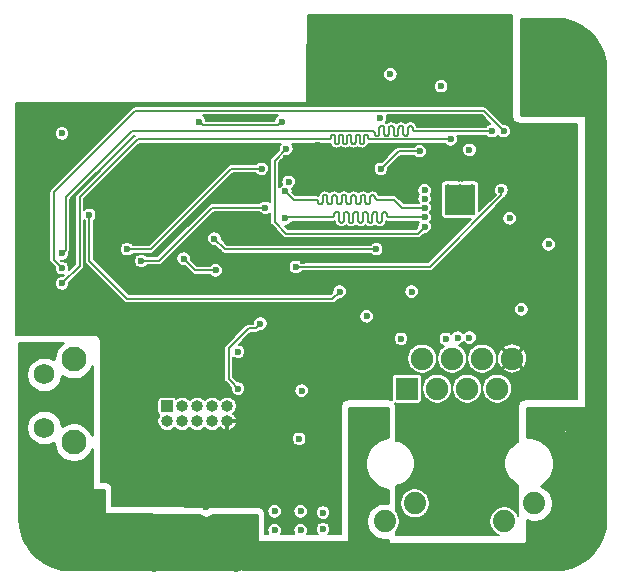
<source format=gbr>
G04 #@! TF.GenerationSoftware,KiCad,Pcbnew,(5.1.7)-1*
G04 #@! TF.CreationDate,2021-04-06T08:46:45-07:00*
G04 #@! TF.ProjectId,EsperDNS,45737065-7244-44e5-932e-6b696361645f,rev?*
G04 #@! TF.SameCoordinates,Original*
G04 #@! TF.FileFunction,Copper,L4,Bot*
G04 #@! TF.FilePolarity,Positive*
%FSLAX46Y46*%
G04 Gerber Fmt 4.6, Leading zero omitted, Abs format (unit mm)*
G04 Created by KiCad (PCBNEW (5.1.7)-1) date 2021-04-06 08:46:45*
%MOMM*%
%LPD*%
G01*
G04 APERTURE LIST*
G04 #@! TA.AperFunction,ComponentPad*
%ADD10O,1.000000X1.000000*%
G04 #@! TD*
G04 #@! TA.AperFunction,ComponentPad*
%ADD11R,1.000000X1.000000*%
G04 #@! TD*
G04 #@! TA.AperFunction,ComponentPad*
%ADD12O,1.200000X1.900000*%
G04 #@! TD*
G04 #@! TA.AperFunction,ComponentPad*
%ADD13C,1.450000*%
G04 #@! TD*
G04 #@! TA.AperFunction,SMDPad,CuDef*
%ADD14R,2.600000X2.600000*%
G04 #@! TD*
G04 #@! TA.AperFunction,ComponentPad*
%ADD15C,0.500000*%
G04 #@! TD*
G04 #@! TA.AperFunction,ComponentPad*
%ADD16C,2.100000*%
G04 #@! TD*
G04 #@! TA.AperFunction,ComponentPad*
%ADD17C,1.750000*%
G04 #@! TD*
G04 #@! TA.AperFunction,ComponentPad*
%ADD18C,2.600000*%
G04 #@! TD*
G04 #@! TA.AperFunction,ComponentPad*
%ADD19C,1.890000*%
G04 #@! TD*
G04 #@! TA.AperFunction,ComponentPad*
%ADD20C,1.900000*%
G04 #@! TD*
G04 #@! TA.AperFunction,ComponentPad*
%ADD21R,1.900000X1.900000*%
G04 #@! TD*
G04 #@! TA.AperFunction,ComponentPad*
%ADD22C,4.400000*%
G04 #@! TD*
G04 #@! TA.AperFunction,ViaPad*
%ADD23C,0.600000*%
G04 #@! TD*
G04 #@! TA.AperFunction,Conductor*
%ADD24C,0.127000*%
G04 #@! TD*
G04 #@! TA.AperFunction,Conductor*
%ADD25C,0.254000*%
G04 #@! TD*
G04 #@! TA.AperFunction,Conductor*
%ADD26C,0.100000*%
G04 #@! TD*
G04 APERTURE END LIST*
D10*
X-7220000Y-10770000D03*
X-7220000Y-9500000D03*
X-8490000Y-10770000D03*
X-8490000Y-9500000D03*
X-9760000Y-10770000D03*
X-9760000Y-9500000D03*
X-11030000Y-10770000D03*
X-11030000Y-9500000D03*
X-12300000Y-10770000D03*
D11*
X-12300000Y-9500000D03*
D12*
X-6450000Y-22587500D03*
X-13450000Y-22587500D03*
D13*
X-7450000Y-19887500D03*
X-12450000Y-19887500D03*
D14*
X12500000Y8000000D03*
D15*
X11450000Y9050000D03*
X12500000Y9050000D03*
X13550000Y9050000D03*
X11450000Y8000000D03*
X12500000Y8000000D03*
X13550000Y8000000D03*
X11450000Y6950000D03*
X12500000Y6950000D03*
X13550000Y6950000D03*
D16*
X-20210000Y-12550000D03*
D17*
X-22700000Y-11300000D03*
X-22700000Y-6800000D03*
D16*
X-20210000Y-5540000D03*
D18*
X20240000Y-11290000D03*
X4690000Y-11290000D03*
D19*
X6140000Y-19240000D03*
X8680000Y-17720000D03*
X16250000Y-19240000D03*
X18790000Y-17720000D03*
D20*
X16910000Y-5460000D03*
X15640000Y-8000000D03*
X14370000Y-5460000D03*
X13100000Y-8000000D03*
X11830000Y-5460000D03*
X10560000Y-8000000D03*
X9290000Y-5460000D03*
D21*
X8020000Y-8000000D03*
D22*
X20550000Y19050000D03*
X-20550000Y-19050000D03*
D23*
X-16500000Y5500000D03*
X-17500000Y6000000D03*
X-16500000Y6500000D03*
X-17500000Y7000000D03*
X-15000000Y5500000D03*
X-14000000Y6000000D03*
X-15000000Y6500000D03*
X-14000000Y7000000D03*
X-15000000Y7500000D03*
X-16500000Y7500000D03*
X-17500000Y8000000D03*
X-14000000Y8000000D03*
X-15000000Y8500000D03*
X-16500000Y8500000D03*
X-14000000Y9000000D03*
X-17500000Y9000000D03*
X-9000000Y-18000000D03*
X500000Y12600000D03*
X300000Y10200000D03*
X-1600000Y5700000D03*
X-20100000Y900000D03*
X-20500000Y2800000D03*
X14500000Y14300000D03*
X12600000Y13200000D03*
X-800000Y2800000D03*
X-21200000Y14900000D03*
X-2200000Y11500000D03*
X16200000Y14700000D03*
X2500000Y22700000D03*
X16700000Y5400000D03*
X18440000Y10660000D03*
X13300000Y-1200000D03*
X8600000Y4000000D03*
X10900000Y18600000D03*
X8800000Y19500000D03*
X2000000Y-17800000D03*
X-5500000Y-17600000D03*
X-7400000Y-17600000D03*
X1300000Y-14400000D03*
X-8100000Y14900000D03*
X14300000Y12200000D03*
X1900000Y-7000000D03*
X-19200000Y-700000D03*
X-13000000Y-5000000D03*
X21000000Y-8000000D03*
X-2500000Y-1400000D03*
X2900000Y-1300000D03*
X16500000Y1799994D03*
X18800000Y4200000D03*
X-21200000Y13600000D03*
X900000Y-18500000D03*
X900000Y-19900000D03*
X-3200000Y-20000000D03*
X-3200000Y-18400000D03*
X13300000Y12200000D03*
X-2000000Y9500000D03*
X-6300000Y-4900000D03*
X5700000Y14900000D03*
X-1000000Y-18400000D03*
X-1000000Y-20000000D03*
X-1125000Y-12265000D03*
X-21200000Y3450000D03*
X15200000Y13800000D03*
X-21200000Y2200000D03*
X16200000Y13800000D03*
X-8300000Y4700000D03*
X5400000Y3800000D03*
X5800000Y10600000D03*
X9093750Y12093750D03*
X9500000Y6500000D03*
X-2300000Y6400000D03*
X9500000Y7300000D03*
X-2300000Y8700000D03*
X9500000Y5699994D03*
X-2200000Y12300000D03*
X16000000Y8800000D03*
X-1400000Y2300000D03*
X-8200000Y2000000D03*
X-10900000Y3000000D03*
X-9600000Y14600000D03*
X-2600000Y14600000D03*
X-14500000Y2800000D03*
X-4000000Y7300000D03*
X-15700000Y3800000D03*
X-4300000Y10600000D03*
X-15050000Y-21050000D03*
X-5300000Y-21200000D03*
X-6300000Y-8000000D03*
X-4400000Y-2500000D03*
X9500000Y8777001D03*
X2300000Y200000D03*
X-18900000Y6700000D03*
X-21200000Y900000D03*
X11700000Y13100000D03*
X9500006Y8050000D03*
X16700000Y6400000D03*
X12300000Y-3700000D03*
X17700000Y-1300000D03*
X7500000Y-3800000D03*
X13300000Y-3700000D03*
X11300000Y-3800000D03*
X10900000Y17600000D03*
X6600000Y18600000D03*
X8400000Y200000D03*
X4600000Y-1900000D03*
X20000000Y4200000D03*
X-900000Y-8180000D03*
D24*
X-20900000Y3750000D02*
X-21200000Y3450000D01*
X5066000Y13800000D02*
X-15300000Y13800000D01*
X5110504Y13794986D02*
X5066000Y13800000D01*
X5260985Y13644505D02*
X5246193Y13686777D01*
X5271014Y13555496D02*
X5260985Y13644505D01*
X5341302Y13443634D02*
X5309633Y13475303D01*
X7266193Y13513224D02*
X7242366Y13475303D01*
X7280985Y13555496D02*
X7266193Y13513224D01*
X7362055Y14205929D02*
X7330070Y14173944D01*
X7613944Y14205929D02*
X7575644Y14229995D01*
X7669995Y14135644D02*
X7645929Y14173944D01*
X7845495Y13405015D02*
X7803223Y13419807D01*
X8170055Y14205929D02*
X8138070Y14173944D01*
X7980776Y13419807D02*
X7938504Y13405015D01*
X5152776Y13780194D02*
X5110504Y13794986D01*
X8655050Y13805064D02*
X8612355Y13820004D01*
X7330070Y14173944D02*
X7306004Y14135644D01*
X8542070Y13876055D02*
X8518004Y13914355D01*
X7286000Y14048000D02*
X7286000Y13600000D01*
X5222366Y13724698D02*
X5190697Y13756367D01*
X8492935Y14092949D02*
X8477995Y14135644D01*
X7690000Y13600000D02*
X7690000Y14048000D01*
X7575644Y14229995D02*
X7532949Y14244935D01*
X5466000Y13400000D02*
X5421495Y13405015D01*
X8700000Y13800000D02*
X8655050Y13805064D01*
X8518004Y13914355D02*
X8503064Y13957050D01*
X7242366Y13475303D02*
X7210697Y13443634D01*
X7938504Y13405015D02*
X7894000Y13400000D01*
X8498000Y14002000D02*
X8498000Y14048000D01*
X5246193Y13686777D02*
X5222366Y13724698D01*
X7765302Y13443634D02*
X7733633Y13475303D01*
X7306004Y14135644D02*
X7291064Y14092949D01*
X7286000Y13600000D02*
X7280985Y13555496D01*
X8503064Y13957050D02*
X8498000Y14002000D01*
X-15300000Y13800000D02*
X-20900000Y8200000D01*
X8074193Y13513224D02*
X8050366Y13475303D01*
X7690000Y14048000D02*
X7684935Y14092949D01*
X8421944Y14205929D02*
X8383644Y14229995D01*
X7291064Y14092949D02*
X7286000Y14048000D01*
X7645929Y14173944D02*
X7613944Y14205929D01*
X8094000Y13600000D02*
X8088985Y13555496D01*
X7488000Y14250000D02*
X7443050Y14244935D01*
X8088985Y13555496D02*
X8074193Y13513224D01*
X5556776Y13419807D02*
X5514504Y13405015D01*
X7532949Y14244935D02*
X7488000Y14250000D01*
X8477995Y14135644D02*
X8453929Y14173944D01*
X8612355Y13820004D02*
X8574055Y13844070D01*
X8498000Y14048000D02*
X8492935Y14092949D01*
X7733633Y13475303D02*
X7709806Y13513224D01*
X5190697Y13756367D02*
X5152776Y13780194D01*
X15200000Y13800000D02*
X8700000Y13800000D01*
X5309633Y13475303D02*
X5285806Y13513224D01*
X7890000Y13400000D02*
X7845495Y13405015D01*
X5379223Y13419807D02*
X5341302Y13443634D01*
X8099064Y14092949D02*
X8094000Y14048000D01*
X7695014Y13555496D02*
X7690000Y13600000D01*
X8574055Y13844070D02*
X8542070Y13876055D01*
X7709806Y13513224D02*
X7695014Y13555496D01*
X-20900000Y8200000D02*
X-20900000Y3750000D01*
X8383644Y14229995D02*
X8340949Y14244935D01*
X7894000Y13400000D02*
X7890000Y13400000D01*
X8340949Y14244935D02*
X8296000Y14250000D01*
X8296000Y14250000D02*
X8251050Y14244935D01*
X5285806Y13513224D02*
X5271014Y13555496D01*
X8453929Y14173944D02*
X8421944Y14205929D01*
X7684935Y14092949D02*
X7669995Y14135644D01*
X7443050Y14244935D02*
X7400355Y14229995D01*
X8251050Y14244935D02*
X8208355Y14229995D01*
X5421495Y13405015D02*
X5379223Y13419807D01*
X8208355Y14229995D02*
X8170055Y14205929D01*
X7803223Y13419807D02*
X7765302Y13443634D01*
X8114004Y14135644D02*
X8099064Y14092949D01*
X8094000Y14048000D02*
X8094000Y13600000D01*
X8050366Y13475303D02*
X8018697Y13443634D01*
X7400355Y14229995D02*
X7362055Y14205929D01*
X5514504Y13405015D02*
X5470000Y13400000D01*
X8018697Y13443634D02*
X7980776Y13419807D01*
X7210697Y13443634D02*
X7172776Y13419807D01*
X7172776Y13419807D02*
X7130504Y13405015D01*
X7130504Y13405015D02*
X7086000Y13400000D01*
X7086000Y13400000D02*
X7082000Y13400000D01*
X7082000Y13400000D02*
X7037495Y13405015D01*
X7037495Y13405015D02*
X6995223Y13419807D01*
X6995223Y13419807D02*
X6957302Y13443634D01*
X6957302Y13443634D02*
X6925633Y13475303D01*
X6925633Y13475303D02*
X6901806Y13513224D01*
X6901806Y13513224D02*
X6887014Y13555496D01*
X6887014Y13555496D02*
X6882000Y13600000D01*
X6882000Y13600000D02*
X6882000Y14048000D01*
X6882000Y14048000D02*
X6876935Y14092949D01*
X6876935Y14092949D02*
X6861995Y14135644D01*
X6861995Y14135644D02*
X6837929Y14173944D01*
X6837929Y14173944D02*
X6805944Y14205929D01*
X6805944Y14205929D02*
X6767644Y14229995D01*
X6767644Y14229995D02*
X6724949Y14244935D01*
X6724949Y14244935D02*
X6680000Y14250000D01*
X6680000Y14250000D02*
X6635050Y14244935D01*
X6635050Y14244935D02*
X6592355Y14229995D01*
X6592355Y14229995D02*
X6554055Y14205929D01*
X6554055Y14205929D02*
X6522070Y14173944D01*
X6522070Y14173944D02*
X6498004Y14135644D01*
X6498004Y14135644D02*
X6483064Y14092949D01*
X6483064Y14092949D02*
X6478000Y14048000D01*
X6478000Y14048000D02*
X6478000Y13600000D01*
X6478000Y13600000D02*
X6472985Y13555496D01*
X6472985Y13555496D02*
X6458193Y13513224D01*
X6458193Y13513224D02*
X6434366Y13475303D01*
X6434366Y13475303D02*
X6402697Y13443634D01*
X6402697Y13443634D02*
X6364776Y13419807D01*
X6364776Y13419807D02*
X6322504Y13405015D01*
X6322504Y13405015D02*
X6278000Y13400000D01*
X6278000Y13400000D02*
X6274000Y13400000D01*
X6274000Y13400000D02*
X6229495Y13405015D01*
X6229495Y13405015D02*
X6187223Y13419807D01*
X6187223Y13419807D02*
X6149302Y13443634D01*
X6149302Y13443634D02*
X6117633Y13475303D01*
X6117633Y13475303D02*
X6093806Y13513224D01*
X6093806Y13513224D02*
X6079014Y13555496D01*
X6079014Y13555496D02*
X6074000Y13600000D01*
X6074000Y13600000D02*
X6074000Y14048000D01*
X6074000Y14048000D02*
X6068935Y14092949D01*
X6068935Y14092949D02*
X6053995Y14135644D01*
X6053995Y14135644D02*
X6029929Y14173944D01*
X6029929Y14173944D02*
X5997944Y14205929D01*
X5997944Y14205929D02*
X5959644Y14229995D01*
X5959644Y14229995D02*
X5916949Y14244935D01*
X5916949Y14244935D02*
X5872000Y14250000D01*
X5872000Y14250000D02*
X5827050Y14244935D01*
X5827050Y14244935D02*
X5784355Y14229995D01*
X5784355Y14229995D02*
X5746055Y14205929D01*
X5746055Y14205929D02*
X5714070Y14173944D01*
X5714070Y14173944D02*
X5690004Y14135644D01*
X5690004Y14135644D02*
X5675064Y14092949D01*
X5675064Y14092949D02*
X5670000Y14048000D01*
X5670000Y14048000D02*
X5670000Y13600000D01*
X5670000Y13600000D02*
X5664985Y13555496D01*
X5664985Y13555496D02*
X5650193Y13513224D01*
X5650193Y13513224D02*
X5626366Y13475303D01*
X5626366Y13475303D02*
X5594697Y13443634D01*
X5594697Y13443634D02*
X5556776Y13419807D01*
X8138070Y14173944D02*
X8114004Y14135644D01*
X5470000Y13400000D02*
X5466000Y13400000D01*
X-21900000Y2900000D02*
X-21200000Y2200000D01*
X-21900000Y8600000D02*
X-21900000Y2900000D01*
X-15000000Y15500000D02*
X-21900000Y8600000D01*
X14500000Y15500000D02*
X-15000000Y15500000D01*
X16200000Y13800000D02*
X14500000Y15500000D01*
X-8300000Y4700000D02*
X-7400000Y3800000D01*
X-7400000Y3800000D02*
X5400000Y3800000D01*
X7293750Y12093750D02*
X9093750Y12093750D01*
X5800000Y10600000D02*
X7293750Y12093750D01*
X-2200000Y6500000D02*
X-2300000Y6400000D01*
X1652000Y6500000D02*
X-2200000Y6500000D01*
X1696949Y6505064D02*
X1652000Y6500000D01*
X1739644Y6520004D02*
X1696949Y6505064D01*
X1777944Y6544070D02*
X1739644Y6520004D01*
X1809929Y6576055D02*
X1777944Y6544070D01*
X1833995Y6614355D02*
X1809929Y6576055D01*
X1848935Y6657050D02*
X1833995Y6614355D01*
X1854000Y6702000D02*
X1848935Y6657050D01*
X1854000Y6748000D02*
X1854000Y6702000D01*
X1859064Y6792949D02*
X1854000Y6748000D01*
X1874004Y6835644D02*
X1859064Y6792949D01*
X1898070Y6873944D02*
X1874004Y6835644D01*
X1930055Y6905929D02*
X1898070Y6873944D01*
X1968355Y6929995D02*
X1930055Y6905929D01*
X2011050Y6944935D02*
X1968355Y6929995D01*
X2056000Y6950000D02*
X2011050Y6944935D01*
X2100949Y6944935D02*
X2056000Y6950000D01*
X2143644Y6929995D02*
X2100949Y6944935D01*
X2237995Y6835644D02*
X2213929Y6873944D01*
X2252935Y6792949D02*
X2237995Y6835644D01*
X2258000Y6748000D02*
X2252935Y6792949D01*
X2258000Y6252000D02*
X2258000Y6748000D01*
X2263064Y6207051D02*
X2258000Y6252000D01*
X2278004Y6164356D02*
X2263064Y6207051D01*
X2334055Y6094071D02*
X2302070Y6126056D01*
X2372355Y6070005D02*
X2334055Y6094071D01*
X2415050Y6055065D02*
X2372355Y6070005D01*
X2460000Y6050000D02*
X2415050Y6055065D01*
X2504949Y6055065D02*
X2460000Y6050000D01*
X2547644Y6070005D02*
X2504949Y6055065D01*
X2617929Y6126056D02*
X2585944Y6094071D01*
X2641995Y6164356D02*
X2617929Y6126056D01*
X2656935Y6207051D02*
X2641995Y6164356D01*
X2662000Y6252000D02*
X2656935Y6207051D01*
X2662000Y6748000D02*
X2662000Y6252000D01*
X2667064Y6792949D02*
X2662000Y6748000D01*
X2682004Y6835644D02*
X2667064Y6792949D01*
X2706070Y6873944D02*
X2682004Y6835644D01*
X2738055Y6905929D02*
X2706070Y6873944D01*
X2776355Y6929995D02*
X2738055Y6905929D01*
X2819050Y6944935D02*
X2776355Y6929995D01*
X2864000Y6950000D02*
X2819050Y6944935D01*
X2908949Y6944935D02*
X2864000Y6950000D01*
X2951644Y6929995D02*
X2908949Y6944935D01*
X2989944Y6905929D02*
X2951644Y6929995D01*
X3021929Y6873944D02*
X2989944Y6905929D01*
X3045995Y6835644D02*
X3021929Y6873944D01*
X3060935Y6792949D02*
X3045995Y6835644D01*
X3066000Y6748000D02*
X3060935Y6792949D01*
X3066000Y6252000D02*
X3066000Y6748000D01*
X5009944Y6094071D02*
X4971644Y6070005D01*
X5065995Y6164356D02*
X5041929Y6126056D01*
X5086000Y6748000D02*
X5086000Y6252000D01*
X5162055Y6905929D02*
X5130070Y6873944D01*
X5200355Y6929995D02*
X5162055Y6905929D01*
X5288000Y6950000D02*
X5243050Y6944935D01*
X5375644Y6929995D02*
X5332949Y6944935D01*
X5484935Y6792949D02*
X5469995Y6835644D01*
X2181944Y6905929D02*
X2143644Y6929995D01*
X6455050Y6505064D02*
X6412355Y6520004D01*
X5490000Y6748000D02*
X5484935Y6792949D01*
X5490000Y6252000D02*
X5490000Y6748000D01*
X5914004Y6835644D02*
X5899064Y6792949D01*
X5413944Y6905929D02*
X5375644Y6929995D01*
X5495064Y6207051D02*
X5490000Y6252000D01*
X2213929Y6873944D02*
X2181944Y6905929D01*
X5647050Y6055065D02*
X5604355Y6070005D01*
X5566055Y6094071D02*
X5534070Y6126056D01*
X3627050Y6944935D02*
X3584355Y6929995D01*
X5130070Y6873944D02*
X5106004Y6835644D01*
X5736949Y6055065D02*
X5692000Y6050000D01*
X5779644Y6070005D02*
X5736949Y6055065D01*
X3071064Y6207051D02*
X3066000Y6252000D01*
X6096000Y6950000D02*
X6051050Y6944935D01*
X4201944Y6094071D02*
X4163644Y6070005D01*
X6253929Y6873944D02*
X6221944Y6905929D01*
X5243050Y6944935D02*
X5200355Y6929995D01*
X6292935Y6792949D02*
X6277995Y6835644D01*
X6298000Y6702000D02*
X6298000Y6748000D01*
X5332949Y6944935D02*
X5288000Y6950000D01*
X3490004Y6835644D02*
X3475064Y6792949D01*
X5873995Y6164356D02*
X5849929Y6126056D01*
X4567644Y6929995D02*
X4524949Y6944935D01*
X6277995Y6835644D02*
X6253929Y6873944D01*
X5080935Y6207051D02*
X5065995Y6164356D01*
X6298000Y6748000D02*
X6292935Y6792949D01*
X5894000Y6748000D02*
X5894000Y6252000D01*
X3918070Y6126056D02*
X3894004Y6164356D01*
X9500000Y6500000D02*
X6500000Y6500000D01*
X5106004Y6835644D02*
X5091064Y6792949D01*
X4676935Y6792949D02*
X4661995Y6835644D01*
X5091064Y6792949D02*
X5086000Y6748000D01*
X6303064Y6657050D02*
X6298000Y6702000D01*
X2302070Y6126056D02*
X2278004Y6164356D01*
X5938070Y6873944D02*
X5914004Y6835644D01*
X6221944Y6905929D02*
X6183644Y6929995D01*
X5534070Y6126056D02*
X5510004Y6164356D01*
X3142055Y6094071D02*
X3110070Y6126056D01*
X5692000Y6050000D02*
X5647050Y6055065D01*
X5894000Y6252000D02*
X5888935Y6207051D01*
X4480000Y6950000D02*
X4435050Y6944935D01*
X6183644Y6929995D02*
X6140949Y6944935D01*
X4637929Y6873944D02*
X4605944Y6905929D01*
X6500000Y6500000D02*
X6455050Y6505064D01*
X3546055Y6905929D02*
X3514070Y6873944D01*
X5445929Y6873944D02*
X5413944Y6905929D01*
X4884000Y6050000D02*
X4839050Y6055065D01*
X6140949Y6944935D02*
X6096000Y6950000D01*
X5888935Y6207051D02*
X5873995Y6164356D01*
X3894004Y6164356D02*
X3879064Y6207051D01*
X5469995Y6835644D02*
X5445929Y6873944D01*
X5086000Y6252000D02*
X5080935Y6207051D01*
X5970055Y6905929D02*
X5938070Y6873944D01*
X2585944Y6094071D02*
X2547644Y6070005D01*
X6008355Y6929995D02*
X5970055Y6905929D01*
X3464935Y6207051D02*
X3449995Y6164356D01*
X6342070Y6576055D02*
X6318004Y6614355D01*
X3086004Y6164356D02*
X3071064Y6207051D01*
X5041929Y6126056D02*
X5009944Y6094071D01*
X5899064Y6792949D02*
X5894000Y6748000D01*
X4687064Y6207051D02*
X4682000Y6252000D01*
X5510004Y6164356D02*
X5495064Y6207051D01*
X5849929Y6126056D02*
X5817944Y6094071D01*
X4031050Y6055065D02*
X3988355Y6070005D01*
X5817944Y6094071D02*
X5779644Y6070005D01*
X3988355Y6070005D02*
X3950055Y6094071D01*
X4971644Y6070005D02*
X4928949Y6055065D01*
X4928949Y6055065D02*
X4884000Y6050000D01*
X4839050Y6055065D02*
X4796355Y6070005D01*
X4796355Y6070005D02*
X4758055Y6094071D01*
X4758055Y6094071D02*
X4726070Y6126056D01*
X4726070Y6126056D02*
X4702004Y6164356D01*
X4702004Y6164356D02*
X4687064Y6207051D01*
X4682000Y6252000D02*
X4682000Y6748000D01*
X5604355Y6070005D02*
X5566055Y6094071D01*
X4682000Y6748000D02*
X4676935Y6792949D01*
X4661995Y6835644D02*
X4637929Y6873944D01*
X4605944Y6905929D02*
X4567644Y6929995D01*
X4524949Y6944935D02*
X4480000Y6950000D01*
X4435050Y6944935D02*
X4392355Y6929995D01*
X4392355Y6929995D02*
X4354055Y6905929D01*
X4354055Y6905929D02*
X4322070Y6873944D01*
X4322070Y6873944D02*
X4298004Y6835644D01*
X4298004Y6835644D02*
X4283064Y6792949D01*
X4283064Y6792949D02*
X4278000Y6748000D01*
X4278000Y6748000D02*
X4278000Y6252000D01*
X4278000Y6252000D02*
X4272935Y6207051D01*
X4272935Y6207051D02*
X4257995Y6164356D01*
X4257995Y6164356D02*
X4233929Y6126056D01*
X4233929Y6126056D02*
X4201944Y6094071D01*
X4163644Y6070005D02*
X4120949Y6055065D01*
X4120949Y6055065D02*
X4076000Y6050000D01*
X4076000Y6050000D02*
X4031050Y6055065D01*
X3950055Y6094071D02*
X3918070Y6126056D01*
X3879064Y6207051D02*
X3874000Y6252000D01*
X3874000Y6252000D02*
X3874000Y6748000D01*
X3874000Y6748000D02*
X3868935Y6792949D01*
X3868935Y6792949D02*
X3853995Y6835644D01*
X3853995Y6835644D02*
X3829929Y6873944D01*
X3829929Y6873944D02*
X3797944Y6905929D01*
X3797944Y6905929D02*
X3759644Y6929995D01*
X3759644Y6929995D02*
X3716949Y6944935D01*
X6051050Y6944935D02*
X6008355Y6929995D01*
X3716949Y6944935D02*
X3672000Y6950000D01*
X6374055Y6544070D02*
X6342070Y6576055D01*
X3672000Y6950000D02*
X3627050Y6944935D01*
X3584355Y6929995D02*
X3546055Y6905929D01*
X3514070Y6873944D02*
X3490004Y6835644D01*
X3475064Y6792949D02*
X3470000Y6748000D01*
X3470000Y6748000D02*
X3470000Y6252000D01*
X3470000Y6252000D02*
X3464935Y6207051D01*
X3449995Y6164356D02*
X3425929Y6126056D01*
X3425929Y6126056D02*
X3393944Y6094071D01*
X6412355Y6520004D02*
X6374055Y6544070D01*
X3393944Y6094071D02*
X3355644Y6070005D01*
X3355644Y6070005D02*
X3312949Y6055065D01*
X3312949Y6055065D02*
X3268000Y6050000D01*
X3268000Y6050000D02*
X3223050Y6055065D01*
X3223050Y6055065D02*
X3180355Y6070005D01*
X6318004Y6614355D02*
X6303064Y6657050D01*
X3180355Y6070005D02*
X3142055Y6094071D01*
X3110070Y6126056D02*
X3086004Y6164356D01*
X-1600000Y8000000D02*
X-2300000Y8700000D01*
X252000Y8000000D02*
X-1600000Y8000000D01*
X296504Y7994986D02*
X252000Y8000000D01*
X338776Y7980194D02*
X296504Y7994986D01*
X376697Y7956367D02*
X338776Y7980194D01*
X408366Y7924698D02*
X376697Y7956367D01*
X432193Y7886777D02*
X408366Y7924698D01*
X446985Y7844505D02*
X432193Y7886777D01*
X457014Y7755496D02*
X446985Y7844505D01*
X471806Y7713224D02*
X457014Y7755496D01*
X495633Y7675303D02*
X471806Y7713224D01*
X527302Y7643634D02*
X495633Y7675303D01*
X565223Y7619807D02*
X527302Y7643634D01*
X607495Y7605015D02*
X565223Y7619807D01*
X652000Y7600000D02*
X607495Y7605015D01*
X656000Y7600000D02*
X652000Y7600000D01*
X700504Y7605015D02*
X656000Y7600000D01*
X742776Y7619807D02*
X700504Y7605015D01*
X780697Y7643634D02*
X742776Y7619807D01*
X812366Y7675303D02*
X780697Y7643634D01*
X836193Y7713224D02*
X812366Y7675303D01*
X850985Y7755496D02*
X836193Y7713224D01*
X856000Y7800000D02*
X850985Y7755496D01*
X856000Y8200000D02*
X856000Y7800000D01*
X861014Y8244504D02*
X856000Y8200000D01*
X875806Y8286776D02*
X861014Y8244504D01*
X899633Y8324697D02*
X875806Y8286776D01*
X931302Y8356366D02*
X899633Y8324697D01*
X969223Y8380193D02*
X931302Y8356366D01*
X1011495Y8394985D02*
X969223Y8380193D01*
X1056000Y8400000D02*
X1011495Y8394985D01*
X1060000Y8400000D02*
X1056000Y8400000D01*
X1104504Y8394985D02*
X1060000Y8400000D01*
X1146776Y8380193D02*
X1104504Y8394985D01*
X1184697Y8356366D02*
X1146776Y8380193D01*
X1216366Y8324697D02*
X1184697Y8356366D01*
X1240193Y8286776D02*
X1216366Y8324697D01*
X1254985Y8244504D02*
X1240193Y8286776D01*
X1260000Y8200000D02*
X1254985Y8244504D01*
X1260000Y7800000D02*
X1260000Y8200000D01*
X1265014Y7755496D02*
X1260000Y7800000D01*
X1279806Y7713224D02*
X1265014Y7755496D01*
X1303633Y7675303D02*
X1279806Y7713224D01*
X1335302Y7643634D02*
X1303633Y7675303D01*
X1373223Y7619807D02*
X1335302Y7643634D01*
X1415495Y7605015D02*
X1373223Y7619807D01*
X1460000Y7600000D02*
X1415495Y7605015D01*
X1464000Y7600000D02*
X1460000Y7600000D01*
X1508504Y7605015D02*
X1464000Y7600000D01*
X1550776Y7619807D02*
X1508504Y7605015D01*
X1588697Y7643634D02*
X1550776Y7619807D01*
X1620366Y7675303D02*
X1588697Y7643634D01*
X1644193Y7713224D02*
X1620366Y7675303D01*
X1658985Y7755496D02*
X1644193Y7713224D01*
X1664000Y7800000D02*
X1658985Y7755496D01*
X1664000Y8200000D02*
X1664000Y7800000D01*
X1669014Y8244504D02*
X1664000Y8200000D01*
X1683806Y8286776D02*
X1669014Y8244504D01*
X1707633Y8324697D02*
X1683806Y8286776D01*
X1739302Y8356366D02*
X1707633Y8324697D01*
X1777223Y8380193D02*
X1739302Y8356366D01*
X1819495Y8394985D02*
X1777223Y8380193D01*
X1864000Y8400000D02*
X1819495Y8394985D01*
X1868000Y8400000D02*
X1864000Y8400000D01*
X1912504Y8394985D02*
X1868000Y8400000D01*
X1954776Y8380193D02*
X1912504Y8394985D01*
X1992697Y8356366D02*
X1954776Y8380193D01*
X2024366Y8324697D02*
X1992697Y8356366D01*
X2048193Y8286776D02*
X2024366Y8324697D01*
X2062985Y8244504D02*
X2048193Y8286776D01*
X2068000Y8200000D02*
X2062985Y8244504D01*
X2068000Y7800000D02*
X2068000Y8200000D01*
X2073014Y7755496D02*
X2068000Y7800000D01*
X2087806Y7713224D02*
X2073014Y7755496D01*
X2111633Y7675303D02*
X2087806Y7713224D01*
X2143302Y7643634D02*
X2111633Y7675303D01*
X2181223Y7619807D02*
X2143302Y7643634D01*
X2223495Y7605015D02*
X2181223Y7619807D01*
X2268000Y7600000D02*
X2223495Y7605015D01*
X2272000Y7600000D02*
X2268000Y7600000D01*
X2316504Y7605015D02*
X2272000Y7600000D01*
X4088000Y8200000D02*
X4088000Y7800000D01*
X4093014Y8244504D02*
X4088000Y8200000D01*
X4131633Y8324697D02*
X4107806Y8286776D01*
X4163302Y8356366D02*
X4131633Y8324697D01*
X4201223Y8380193D02*
X4163302Y8356366D01*
X4288000Y8400000D02*
X4243495Y8394985D01*
X4292000Y8400000D02*
X4288000Y8400000D01*
X2466985Y7755496D02*
X2452193Y7713224D01*
X4336504Y8394985D02*
X4292000Y8400000D01*
X4378776Y8380193D02*
X4336504Y8394985D01*
X4416697Y8356366D02*
X4378776Y8380193D01*
X4448366Y8324697D02*
X4416697Y8356366D01*
X4472193Y8286776D02*
X4448366Y8324697D01*
X4486985Y8244504D02*
X4472193Y8286776D01*
X4492000Y8200000D02*
X4486985Y8244504D01*
X4492000Y7800000D02*
X4492000Y8200000D01*
X4497014Y7755496D02*
X4492000Y7800000D01*
X4243495Y8394985D02*
X4201223Y8380193D01*
X4511806Y7713224D02*
X4497014Y7755496D01*
X4535633Y7675303D02*
X4511806Y7713224D01*
X4567302Y7643634D02*
X4535633Y7675303D01*
X4605223Y7619807D02*
X4567302Y7643634D01*
X4647495Y7605015D02*
X4605223Y7619807D01*
X4692000Y7600000D02*
X4647495Y7605015D01*
X4696000Y7600000D02*
X4692000Y7600000D01*
X2472000Y8200000D02*
X2472000Y7800000D01*
X4740504Y7605015D02*
X4696000Y7600000D01*
X4820697Y7643634D02*
X4782776Y7619807D01*
X5280193Y8286776D02*
X5256366Y8324697D01*
X5294985Y8244504D02*
X5280193Y8286776D01*
X4852366Y7675303D02*
X4820697Y7643634D01*
X5305014Y8155495D02*
X5294985Y8244504D01*
X4782776Y7619807D02*
X4740504Y7605015D01*
X3480000Y8400000D02*
X3435495Y8394985D01*
X4939633Y8324697D02*
X4915806Y8286776D01*
X5375302Y8043633D02*
X5343633Y8075302D01*
X4971302Y8356366D02*
X4939633Y8324697D01*
X4088000Y7800000D02*
X4082985Y7755496D01*
X5319806Y8113223D02*
X5305014Y8155495D01*
X5413223Y8019806D02*
X5375302Y8043633D01*
X4896000Y7800000D02*
X4890985Y7755496D01*
X5343633Y8075302D02*
X5319806Y8113223D01*
X5455495Y8005014D02*
X5413223Y8019806D01*
X2428366Y7675303D02*
X2396697Y7643634D01*
X6900000Y8000000D02*
X5500000Y8000000D01*
X2358776Y7619807D02*
X2316504Y7605015D01*
X5500000Y8000000D02*
X5455495Y8005014D01*
X7600000Y7300000D02*
X6900000Y8000000D01*
X5256366Y8324697D02*
X5224697Y8356366D01*
X9500000Y7300000D02*
X7600000Y7300000D01*
X5051495Y8394985D02*
X5009223Y8380193D01*
X5224697Y8356366D02*
X5186776Y8380193D01*
X5096000Y8400000D02*
X5051495Y8394985D01*
X2396697Y7643634D02*
X2358776Y7619807D01*
X5186776Y8380193D02*
X5144504Y8394985D01*
X4082985Y7755496D02*
X4068193Y7713224D01*
X5144504Y8394985D02*
X5100000Y8400000D01*
X5100000Y8400000D02*
X5096000Y8400000D01*
X5009223Y8380193D02*
X4971302Y8356366D01*
X4915806Y8286776D02*
X4901014Y8244504D01*
X4901014Y8244504D02*
X4896000Y8200000D01*
X4896000Y8200000D02*
X4896000Y7800000D01*
X4890985Y7755496D02*
X4876193Y7713224D01*
X2452193Y7713224D02*
X2428366Y7675303D01*
X4107806Y8286776D02*
X4093014Y8244504D01*
X4876193Y7713224D02*
X4852366Y7675303D01*
X4068193Y7713224D02*
X4044366Y7675303D01*
X4044366Y7675303D02*
X4012697Y7643634D01*
X4012697Y7643634D02*
X3974776Y7619807D01*
X3974776Y7619807D02*
X3932504Y7605015D01*
X3932504Y7605015D02*
X3888000Y7600000D01*
X3888000Y7600000D02*
X3884000Y7600000D01*
X3884000Y7600000D02*
X3839495Y7605015D01*
X3839495Y7605015D02*
X3797223Y7619807D01*
X3797223Y7619807D02*
X3759302Y7643634D01*
X3759302Y7643634D02*
X3727633Y7675303D01*
X3727633Y7675303D02*
X3703806Y7713224D01*
X3703806Y7713224D02*
X3689014Y7755496D01*
X3689014Y7755496D02*
X3684000Y7800000D01*
X3684000Y7800000D02*
X3684000Y8200000D01*
X3684000Y8200000D02*
X3678985Y8244504D01*
X3678985Y8244504D02*
X3664193Y8286776D01*
X3664193Y8286776D02*
X3640366Y8324697D01*
X3640366Y8324697D02*
X3608697Y8356366D01*
X3608697Y8356366D02*
X3570776Y8380193D01*
X3570776Y8380193D02*
X3528504Y8394985D01*
X3528504Y8394985D02*
X3484000Y8400000D01*
X3484000Y8400000D02*
X3480000Y8400000D01*
X3435495Y8394985D02*
X3393223Y8380193D01*
X3393223Y8380193D02*
X3355302Y8356366D01*
X3355302Y8356366D02*
X3323633Y8324697D01*
X3323633Y8324697D02*
X3299806Y8286776D01*
X3299806Y8286776D02*
X3285014Y8244504D01*
X3285014Y8244504D02*
X3280000Y8200000D01*
X3280000Y8200000D02*
X3280000Y7800000D01*
X3280000Y7800000D02*
X3274985Y7755496D01*
X3274985Y7755496D02*
X3260193Y7713224D01*
X3260193Y7713224D02*
X3236366Y7675303D01*
X3236366Y7675303D02*
X3204697Y7643634D01*
X3204697Y7643634D02*
X3166776Y7619807D01*
X3166776Y7619807D02*
X3124504Y7605015D01*
X3124504Y7605015D02*
X3080000Y7600000D01*
X3080000Y7600000D02*
X3076000Y7600000D01*
X3076000Y7600000D02*
X3031495Y7605015D01*
X3031495Y7605015D02*
X2989223Y7619807D01*
X2989223Y7619807D02*
X2951302Y7643634D01*
X2951302Y7643634D02*
X2919633Y7675303D01*
X2919633Y7675303D02*
X2895806Y7713224D01*
X2895806Y7713224D02*
X2881014Y7755496D01*
X2881014Y7755496D02*
X2876000Y7800000D01*
X2876000Y7800000D02*
X2876000Y8200000D01*
X2876000Y8200000D02*
X2870985Y8244504D01*
X2870985Y8244504D02*
X2856193Y8286776D01*
X2856193Y8286776D02*
X2832366Y8324697D01*
X2832366Y8324697D02*
X2800697Y8356366D01*
X2800697Y8356366D02*
X2762776Y8380193D01*
X2762776Y8380193D02*
X2720504Y8394985D01*
X2720504Y8394985D02*
X2676000Y8400000D01*
X2676000Y8400000D02*
X2672000Y8400000D01*
X2672000Y8400000D02*
X2627495Y8394985D01*
X2627495Y8394985D02*
X2585223Y8380193D01*
X2585223Y8380193D02*
X2547302Y8356366D01*
X2547302Y8356366D02*
X2515633Y8324697D01*
X2515633Y8324697D02*
X2491806Y8286776D01*
X2491806Y8286776D02*
X2477014Y8244504D01*
X2477014Y8244504D02*
X2472000Y8200000D01*
X2472000Y7800000D02*
X2466985Y7755496D01*
X-3200000Y11300000D02*
X-2200000Y12300000D01*
X-2200000Y5100000D02*
X-3200000Y6100000D01*
X-3200000Y6100000D02*
X-3200000Y11300000D01*
X8900006Y5100000D02*
X-2200000Y5100000D01*
X9500000Y5699994D02*
X8900006Y5100000D01*
X9924264Y2300000D02*
X-1400000Y2300000D01*
X16000000Y8375736D02*
X9924264Y2300000D01*
X16000000Y8800000D02*
X16000000Y8375736D01*
X-9900000Y2000000D02*
X-10900000Y3000000D01*
X-8200000Y2000000D02*
X-9900000Y2000000D01*
X-2899999Y14300001D02*
X-2600000Y14600000D01*
X-9600000Y14600000D02*
X-9300001Y14300001D01*
X-9300001Y14300001D02*
X-2899999Y14300001D01*
X-14500000Y2800000D02*
X-13000000Y2800000D01*
X-8500000Y7300000D02*
X-4000000Y7300000D01*
X-13000000Y2800000D02*
X-8500000Y7300000D01*
X-15700000Y3800000D02*
X-13700000Y3800000D01*
X-6900000Y10600000D02*
X-4300000Y10600000D01*
X-13700000Y3800000D02*
X-6900000Y10600000D01*
X-6300000Y-8000000D02*
X-6900000Y-7400000D01*
X-6900000Y-7400000D02*
X-7100000Y-7200000D01*
X-7100000Y-7200000D02*
X-7100000Y-4600000D01*
X-7100000Y-4600000D02*
X-5400000Y-2900000D01*
X-4800000Y-2900000D02*
X-4400000Y-2500000D01*
X-5400000Y-2900000D02*
X-4800000Y-2900000D01*
X2300000Y200000D02*
X1700000Y-400000D01*
X1700000Y-400000D02*
X-15700000Y-400000D01*
X-18900000Y2800000D02*
X-18900000Y6700000D01*
X-15700000Y-400000D02*
X-18900000Y2800000D01*
X-19700000Y8200000D02*
X-19700000Y2400000D01*
X-14800000Y13100000D02*
X-19700000Y8200000D01*
X1436797Y13117528D02*
X1399386Y13104437D01*
X1674613Y13495562D02*
X1637202Y13482471D01*
X1886562Y13362386D02*
X1873471Y13399797D01*
X1891000Y13323000D02*
X1886562Y13362386D01*
X1891000Y12877000D02*
X1891000Y13323000D01*
X1895437Y12837614D02*
X1891000Y12877000D01*
X1603642Y13461384D02*
X1575615Y13433357D01*
X3678528Y13399797D02*
X3665437Y13362386D01*
X1753386Y13495562D02*
X1714000Y13500000D01*
X3699615Y13433357D02*
X3678528Y13399797D01*
X3798613Y13495562D02*
X3761202Y13482471D01*
X4010562Y13362386D02*
X3997471Y13399797D01*
X4015000Y12877000D02*
X4015000Y13323000D01*
X4019437Y12837614D02*
X4015000Y12877000D01*
X1714000Y13500000D02*
X1674613Y13495562D01*
X3761202Y13482471D02*
X3727642Y13461384D01*
X4081642Y12738616D02*
X4053615Y12766643D01*
X4032528Y12800203D02*
X4019437Y12837614D01*
X2461386Y13495562D02*
X2422000Y13500000D01*
X4015000Y13323000D02*
X4010562Y13362386D01*
X4192000Y12700000D02*
X4152613Y12704438D01*
X3661000Y13323000D02*
X3661000Y12877000D01*
X2262528Y13399797D02*
X2249437Y13362386D01*
X4684384Y13433357D02*
X4656357Y13461384D01*
X4053615Y12766643D02*
X4032528Y12800203D01*
X2382613Y13495562D02*
X2345202Y13482471D01*
X1470357Y13138615D02*
X1436797Y13117528D01*
X3665437Y13362386D02*
X3661000Y13323000D01*
X4723000Y13323000D02*
X4718562Y13362386D01*
X2249437Y13362386D02*
X2245000Y13323000D01*
X2935471Y12800203D02*
X2914384Y12766643D01*
X4727437Y13237613D02*
X4723000Y13277000D01*
X1541437Y13362386D02*
X1537000Y13323000D01*
X3838000Y13500000D02*
X3798613Y13495562D01*
X2498797Y13482471D02*
X2461386Y13495562D01*
X4789642Y13138615D02*
X4761615Y13166642D01*
X4718562Y13362386D02*
X4705471Y13399797D01*
X4860613Y13104437D02*
X4823202Y13117528D01*
X2665642Y12738616D02*
X2637615Y12766643D01*
X4823202Y13117528D02*
X4789642Y13138615D01*
X-19700000Y2400000D02*
X-21200000Y900000D01*
X3656562Y12837614D02*
X3643471Y12800203D01*
X3622384Y12766643D02*
X3594357Y12738616D01*
X2107386Y12704438D02*
X2068000Y12700000D01*
X4231386Y12704438D02*
X4192000Y12700000D01*
X2532357Y13461384D02*
X2498797Y13482471D01*
X1790797Y13482471D02*
X1753386Y13495562D01*
X3997471Y13399797D02*
X3976384Y13433357D01*
X4705471Y13399797D02*
X4684384Y13433357D01*
X4364562Y12837614D02*
X4351471Y12800203D01*
X2345202Y13482471D02*
X2311642Y13461384D01*
X4740528Y13200202D02*
X4727437Y13237613D01*
X1554528Y13399797D02*
X1541437Y13362386D01*
X3643471Y12800203D02*
X3622384Y12766643D01*
X2245000Y12877000D02*
X2240562Y12837614D01*
X4900000Y13100000D02*
X4860613Y13104437D01*
X1537000Y13277000D02*
X1532562Y13237613D01*
X3594357Y12738616D02*
X3560797Y12717529D01*
X2240562Y12837614D02*
X2227471Y12800203D01*
X11700000Y13100000D02*
X4900000Y13100000D01*
X2311642Y13461384D02*
X2283615Y13433357D01*
X1852384Y13433357D02*
X1824357Y13461384D01*
X3948357Y13461384D02*
X3914797Y13482471D01*
X2068000Y12700000D02*
X2028613Y12704438D01*
X3877386Y13495562D02*
X3838000Y13500000D01*
X2581471Y13399797D02*
X2560384Y13433357D01*
X4622797Y13482471D02*
X4585386Y13495562D01*
X2852797Y12717529D02*
X2815386Y12704438D01*
X4435642Y13461384D02*
X4407615Y13433357D01*
X2948562Y12837614D02*
X2935471Y12800203D01*
X4546000Y13500000D02*
X4506613Y13495562D01*
X2953000Y13323000D02*
X2953000Y12877000D01*
X4469202Y13482471D02*
X4435642Y13461384D01*
X4506613Y13495562D02*
X4469202Y13482471D01*
X2776000Y12700000D02*
X2736613Y12704438D01*
X4407615Y13433357D02*
X4386528Y13399797D01*
X3727642Y13461384D02*
X3699615Y13433357D01*
X2206384Y12766643D02*
X2178357Y12738616D01*
X2699202Y12717529D02*
X2665642Y12738616D01*
X4386528Y13399797D02*
X4373437Y13362386D01*
X1537000Y13323000D02*
X1537000Y13277000D01*
X3976384Y13433357D02*
X3948357Y13461384D01*
X4373437Y13362386D02*
X4369000Y13323000D01*
X2637615Y12766643D02*
X2616528Y12800203D01*
X4369000Y13323000D02*
X4369000Y12877000D01*
X2227471Y12800203D02*
X2206384Y12766643D01*
X4369000Y12877000D02*
X4364562Y12837614D01*
X4351471Y12800203D02*
X4330384Y12766643D01*
X3661000Y12877000D02*
X3656562Y12837614D01*
X2957437Y13362386D02*
X2953000Y13323000D01*
X4330384Y12766643D02*
X4302357Y12738616D01*
X2616528Y12800203D02*
X2603437Y12837614D01*
X4302357Y12738616D02*
X4268797Y12717529D01*
X1360000Y13100000D02*
X-14800000Y13100000D01*
X3523386Y12704438D02*
X3484000Y12700000D01*
X1873471Y13399797D02*
X1852384Y13433357D01*
X3484000Y12700000D02*
X3444613Y12704438D01*
X1399386Y13104437D02*
X1360000Y13100000D01*
X3444613Y12704438D02*
X3407202Y12717529D01*
X2028613Y12704438D02*
X1991202Y12717529D01*
X3407202Y12717529D02*
X3373642Y12738616D01*
X3373642Y12738616D02*
X3345615Y12766643D01*
X1991202Y12717529D02*
X1957642Y12738616D01*
X3345615Y12766643D02*
X3324528Y12800203D01*
X3914797Y13482471D02*
X3877386Y13495562D01*
X2144797Y12717529D02*
X2107386Y12704438D01*
X3324528Y12800203D02*
X3311437Y12837614D01*
X3311437Y12837614D02*
X3307000Y12877000D01*
X3307000Y12877000D02*
X3307000Y13323000D01*
X3307000Y13323000D02*
X3302562Y13362386D01*
X1957642Y12738616D02*
X1929615Y12766643D01*
X3302562Y13362386D02*
X3289471Y13399797D01*
X3289471Y13399797D02*
X3268384Y13433357D01*
X1929615Y12766643D02*
X1908528Y12800203D01*
X1575615Y13433357D02*
X1554528Y13399797D01*
X3268384Y13433357D02*
X3240357Y13461384D01*
X1824357Y13461384D02*
X1790797Y13482471D01*
X3240357Y13461384D02*
X3206797Y13482471D01*
X1637202Y13482471D02*
X1603642Y13461384D01*
X3206797Y13482471D02*
X3169386Y13495562D01*
X3560797Y12717529D02*
X3523386Y12704438D01*
X1908528Y12800203D02*
X1895437Y12837614D01*
X3169386Y13495562D02*
X3130000Y13500000D01*
X1498384Y13166642D02*
X1470357Y13138615D01*
X3130000Y13500000D02*
X3090613Y13495562D01*
X1519471Y13200202D02*
X1498384Y13166642D01*
X3090613Y13495562D02*
X3053202Y13482471D01*
X1532562Y13237613D02*
X1519471Y13200202D01*
X3053202Y13482471D02*
X3019642Y13461384D01*
X3019642Y13461384D02*
X2991615Y13433357D01*
X2991615Y13433357D02*
X2970528Y13399797D01*
X2970528Y13399797D02*
X2957437Y13362386D01*
X2953000Y12877000D02*
X2948562Y12837614D01*
X4656357Y13461384D02*
X4622797Y13482471D01*
X2914384Y12766643D02*
X2886357Y12738616D01*
X2886357Y12738616D02*
X2852797Y12717529D01*
X2815386Y12704438D02*
X2776000Y12700000D01*
X2736613Y12704438D02*
X2699202Y12717529D01*
X2603437Y12837614D02*
X2599000Y12877000D01*
X4585386Y13495562D02*
X4546000Y13500000D01*
X2599000Y12877000D02*
X2599000Y13323000D01*
X4152613Y12704438D02*
X4115202Y12717529D01*
X2599000Y13323000D02*
X2594562Y13362386D01*
X4268797Y12717529D02*
X4231386Y12704438D01*
X2594562Y13362386D02*
X2581471Y13399797D01*
X4761615Y13166642D02*
X4740528Y13200202D01*
X2560384Y13433357D02*
X2532357Y13461384D01*
X4115202Y12717529D02*
X4081642Y12738616D01*
X2422000Y13500000D02*
X2382613Y13495562D01*
X2283615Y13433357D02*
X2262528Y13399797D01*
X4723000Y13277000D02*
X4723000Y13323000D01*
X2245000Y13323000D02*
X2245000Y12877000D01*
X2178357Y12738616D02*
X2144797Y12717529D01*
D25*
X21304783Y23244915D02*
X22035712Y23044956D01*
X22719681Y22718718D01*
X23335062Y22276522D01*
X23862411Y21732339D01*
X24285061Y21103369D01*
X24589654Y20409489D01*
X24767819Y19667377D01*
X24815000Y19024888D01*
X24815001Y-19019483D01*
X24744914Y-19804784D01*
X24544956Y-20535712D01*
X24218721Y-21219675D01*
X23776524Y-21835060D01*
X23232342Y-22362409D01*
X22603367Y-22785063D01*
X21909494Y-23089652D01*
X21167377Y-23267819D01*
X20524888Y-23315000D01*
X-5957843Y-23315000D01*
X-5933276Y-23281123D01*
X-5876167Y-23173713D01*
X-5841110Y-23057225D01*
X-5836627Y-22960500D01*
X-6077000Y-22960500D01*
X-6077000Y-22980500D01*
X-6823000Y-22980500D01*
X-6823000Y-22960500D01*
X-7063373Y-22960500D01*
X-7058890Y-23057225D01*
X-7023833Y-23173713D01*
X-6966724Y-23281123D01*
X-6942157Y-23315000D01*
X-12957843Y-23315000D01*
X-12933276Y-23281123D01*
X-12876167Y-23173713D01*
X-12841110Y-23057225D01*
X-12836627Y-22960500D01*
X-13077000Y-22960500D01*
X-13077000Y-22980500D01*
X-13823000Y-22980500D01*
X-13823000Y-22960500D01*
X-14063373Y-22960500D01*
X-14058890Y-23057225D01*
X-14023833Y-23173713D01*
X-13966724Y-23281123D01*
X-13942157Y-23315000D01*
X-20519494Y-23315000D01*
X-21304784Y-23244914D01*
X-22035712Y-23044956D01*
X-22719675Y-22718721D01*
X-23335060Y-22276524D01*
X-23395165Y-22214500D01*
X-14063373Y-22214500D01*
X-13823000Y-22214500D01*
X-13077000Y-22214500D01*
X-12836627Y-22214500D01*
X-7063373Y-22214500D01*
X-6823000Y-22214500D01*
X-6077000Y-22214500D01*
X-5836627Y-22214500D01*
X-5841110Y-22117775D01*
X-5876167Y-22001287D01*
X-5933276Y-21893877D01*
X-6002752Y-21798071D01*
X-6077000Y-21741939D01*
X-6077000Y-22214500D01*
X-6823000Y-22214500D01*
X-6823000Y-21741939D01*
X-6897248Y-21798071D01*
X-6966724Y-21893877D01*
X-7023833Y-22001287D01*
X-7058890Y-22117775D01*
X-7063373Y-22214500D01*
X-12836627Y-22214500D01*
X-12841110Y-22117775D01*
X-12876167Y-22001287D01*
X-12933276Y-21893877D01*
X-13002752Y-21798071D01*
X-13077000Y-21741939D01*
X-13077000Y-22214500D01*
X-13823000Y-22214500D01*
X-13823000Y-21741939D01*
X-13897248Y-21798071D01*
X-13966724Y-21893877D01*
X-14023833Y-22001287D01*
X-14058890Y-22117775D01*
X-14063373Y-22214500D01*
X-23395165Y-22214500D01*
X-23862409Y-21732342D01*
X-24285063Y-21103367D01*
X-24387889Y-20869121D01*
X-21841619Y-20869121D01*
X-21545168Y-21054317D01*
X-21135023Y-21209952D01*
X-20702396Y-21282581D01*
X-20263913Y-21269414D01*
X-19836424Y-21170956D01*
X-19554832Y-21054317D01*
X-19258381Y-20869121D01*
X-19517064Y-20610438D01*
X-12645437Y-20610438D01*
X-12534506Y-20638399D01*
X-12386389Y-20640458D01*
X-12365494Y-20638399D01*
X-12254563Y-20610438D01*
X-7645437Y-20610438D01*
X-7534506Y-20638399D01*
X-7386389Y-20640458D01*
X-7365494Y-20638399D01*
X-7254563Y-20610438D01*
X-7450000Y-20415002D01*
X-7645437Y-20610438D01*
X-12254563Y-20610438D01*
X-12450000Y-20415002D01*
X-12645437Y-20610438D01*
X-19517064Y-20610438D01*
X-20550000Y-19577502D01*
X-21841619Y-20869121D01*
X-24387889Y-20869121D01*
X-24589652Y-20409494D01*
X-24767819Y-19667377D01*
X-24815000Y-19024888D01*
X-24815000Y-18897604D01*
X-22782581Y-18897604D01*
X-22769414Y-19336087D01*
X-22670956Y-19763576D01*
X-22554317Y-20045168D01*
X-22369121Y-20341619D01*
X-21077502Y-19050000D01*
X-20022498Y-19050000D01*
X-18730879Y-20341619D01*
X-18545683Y-20045168D01*
X-18509992Y-19951111D01*
X-13202958Y-19951111D01*
X-13200899Y-19972006D01*
X-13172938Y-20082937D01*
X-12977502Y-19887500D01*
X-11922498Y-19887500D01*
X-11727062Y-20082937D01*
X-11699101Y-19972006D01*
X-11698811Y-19951111D01*
X-8202958Y-19951111D01*
X-8200899Y-19972006D01*
X-8172938Y-20082937D01*
X-7977502Y-19887500D01*
X-6922498Y-19887500D01*
X-6727062Y-20082937D01*
X-6699101Y-19972006D01*
X-6697042Y-19823889D01*
X-6699101Y-19802994D01*
X-6727062Y-19692063D01*
X-6922498Y-19887500D01*
X-7977502Y-19887500D01*
X-8172938Y-19692063D01*
X-8200899Y-19802994D01*
X-8202958Y-19951111D01*
X-11698811Y-19951111D01*
X-11697042Y-19823889D01*
X-11699101Y-19802994D01*
X-11727062Y-19692063D01*
X-11922498Y-19887500D01*
X-12977502Y-19887500D01*
X-13172938Y-19692063D01*
X-13200899Y-19802994D01*
X-13202958Y-19951111D01*
X-18509992Y-19951111D01*
X-18390048Y-19635023D01*
X-18317419Y-19202396D01*
X-18318555Y-19164562D01*
X-12645437Y-19164562D01*
X-12450000Y-19359998D01*
X-12254563Y-19164562D01*
X-7645437Y-19164562D01*
X-7450000Y-19359998D01*
X-7254563Y-19164562D01*
X-7365494Y-19136601D01*
X-7513611Y-19134542D01*
X-7534506Y-19136601D01*
X-7645437Y-19164562D01*
X-12254563Y-19164562D01*
X-12365494Y-19136601D01*
X-12513611Y-19134542D01*
X-12534506Y-19136601D01*
X-12645437Y-19164562D01*
X-18318555Y-19164562D01*
X-18330586Y-18763913D01*
X-18429044Y-18336424D01*
X-18545683Y-18054832D01*
X-18730879Y-17758381D01*
X-20022498Y-19050000D01*
X-21077502Y-19050000D01*
X-22369121Y-17758381D01*
X-22554317Y-18054832D01*
X-22709952Y-18464977D01*
X-22782581Y-18897604D01*
X-24815000Y-18897604D01*
X-24815000Y-17230879D01*
X-21841619Y-17230879D01*
X-20550000Y-18522498D01*
X-19258381Y-17230879D01*
X-19554832Y-17045683D01*
X-19964977Y-16890048D01*
X-20397604Y-16817419D01*
X-20836087Y-16830586D01*
X-21263576Y-16929044D01*
X-21545168Y-17045683D01*
X-21841619Y-17230879D01*
X-24815000Y-17230879D01*
X-24815000Y-4127000D01*
X-21128216Y-4127000D01*
X-21284125Y-4231175D01*
X-21518825Y-4465875D01*
X-21703228Y-4741853D01*
X-21830246Y-5048504D01*
X-21895000Y-5374042D01*
X-21895000Y-5521823D01*
X-21984747Y-5461856D01*
X-22259549Y-5348029D01*
X-22551278Y-5290000D01*
X-22848722Y-5290000D01*
X-23140451Y-5348029D01*
X-23415253Y-5461856D01*
X-23662569Y-5627107D01*
X-23872893Y-5837431D01*
X-24038144Y-6084747D01*
X-24151971Y-6359549D01*
X-24210000Y-6651278D01*
X-24210000Y-6948722D01*
X-24151971Y-7240451D01*
X-24038144Y-7515253D01*
X-23872893Y-7762569D01*
X-23662569Y-7972893D01*
X-23415253Y-8138144D01*
X-23140451Y-8251971D01*
X-22848722Y-8310000D01*
X-22551278Y-8310000D01*
X-22259549Y-8251971D01*
X-21984747Y-8138144D01*
X-21737431Y-7972893D01*
X-21527107Y-7762569D01*
X-21361856Y-7515253D01*
X-21248029Y-7240451D01*
X-21190000Y-6948722D01*
X-21190000Y-6911717D01*
X-21008147Y-7033228D01*
X-20701496Y-7160246D01*
X-20375958Y-7225000D01*
X-20044042Y-7225000D01*
X-19718504Y-7160246D01*
X-19411853Y-7033228D01*
X-19135875Y-6848825D01*
X-18901175Y-6614125D01*
X-18716772Y-6338147D01*
X-18627000Y-6121417D01*
X-18627000Y-11968583D01*
X-18716772Y-11751853D01*
X-18901175Y-11475875D01*
X-19135875Y-11241175D01*
X-19411853Y-11056772D01*
X-19718504Y-10929754D01*
X-20044042Y-10865000D01*
X-20375958Y-10865000D01*
X-20701496Y-10929754D01*
X-21008147Y-11056772D01*
X-21190000Y-11178283D01*
X-21190000Y-11151278D01*
X-21248029Y-10859549D01*
X-21361856Y-10584747D01*
X-21527107Y-10337431D01*
X-21737431Y-10127107D01*
X-21984747Y-9961856D01*
X-22259549Y-9848029D01*
X-22551278Y-9790000D01*
X-22848722Y-9790000D01*
X-23140451Y-9848029D01*
X-23415253Y-9961856D01*
X-23662569Y-10127107D01*
X-23872893Y-10337431D01*
X-24038144Y-10584747D01*
X-24151971Y-10859549D01*
X-24210000Y-11151278D01*
X-24210000Y-11448722D01*
X-24151971Y-11740451D01*
X-24038144Y-12015253D01*
X-23872893Y-12262569D01*
X-23662569Y-12472893D01*
X-23415253Y-12638144D01*
X-23140451Y-12751971D01*
X-22848722Y-12810000D01*
X-22551278Y-12810000D01*
X-22259549Y-12751971D01*
X-21984747Y-12638144D01*
X-21895000Y-12578177D01*
X-21895000Y-12715958D01*
X-21830246Y-13041496D01*
X-21703228Y-13348147D01*
X-21518825Y-13624125D01*
X-21284125Y-13858825D01*
X-21008147Y-14043228D01*
X-20701496Y-14170246D01*
X-20375958Y-14235000D01*
X-20044042Y-14235000D01*
X-19718504Y-14170246D01*
X-19411853Y-14043228D01*
X-19135875Y-13858825D01*
X-18901175Y-13624125D01*
X-18716772Y-13348147D01*
X-18627000Y-13131417D01*
X-18627000Y-16500000D01*
X-18624560Y-16524776D01*
X-18617333Y-16548601D01*
X-18605597Y-16570557D01*
X-18589803Y-16589803D01*
X-18570557Y-16605597D01*
X-18548601Y-16617333D01*
X-18524776Y-16624560D01*
X-18500000Y-16627000D01*
X-17627000Y-16627000D01*
X-17627000Y-18500000D01*
X-17624560Y-18524776D01*
X-17617333Y-18548601D01*
X-17605597Y-18570557D01*
X-17589803Y-18589803D01*
X-17570557Y-18605597D01*
X-17548601Y-18617333D01*
X-17524776Y-18624560D01*
X-17500984Y-18626996D01*
X-9634312Y-18687978D01*
X-9596028Y-18726262D01*
X-9442889Y-18828586D01*
X-9272729Y-18899068D01*
X-9092089Y-18935000D01*
X-8907911Y-18935000D01*
X-8727271Y-18899068D01*
X-8557111Y-18828586D01*
X-8403972Y-18726262D01*
X-8375447Y-18697737D01*
X-4727000Y-18726019D01*
X-4727000Y-20900000D01*
X-4724560Y-20924776D01*
X-4717333Y-20948601D01*
X-4705597Y-20970557D01*
X-4689803Y-20989803D01*
X-4670557Y-21005597D01*
X-4648601Y-21017333D01*
X-4624776Y-21024560D01*
X-4600000Y-21027000D01*
X3000000Y-21027000D01*
X3024776Y-21024560D01*
X3048601Y-21017333D01*
X3070557Y-21005597D01*
X3089803Y-20989803D01*
X3105597Y-20970557D01*
X3117333Y-20948601D01*
X3124560Y-20924776D01*
X3127000Y-20900000D01*
X3127000Y-12454008D01*
X4053494Y-12454008D01*
X4239287Y-12544938D01*
X4492774Y-12608754D01*
X4753840Y-12621891D01*
X5012453Y-12583845D01*
X5140713Y-12544938D01*
X5326506Y-12454008D01*
X4690000Y-11817502D01*
X4053494Y-12454008D01*
X3127000Y-12454008D01*
X3127000Y-11353840D01*
X3358109Y-11353840D01*
X3396155Y-11612453D01*
X3435062Y-11740713D01*
X3525992Y-11926506D01*
X4162498Y-11290000D01*
X5217502Y-11290000D01*
X5854008Y-11926506D01*
X5944938Y-11740713D01*
X6008754Y-11487226D01*
X6021891Y-11226160D01*
X5983845Y-10967547D01*
X5944938Y-10839287D01*
X5854008Y-10653494D01*
X5217502Y-11290000D01*
X4162498Y-11290000D01*
X3525992Y-10653494D01*
X3435062Y-10839287D01*
X3371246Y-11092774D01*
X3358109Y-11353840D01*
X3127000Y-11353840D01*
X3127000Y-10125992D01*
X4053494Y-10125992D01*
X4690000Y-10762498D01*
X5326506Y-10125992D01*
X5140713Y-10035062D01*
X4887226Y-9971246D01*
X4626160Y-9958109D01*
X4367547Y-9996155D01*
X4239287Y-10035062D01*
X4053494Y-10125992D01*
X3127000Y-10125992D01*
X3127000Y-9627000D01*
X6373000Y-9627000D01*
X6373000Y-12110714D01*
X6090782Y-12166851D01*
X5679489Y-12337214D01*
X5309334Y-12584544D01*
X4994544Y-12899334D01*
X4747214Y-13269489D01*
X4576851Y-13680782D01*
X4490000Y-14117409D01*
X4490000Y-14562591D01*
X4576851Y-14999218D01*
X4747214Y-15410511D01*
X4994544Y-15780666D01*
X5309334Y-16095456D01*
X5679489Y-16342786D01*
X6090782Y-16513149D01*
X6373000Y-16569286D01*
X6373000Y-17675392D01*
X6295616Y-17660000D01*
X5984384Y-17660000D01*
X5679131Y-17720718D01*
X5391589Y-17839822D01*
X5132809Y-18012734D01*
X4912734Y-18232809D01*
X4739822Y-18491589D01*
X4620718Y-18779131D01*
X4560000Y-19084384D01*
X4560000Y-19395616D01*
X4620718Y-19700869D01*
X4739822Y-19988411D01*
X4912734Y-20247191D01*
X5132809Y-20467266D01*
X5391589Y-20640178D01*
X5679131Y-20759282D01*
X5984384Y-20820000D01*
X6295616Y-20820000D01*
X6373000Y-20804608D01*
X6373000Y-21000000D01*
X6375440Y-21024776D01*
X6382667Y-21048601D01*
X6394403Y-21070557D01*
X6410197Y-21089803D01*
X6429443Y-21105597D01*
X6451399Y-21117333D01*
X6475224Y-21124560D01*
X6500000Y-21127000D01*
X18000000Y-21127000D01*
X18024776Y-21124560D01*
X18048601Y-21117333D01*
X18070557Y-21105597D01*
X18089803Y-21089803D01*
X18105597Y-21070557D01*
X18117333Y-21048601D01*
X18124560Y-21024776D01*
X18127000Y-21000000D01*
X18127000Y-19155556D01*
X18329131Y-19239282D01*
X18634384Y-19300000D01*
X18945616Y-19300000D01*
X19250869Y-19239282D01*
X19538411Y-19120178D01*
X19797191Y-18947266D01*
X20017266Y-18727191D01*
X20190178Y-18468411D01*
X20309282Y-18180869D01*
X20370000Y-17875616D01*
X20370000Y-17564384D01*
X20309282Y-17259131D01*
X20190178Y-16971589D01*
X20017266Y-16712809D01*
X19797191Y-16492734D01*
X19538411Y-16319822D01*
X19381902Y-16254994D01*
X19620666Y-16095456D01*
X19935456Y-15780666D01*
X20182786Y-15410511D01*
X20353149Y-14999218D01*
X20440000Y-14562591D01*
X20440000Y-14117409D01*
X20353149Y-13680782D01*
X20182786Y-13269489D01*
X19935456Y-12899334D01*
X19620666Y-12584544D01*
X19425306Y-12454008D01*
X19603494Y-12454008D01*
X19789287Y-12544938D01*
X20042774Y-12608754D01*
X20303840Y-12621891D01*
X20562453Y-12583845D01*
X20690713Y-12544938D01*
X20876506Y-12454008D01*
X20240000Y-11817502D01*
X19603494Y-12454008D01*
X19425306Y-12454008D01*
X19250511Y-12337214D01*
X18839218Y-12166851D01*
X18402591Y-12080000D01*
X18127000Y-12080000D01*
X18127000Y-11353840D01*
X18908109Y-11353840D01*
X18946155Y-11612453D01*
X18985062Y-11740713D01*
X19075992Y-11926506D01*
X19712498Y-11290000D01*
X20767502Y-11290000D01*
X21404008Y-11926506D01*
X21494938Y-11740713D01*
X21558754Y-11487226D01*
X21571891Y-11226160D01*
X21533845Y-10967547D01*
X21494938Y-10839287D01*
X21404008Y-10653494D01*
X20767502Y-11290000D01*
X19712498Y-11290000D01*
X19075992Y-10653494D01*
X18985062Y-10839287D01*
X18921246Y-11092774D01*
X18908109Y-11353840D01*
X18127000Y-11353840D01*
X18127000Y-10125992D01*
X19603494Y-10125992D01*
X20240000Y-10762498D01*
X20876506Y-10125992D01*
X20690713Y-10035062D01*
X20437226Y-9971246D01*
X20176160Y-9958109D01*
X19917547Y-9996155D01*
X19789287Y-10035062D01*
X19603494Y-10125992D01*
X18127000Y-10125992D01*
X18127000Y-9627000D01*
X23000000Y-9627000D01*
X23024776Y-9624560D01*
X23048601Y-9617333D01*
X23070557Y-9605597D01*
X23089803Y-9589803D01*
X23105597Y-9570557D01*
X23117333Y-9548601D01*
X23124560Y-9524776D01*
X23127000Y-9500000D01*
X23127000Y15000000D01*
X23124560Y15024776D01*
X23117333Y15048601D01*
X23105597Y15070557D01*
X23089803Y15089803D01*
X23070557Y15105597D01*
X23048601Y15117333D01*
X23024776Y15124560D01*
X23000000Y15127000D01*
X17627000Y15127000D01*
X17627000Y17230879D01*
X19258381Y17230879D01*
X19554832Y17045683D01*
X19964977Y16890048D01*
X20397604Y16817419D01*
X20836087Y16830586D01*
X21263576Y16929044D01*
X21545168Y17045683D01*
X21841619Y17230879D01*
X20550000Y18522498D01*
X19258381Y17230879D01*
X17627000Y17230879D01*
X17627000Y19202396D01*
X18317419Y19202396D01*
X18330586Y18763913D01*
X18429044Y18336424D01*
X18545683Y18054832D01*
X18730879Y17758381D01*
X20022498Y19050000D01*
X21077502Y19050000D01*
X22369121Y17758381D01*
X22554317Y18054832D01*
X22709952Y18464977D01*
X22782581Y18897604D01*
X22769414Y19336087D01*
X22670956Y19763576D01*
X22554317Y20045168D01*
X22369121Y20341619D01*
X21077502Y19050000D01*
X20022498Y19050000D01*
X18730879Y20341619D01*
X18545683Y20045168D01*
X18390048Y19635023D01*
X18317419Y19202396D01*
X17627000Y19202396D01*
X17627000Y20869121D01*
X19258381Y20869121D01*
X20550000Y19577502D01*
X21841619Y20869121D01*
X21545168Y21054317D01*
X21135023Y21209952D01*
X20702396Y21282581D01*
X20263913Y21269414D01*
X19836424Y21170956D01*
X19554832Y21054317D01*
X19258381Y20869121D01*
X17627000Y20869121D01*
X17627000Y23315000D01*
X20519494Y23315000D01*
X21304783Y23244915D01*
G04 #@! TA.AperFunction,Conductor*
D26*
G36*
X21304783Y23244915D02*
G01*
X22035712Y23044956D01*
X22719681Y22718718D01*
X23335062Y22276522D01*
X23862411Y21732339D01*
X24285061Y21103369D01*
X24589654Y20409489D01*
X24767819Y19667377D01*
X24815000Y19024888D01*
X24815001Y-19019483D01*
X24744914Y-19804784D01*
X24544956Y-20535712D01*
X24218721Y-21219675D01*
X23776524Y-21835060D01*
X23232342Y-22362409D01*
X22603367Y-22785063D01*
X21909494Y-23089652D01*
X21167377Y-23267819D01*
X20524888Y-23315000D01*
X-5957843Y-23315000D01*
X-5933276Y-23281123D01*
X-5876167Y-23173713D01*
X-5841110Y-23057225D01*
X-5836627Y-22960500D01*
X-6077000Y-22960500D01*
X-6077000Y-22980500D01*
X-6823000Y-22980500D01*
X-6823000Y-22960500D01*
X-7063373Y-22960500D01*
X-7058890Y-23057225D01*
X-7023833Y-23173713D01*
X-6966724Y-23281123D01*
X-6942157Y-23315000D01*
X-12957843Y-23315000D01*
X-12933276Y-23281123D01*
X-12876167Y-23173713D01*
X-12841110Y-23057225D01*
X-12836627Y-22960500D01*
X-13077000Y-22960500D01*
X-13077000Y-22980500D01*
X-13823000Y-22980500D01*
X-13823000Y-22960500D01*
X-14063373Y-22960500D01*
X-14058890Y-23057225D01*
X-14023833Y-23173713D01*
X-13966724Y-23281123D01*
X-13942157Y-23315000D01*
X-20519494Y-23315000D01*
X-21304784Y-23244914D01*
X-22035712Y-23044956D01*
X-22719675Y-22718721D01*
X-23335060Y-22276524D01*
X-23395165Y-22214500D01*
X-14063373Y-22214500D01*
X-13823000Y-22214500D01*
X-13077000Y-22214500D01*
X-12836627Y-22214500D01*
X-7063373Y-22214500D01*
X-6823000Y-22214500D01*
X-6077000Y-22214500D01*
X-5836627Y-22214500D01*
X-5841110Y-22117775D01*
X-5876167Y-22001287D01*
X-5933276Y-21893877D01*
X-6002752Y-21798071D01*
X-6077000Y-21741939D01*
X-6077000Y-22214500D01*
X-6823000Y-22214500D01*
X-6823000Y-21741939D01*
X-6897248Y-21798071D01*
X-6966724Y-21893877D01*
X-7023833Y-22001287D01*
X-7058890Y-22117775D01*
X-7063373Y-22214500D01*
X-12836627Y-22214500D01*
X-12841110Y-22117775D01*
X-12876167Y-22001287D01*
X-12933276Y-21893877D01*
X-13002752Y-21798071D01*
X-13077000Y-21741939D01*
X-13077000Y-22214500D01*
X-13823000Y-22214500D01*
X-13823000Y-21741939D01*
X-13897248Y-21798071D01*
X-13966724Y-21893877D01*
X-14023833Y-22001287D01*
X-14058890Y-22117775D01*
X-14063373Y-22214500D01*
X-23395165Y-22214500D01*
X-23862409Y-21732342D01*
X-24285063Y-21103367D01*
X-24387889Y-20869121D01*
X-21841619Y-20869121D01*
X-21545168Y-21054317D01*
X-21135023Y-21209952D01*
X-20702396Y-21282581D01*
X-20263913Y-21269414D01*
X-19836424Y-21170956D01*
X-19554832Y-21054317D01*
X-19258381Y-20869121D01*
X-19517064Y-20610438D01*
X-12645437Y-20610438D01*
X-12534506Y-20638399D01*
X-12386389Y-20640458D01*
X-12365494Y-20638399D01*
X-12254563Y-20610438D01*
X-7645437Y-20610438D01*
X-7534506Y-20638399D01*
X-7386389Y-20640458D01*
X-7365494Y-20638399D01*
X-7254563Y-20610438D01*
X-7450000Y-20415002D01*
X-7645437Y-20610438D01*
X-12254563Y-20610438D01*
X-12450000Y-20415002D01*
X-12645437Y-20610438D01*
X-19517064Y-20610438D01*
X-20550000Y-19577502D01*
X-21841619Y-20869121D01*
X-24387889Y-20869121D01*
X-24589652Y-20409494D01*
X-24767819Y-19667377D01*
X-24815000Y-19024888D01*
X-24815000Y-18897604D01*
X-22782581Y-18897604D01*
X-22769414Y-19336087D01*
X-22670956Y-19763576D01*
X-22554317Y-20045168D01*
X-22369121Y-20341619D01*
X-21077502Y-19050000D01*
X-20022498Y-19050000D01*
X-18730879Y-20341619D01*
X-18545683Y-20045168D01*
X-18509992Y-19951111D01*
X-13202958Y-19951111D01*
X-13200899Y-19972006D01*
X-13172938Y-20082937D01*
X-12977502Y-19887500D01*
X-11922498Y-19887500D01*
X-11727062Y-20082937D01*
X-11699101Y-19972006D01*
X-11698811Y-19951111D01*
X-8202958Y-19951111D01*
X-8200899Y-19972006D01*
X-8172938Y-20082937D01*
X-7977502Y-19887500D01*
X-6922498Y-19887500D01*
X-6727062Y-20082937D01*
X-6699101Y-19972006D01*
X-6697042Y-19823889D01*
X-6699101Y-19802994D01*
X-6727062Y-19692063D01*
X-6922498Y-19887500D01*
X-7977502Y-19887500D01*
X-8172938Y-19692063D01*
X-8200899Y-19802994D01*
X-8202958Y-19951111D01*
X-11698811Y-19951111D01*
X-11697042Y-19823889D01*
X-11699101Y-19802994D01*
X-11727062Y-19692063D01*
X-11922498Y-19887500D01*
X-12977502Y-19887500D01*
X-13172938Y-19692063D01*
X-13200899Y-19802994D01*
X-13202958Y-19951111D01*
X-18509992Y-19951111D01*
X-18390048Y-19635023D01*
X-18317419Y-19202396D01*
X-18318555Y-19164562D01*
X-12645437Y-19164562D01*
X-12450000Y-19359998D01*
X-12254563Y-19164562D01*
X-7645437Y-19164562D01*
X-7450000Y-19359998D01*
X-7254563Y-19164562D01*
X-7365494Y-19136601D01*
X-7513611Y-19134542D01*
X-7534506Y-19136601D01*
X-7645437Y-19164562D01*
X-12254563Y-19164562D01*
X-12365494Y-19136601D01*
X-12513611Y-19134542D01*
X-12534506Y-19136601D01*
X-12645437Y-19164562D01*
X-18318555Y-19164562D01*
X-18330586Y-18763913D01*
X-18429044Y-18336424D01*
X-18545683Y-18054832D01*
X-18730879Y-17758381D01*
X-20022498Y-19050000D01*
X-21077502Y-19050000D01*
X-22369121Y-17758381D01*
X-22554317Y-18054832D01*
X-22709952Y-18464977D01*
X-22782581Y-18897604D01*
X-24815000Y-18897604D01*
X-24815000Y-17230879D01*
X-21841619Y-17230879D01*
X-20550000Y-18522498D01*
X-19258381Y-17230879D01*
X-19554832Y-17045683D01*
X-19964977Y-16890048D01*
X-20397604Y-16817419D01*
X-20836087Y-16830586D01*
X-21263576Y-16929044D01*
X-21545168Y-17045683D01*
X-21841619Y-17230879D01*
X-24815000Y-17230879D01*
X-24815000Y-4127000D01*
X-21128216Y-4127000D01*
X-21284125Y-4231175D01*
X-21518825Y-4465875D01*
X-21703228Y-4741853D01*
X-21830246Y-5048504D01*
X-21895000Y-5374042D01*
X-21895000Y-5521823D01*
X-21984747Y-5461856D01*
X-22259549Y-5348029D01*
X-22551278Y-5290000D01*
X-22848722Y-5290000D01*
X-23140451Y-5348029D01*
X-23415253Y-5461856D01*
X-23662569Y-5627107D01*
X-23872893Y-5837431D01*
X-24038144Y-6084747D01*
X-24151971Y-6359549D01*
X-24210000Y-6651278D01*
X-24210000Y-6948722D01*
X-24151971Y-7240451D01*
X-24038144Y-7515253D01*
X-23872893Y-7762569D01*
X-23662569Y-7972893D01*
X-23415253Y-8138144D01*
X-23140451Y-8251971D01*
X-22848722Y-8310000D01*
X-22551278Y-8310000D01*
X-22259549Y-8251971D01*
X-21984747Y-8138144D01*
X-21737431Y-7972893D01*
X-21527107Y-7762569D01*
X-21361856Y-7515253D01*
X-21248029Y-7240451D01*
X-21190000Y-6948722D01*
X-21190000Y-6911717D01*
X-21008147Y-7033228D01*
X-20701496Y-7160246D01*
X-20375958Y-7225000D01*
X-20044042Y-7225000D01*
X-19718504Y-7160246D01*
X-19411853Y-7033228D01*
X-19135875Y-6848825D01*
X-18901175Y-6614125D01*
X-18716772Y-6338147D01*
X-18627000Y-6121417D01*
X-18627000Y-11968583D01*
X-18716772Y-11751853D01*
X-18901175Y-11475875D01*
X-19135875Y-11241175D01*
X-19411853Y-11056772D01*
X-19718504Y-10929754D01*
X-20044042Y-10865000D01*
X-20375958Y-10865000D01*
X-20701496Y-10929754D01*
X-21008147Y-11056772D01*
X-21190000Y-11178283D01*
X-21190000Y-11151278D01*
X-21248029Y-10859549D01*
X-21361856Y-10584747D01*
X-21527107Y-10337431D01*
X-21737431Y-10127107D01*
X-21984747Y-9961856D01*
X-22259549Y-9848029D01*
X-22551278Y-9790000D01*
X-22848722Y-9790000D01*
X-23140451Y-9848029D01*
X-23415253Y-9961856D01*
X-23662569Y-10127107D01*
X-23872893Y-10337431D01*
X-24038144Y-10584747D01*
X-24151971Y-10859549D01*
X-24210000Y-11151278D01*
X-24210000Y-11448722D01*
X-24151971Y-11740451D01*
X-24038144Y-12015253D01*
X-23872893Y-12262569D01*
X-23662569Y-12472893D01*
X-23415253Y-12638144D01*
X-23140451Y-12751971D01*
X-22848722Y-12810000D01*
X-22551278Y-12810000D01*
X-22259549Y-12751971D01*
X-21984747Y-12638144D01*
X-21895000Y-12578177D01*
X-21895000Y-12715958D01*
X-21830246Y-13041496D01*
X-21703228Y-13348147D01*
X-21518825Y-13624125D01*
X-21284125Y-13858825D01*
X-21008147Y-14043228D01*
X-20701496Y-14170246D01*
X-20375958Y-14235000D01*
X-20044042Y-14235000D01*
X-19718504Y-14170246D01*
X-19411853Y-14043228D01*
X-19135875Y-13858825D01*
X-18901175Y-13624125D01*
X-18716772Y-13348147D01*
X-18627000Y-13131417D01*
X-18627000Y-16500000D01*
X-18624560Y-16524776D01*
X-18617333Y-16548601D01*
X-18605597Y-16570557D01*
X-18589803Y-16589803D01*
X-18570557Y-16605597D01*
X-18548601Y-16617333D01*
X-18524776Y-16624560D01*
X-18500000Y-16627000D01*
X-17627000Y-16627000D01*
X-17627000Y-18500000D01*
X-17624560Y-18524776D01*
X-17617333Y-18548601D01*
X-17605597Y-18570557D01*
X-17589803Y-18589803D01*
X-17570557Y-18605597D01*
X-17548601Y-18617333D01*
X-17524776Y-18624560D01*
X-17500984Y-18626996D01*
X-9634312Y-18687978D01*
X-9596028Y-18726262D01*
X-9442889Y-18828586D01*
X-9272729Y-18899068D01*
X-9092089Y-18935000D01*
X-8907911Y-18935000D01*
X-8727271Y-18899068D01*
X-8557111Y-18828586D01*
X-8403972Y-18726262D01*
X-8375447Y-18697737D01*
X-4727000Y-18726019D01*
X-4727000Y-20900000D01*
X-4724560Y-20924776D01*
X-4717333Y-20948601D01*
X-4705597Y-20970557D01*
X-4689803Y-20989803D01*
X-4670557Y-21005597D01*
X-4648601Y-21017333D01*
X-4624776Y-21024560D01*
X-4600000Y-21027000D01*
X3000000Y-21027000D01*
X3024776Y-21024560D01*
X3048601Y-21017333D01*
X3070557Y-21005597D01*
X3089803Y-20989803D01*
X3105597Y-20970557D01*
X3117333Y-20948601D01*
X3124560Y-20924776D01*
X3127000Y-20900000D01*
X3127000Y-12454008D01*
X4053494Y-12454008D01*
X4239287Y-12544938D01*
X4492774Y-12608754D01*
X4753840Y-12621891D01*
X5012453Y-12583845D01*
X5140713Y-12544938D01*
X5326506Y-12454008D01*
X4690000Y-11817502D01*
X4053494Y-12454008D01*
X3127000Y-12454008D01*
X3127000Y-11353840D01*
X3358109Y-11353840D01*
X3396155Y-11612453D01*
X3435062Y-11740713D01*
X3525992Y-11926506D01*
X4162498Y-11290000D01*
X5217502Y-11290000D01*
X5854008Y-11926506D01*
X5944938Y-11740713D01*
X6008754Y-11487226D01*
X6021891Y-11226160D01*
X5983845Y-10967547D01*
X5944938Y-10839287D01*
X5854008Y-10653494D01*
X5217502Y-11290000D01*
X4162498Y-11290000D01*
X3525992Y-10653494D01*
X3435062Y-10839287D01*
X3371246Y-11092774D01*
X3358109Y-11353840D01*
X3127000Y-11353840D01*
X3127000Y-10125992D01*
X4053494Y-10125992D01*
X4690000Y-10762498D01*
X5326506Y-10125992D01*
X5140713Y-10035062D01*
X4887226Y-9971246D01*
X4626160Y-9958109D01*
X4367547Y-9996155D01*
X4239287Y-10035062D01*
X4053494Y-10125992D01*
X3127000Y-10125992D01*
X3127000Y-9627000D01*
X6373000Y-9627000D01*
X6373000Y-12110714D01*
X6090782Y-12166851D01*
X5679489Y-12337214D01*
X5309334Y-12584544D01*
X4994544Y-12899334D01*
X4747214Y-13269489D01*
X4576851Y-13680782D01*
X4490000Y-14117409D01*
X4490000Y-14562591D01*
X4576851Y-14999218D01*
X4747214Y-15410511D01*
X4994544Y-15780666D01*
X5309334Y-16095456D01*
X5679489Y-16342786D01*
X6090782Y-16513149D01*
X6373000Y-16569286D01*
X6373000Y-17675392D01*
X6295616Y-17660000D01*
X5984384Y-17660000D01*
X5679131Y-17720718D01*
X5391589Y-17839822D01*
X5132809Y-18012734D01*
X4912734Y-18232809D01*
X4739822Y-18491589D01*
X4620718Y-18779131D01*
X4560000Y-19084384D01*
X4560000Y-19395616D01*
X4620718Y-19700869D01*
X4739822Y-19988411D01*
X4912734Y-20247191D01*
X5132809Y-20467266D01*
X5391589Y-20640178D01*
X5679131Y-20759282D01*
X5984384Y-20820000D01*
X6295616Y-20820000D01*
X6373000Y-20804608D01*
X6373000Y-21000000D01*
X6375440Y-21024776D01*
X6382667Y-21048601D01*
X6394403Y-21070557D01*
X6410197Y-21089803D01*
X6429443Y-21105597D01*
X6451399Y-21117333D01*
X6475224Y-21124560D01*
X6500000Y-21127000D01*
X18000000Y-21127000D01*
X18024776Y-21124560D01*
X18048601Y-21117333D01*
X18070557Y-21105597D01*
X18089803Y-21089803D01*
X18105597Y-21070557D01*
X18117333Y-21048601D01*
X18124560Y-21024776D01*
X18127000Y-21000000D01*
X18127000Y-19155556D01*
X18329131Y-19239282D01*
X18634384Y-19300000D01*
X18945616Y-19300000D01*
X19250869Y-19239282D01*
X19538411Y-19120178D01*
X19797191Y-18947266D01*
X20017266Y-18727191D01*
X20190178Y-18468411D01*
X20309282Y-18180869D01*
X20370000Y-17875616D01*
X20370000Y-17564384D01*
X20309282Y-17259131D01*
X20190178Y-16971589D01*
X20017266Y-16712809D01*
X19797191Y-16492734D01*
X19538411Y-16319822D01*
X19381902Y-16254994D01*
X19620666Y-16095456D01*
X19935456Y-15780666D01*
X20182786Y-15410511D01*
X20353149Y-14999218D01*
X20440000Y-14562591D01*
X20440000Y-14117409D01*
X20353149Y-13680782D01*
X20182786Y-13269489D01*
X19935456Y-12899334D01*
X19620666Y-12584544D01*
X19425306Y-12454008D01*
X19603494Y-12454008D01*
X19789287Y-12544938D01*
X20042774Y-12608754D01*
X20303840Y-12621891D01*
X20562453Y-12583845D01*
X20690713Y-12544938D01*
X20876506Y-12454008D01*
X20240000Y-11817502D01*
X19603494Y-12454008D01*
X19425306Y-12454008D01*
X19250511Y-12337214D01*
X18839218Y-12166851D01*
X18402591Y-12080000D01*
X18127000Y-12080000D01*
X18127000Y-11353840D01*
X18908109Y-11353840D01*
X18946155Y-11612453D01*
X18985062Y-11740713D01*
X19075992Y-11926506D01*
X19712498Y-11290000D01*
X20767502Y-11290000D01*
X21404008Y-11926506D01*
X21494938Y-11740713D01*
X21558754Y-11487226D01*
X21571891Y-11226160D01*
X21533845Y-10967547D01*
X21494938Y-10839287D01*
X21404008Y-10653494D01*
X20767502Y-11290000D01*
X19712498Y-11290000D01*
X19075992Y-10653494D01*
X18985062Y-10839287D01*
X18921246Y-11092774D01*
X18908109Y-11353840D01*
X18127000Y-11353840D01*
X18127000Y-10125992D01*
X19603494Y-10125992D01*
X20240000Y-10762498D01*
X20876506Y-10125992D01*
X20690713Y-10035062D01*
X20437226Y-9971246D01*
X20176160Y-9958109D01*
X19917547Y-9996155D01*
X19789287Y-10035062D01*
X19603494Y-10125992D01*
X18127000Y-10125992D01*
X18127000Y-9627000D01*
X23000000Y-9627000D01*
X23024776Y-9624560D01*
X23048601Y-9617333D01*
X23070557Y-9605597D01*
X23089803Y-9589803D01*
X23105597Y-9570557D01*
X23117333Y-9548601D01*
X23124560Y-9524776D01*
X23127000Y-9500000D01*
X23127000Y15000000D01*
X23124560Y15024776D01*
X23117333Y15048601D01*
X23105597Y15070557D01*
X23089803Y15089803D01*
X23070557Y15105597D01*
X23048601Y15117333D01*
X23024776Y15124560D01*
X23000000Y15127000D01*
X17627000Y15127000D01*
X17627000Y17230879D01*
X19258381Y17230879D01*
X19554832Y17045683D01*
X19964977Y16890048D01*
X20397604Y16817419D01*
X20836087Y16830586D01*
X21263576Y16929044D01*
X21545168Y17045683D01*
X21841619Y17230879D01*
X20550000Y18522498D01*
X19258381Y17230879D01*
X17627000Y17230879D01*
X17627000Y19202396D01*
X18317419Y19202396D01*
X18330586Y18763913D01*
X18429044Y18336424D01*
X18545683Y18054832D01*
X18730879Y17758381D01*
X20022498Y19050000D01*
X21077502Y19050000D01*
X22369121Y17758381D01*
X22554317Y18054832D01*
X22709952Y18464977D01*
X22782581Y18897604D01*
X22769414Y19336087D01*
X22670956Y19763576D01*
X22554317Y20045168D01*
X22369121Y20341619D01*
X21077502Y19050000D01*
X20022498Y19050000D01*
X18730879Y20341619D01*
X18545683Y20045168D01*
X18390048Y19635023D01*
X18317419Y19202396D01*
X17627000Y19202396D01*
X17627000Y20869121D01*
X19258381Y20869121D01*
X20550000Y19577502D01*
X21841619Y20869121D01*
X21545168Y21054317D01*
X21135023Y21209952D01*
X20702396Y21282581D01*
X20263913Y21269414D01*
X19836424Y21170956D01*
X19554832Y21054317D01*
X19258381Y20869121D01*
X17627000Y20869121D01*
X17627000Y23315000D01*
X20519494Y23315000D01*
X21304783Y23244915D01*
G37*
G04 #@! TD.AperFunction*
D24*
X16928500Y15000000D02*
X16939481Y14888506D01*
X16972003Y14781296D01*
X17024815Y14682492D01*
X17095888Y14595888D01*
X17182492Y14524815D01*
X17281296Y14472003D01*
X17388506Y14439481D01*
X17500000Y14428500D01*
X22428500Y14428500D01*
X22428500Y-8928500D01*
X18000000Y-8928500D01*
X17888506Y-8939481D01*
X17781296Y-8972003D01*
X17682492Y-9024815D01*
X17595888Y-9095888D01*
X17524815Y-9182492D01*
X17472003Y-9281296D01*
X17439481Y-9388506D01*
X17428500Y-9500000D01*
X17428500Y-12548735D01*
X17259881Y-12618579D01*
X16941728Y-12831162D01*
X16671162Y-13101728D01*
X16458579Y-13419881D01*
X16312149Y-13773394D01*
X16237500Y-14148680D01*
X16237500Y-14531320D01*
X16312149Y-14906606D01*
X16458579Y-15260119D01*
X16671162Y-15578272D01*
X16941728Y-15848838D01*
X17259881Y-16061421D01*
X17428500Y-16131265D01*
X17428500Y-18786079D01*
X17368813Y-18641982D01*
X17230648Y-18435203D01*
X17054797Y-18259352D01*
X16848018Y-18121187D01*
X16618258Y-18026017D01*
X16374345Y-17977500D01*
X16125655Y-17977500D01*
X15881742Y-18026017D01*
X15651982Y-18121187D01*
X15445203Y-18259352D01*
X15269352Y-18435203D01*
X15131187Y-18641982D01*
X15036017Y-18871742D01*
X14987500Y-19115655D01*
X14987500Y-19364345D01*
X15036017Y-19608258D01*
X15131187Y-19838018D01*
X15269352Y-20044797D01*
X15445203Y-20220648D01*
X15651982Y-20358813D01*
X15820221Y-20428500D01*
X7071500Y-20428500D01*
X7071500Y-20093945D01*
X7120648Y-20044797D01*
X7258813Y-19838018D01*
X7353983Y-19608258D01*
X7402500Y-19364345D01*
X7402500Y-19115655D01*
X7353983Y-18871742D01*
X7258813Y-18641982D01*
X7120648Y-18435203D01*
X7071500Y-18386055D01*
X7071500Y-17595655D01*
X7417500Y-17595655D01*
X7417500Y-17844345D01*
X7466017Y-18088258D01*
X7561187Y-18318018D01*
X7699352Y-18524797D01*
X7875203Y-18700648D01*
X8081982Y-18838813D01*
X8311742Y-18933983D01*
X8555655Y-18982500D01*
X8804345Y-18982500D01*
X9048258Y-18933983D01*
X9278018Y-18838813D01*
X9484797Y-18700648D01*
X9660648Y-18524797D01*
X9798813Y-18318018D01*
X9893983Y-18088258D01*
X9942500Y-17844345D01*
X9942500Y-17595655D01*
X9893983Y-17351742D01*
X9798813Y-17121982D01*
X9660648Y-16915203D01*
X9484797Y-16739352D01*
X9278018Y-16601187D01*
X9048258Y-16506017D01*
X8804345Y-16457500D01*
X8555655Y-16457500D01*
X8311742Y-16506017D01*
X8081982Y-16601187D01*
X7875203Y-16739352D01*
X7699352Y-16915203D01*
X7561187Y-17121982D01*
X7466017Y-17351742D01*
X7417500Y-17595655D01*
X7071500Y-17595655D01*
X7071500Y-16256606D01*
X7316606Y-16207851D01*
X7670119Y-16061421D01*
X7988272Y-15848838D01*
X8258838Y-15578272D01*
X8471421Y-15260119D01*
X8617851Y-14906606D01*
X8692500Y-14531320D01*
X8692500Y-14148680D01*
X8617851Y-13773394D01*
X8471421Y-13419881D01*
X8258838Y-13101728D01*
X7988272Y-12831162D01*
X7670119Y-12618579D01*
X7316606Y-12472149D01*
X7071500Y-12423394D01*
X7071500Y-9500000D01*
X7060519Y-9388506D01*
X7027997Y-9281296D01*
X7018746Y-9263988D01*
X7070000Y-9269036D01*
X8970000Y-9269036D01*
X9032241Y-9262906D01*
X9092090Y-9244751D01*
X9147247Y-9215269D01*
X9195593Y-9175593D01*
X9235269Y-9127247D01*
X9264751Y-9072090D01*
X9282906Y-9012241D01*
X9289036Y-8950000D01*
X9289036Y-7875162D01*
X9292500Y-7875162D01*
X9292500Y-8124838D01*
X9341209Y-8369716D01*
X9436756Y-8600386D01*
X9575468Y-8807984D01*
X9752016Y-8984532D01*
X9959614Y-9123244D01*
X10190284Y-9218791D01*
X10435162Y-9267500D01*
X10684838Y-9267500D01*
X10929716Y-9218791D01*
X11160386Y-9123244D01*
X11367984Y-8984532D01*
X11544532Y-8807984D01*
X11683244Y-8600386D01*
X11778791Y-8369716D01*
X11827500Y-8124838D01*
X11827500Y-7875162D01*
X11832500Y-7875162D01*
X11832500Y-8124838D01*
X11881209Y-8369716D01*
X11976756Y-8600386D01*
X12115468Y-8807984D01*
X12292016Y-8984532D01*
X12499614Y-9123244D01*
X12730284Y-9218791D01*
X12975162Y-9267500D01*
X13224838Y-9267500D01*
X13469716Y-9218791D01*
X13700386Y-9123244D01*
X13907984Y-8984532D01*
X14084532Y-8807984D01*
X14223244Y-8600386D01*
X14318791Y-8369716D01*
X14367500Y-8124838D01*
X14367500Y-7875162D01*
X14372500Y-7875162D01*
X14372500Y-8124838D01*
X14421209Y-8369716D01*
X14516756Y-8600386D01*
X14655468Y-8807984D01*
X14832016Y-8984532D01*
X15039614Y-9123244D01*
X15270284Y-9218791D01*
X15515162Y-9267500D01*
X15764838Y-9267500D01*
X16009716Y-9218791D01*
X16240386Y-9123244D01*
X16447984Y-8984532D01*
X16624532Y-8807984D01*
X16763244Y-8600386D01*
X16858791Y-8369716D01*
X16907500Y-8124838D01*
X16907500Y-7875162D01*
X16858791Y-7630284D01*
X16763244Y-7399614D01*
X16624532Y-7192016D01*
X16447984Y-7015468D01*
X16240386Y-6876756D01*
X16009716Y-6781209D01*
X15764838Y-6732500D01*
X15515162Y-6732500D01*
X15270284Y-6781209D01*
X15039614Y-6876756D01*
X14832016Y-7015468D01*
X14655468Y-7192016D01*
X14516756Y-7399614D01*
X14421209Y-7630284D01*
X14372500Y-7875162D01*
X14367500Y-7875162D01*
X14318791Y-7630284D01*
X14223244Y-7399614D01*
X14084532Y-7192016D01*
X13907984Y-7015468D01*
X13700386Y-6876756D01*
X13469716Y-6781209D01*
X13224838Y-6732500D01*
X12975162Y-6732500D01*
X12730284Y-6781209D01*
X12499614Y-6876756D01*
X12292016Y-7015468D01*
X12115468Y-7192016D01*
X11976756Y-7399614D01*
X11881209Y-7630284D01*
X11832500Y-7875162D01*
X11827500Y-7875162D01*
X11778791Y-7630284D01*
X11683244Y-7399614D01*
X11544532Y-7192016D01*
X11367984Y-7015468D01*
X11160386Y-6876756D01*
X10929716Y-6781209D01*
X10684838Y-6732500D01*
X10435162Y-6732500D01*
X10190284Y-6781209D01*
X9959614Y-6876756D01*
X9752016Y-7015468D01*
X9575468Y-7192016D01*
X9436756Y-7399614D01*
X9341209Y-7630284D01*
X9292500Y-7875162D01*
X9289036Y-7875162D01*
X9289036Y-7050000D01*
X9282906Y-6987759D01*
X9264751Y-6927910D01*
X9235269Y-6872753D01*
X9195593Y-6824407D01*
X9147247Y-6784731D01*
X9092090Y-6755249D01*
X9032241Y-6737094D01*
X8970000Y-6730964D01*
X7070000Y-6730964D01*
X7007759Y-6737094D01*
X6947910Y-6755249D01*
X6892753Y-6784731D01*
X6844407Y-6824407D01*
X6804731Y-6872753D01*
X6775249Y-6927910D01*
X6757094Y-6987759D01*
X6750964Y-7050000D01*
X6750964Y-8950000D01*
X6755044Y-8991427D01*
X6718704Y-8972003D01*
X6611494Y-8939481D01*
X6500000Y-8928500D01*
X3000000Y-8928500D01*
X2888506Y-8939481D01*
X2781296Y-8972003D01*
X2682492Y-9024815D01*
X2595888Y-9095888D01*
X2524815Y-9182492D01*
X2472003Y-9281296D01*
X2439481Y-9388506D01*
X2428500Y-9500000D01*
X2428500Y-20328500D01*
X1344777Y-20328500D01*
X1379644Y-20293633D01*
X1447222Y-20192496D01*
X1493770Y-20080118D01*
X1517500Y-19960818D01*
X1517500Y-19839182D01*
X1493770Y-19719882D01*
X1447222Y-19607504D01*
X1379644Y-19506367D01*
X1293633Y-19420356D01*
X1192496Y-19352778D01*
X1080118Y-19306230D01*
X960818Y-19282500D01*
X839182Y-19282500D01*
X719882Y-19306230D01*
X607504Y-19352778D01*
X506367Y-19420356D01*
X420356Y-19506367D01*
X352778Y-19607504D01*
X306230Y-19719882D01*
X282500Y-19839182D01*
X282500Y-19960818D01*
X306230Y-20080118D01*
X352778Y-20192496D01*
X420356Y-20293633D01*
X455223Y-20328500D01*
X-476835Y-20328500D01*
X-452778Y-20292496D01*
X-406230Y-20180118D01*
X-382500Y-20060818D01*
X-382500Y-19939182D01*
X-406230Y-19819882D01*
X-452778Y-19707504D01*
X-520356Y-19606367D01*
X-606367Y-19520356D01*
X-707504Y-19452778D01*
X-819882Y-19406230D01*
X-939182Y-19382500D01*
X-1060818Y-19382500D01*
X-1180118Y-19406230D01*
X-1292496Y-19452778D01*
X-1393633Y-19520356D01*
X-1479644Y-19606367D01*
X-1547222Y-19707504D01*
X-1593770Y-19819882D01*
X-1617500Y-19939182D01*
X-1617500Y-20060818D01*
X-1593770Y-20180118D01*
X-1547222Y-20292496D01*
X-1523165Y-20328500D01*
X-2676835Y-20328500D01*
X-2652778Y-20292496D01*
X-2606230Y-20180118D01*
X-2582500Y-20060818D01*
X-2582500Y-19939182D01*
X-2606230Y-19819882D01*
X-2652778Y-19707504D01*
X-2720356Y-19606367D01*
X-2806367Y-19520356D01*
X-2907504Y-19452778D01*
X-3019882Y-19406230D01*
X-3139182Y-19382500D01*
X-3260818Y-19382500D01*
X-3380118Y-19406230D01*
X-3492496Y-19452778D01*
X-3593633Y-19520356D01*
X-3679644Y-19606367D01*
X-3747222Y-19707504D01*
X-3793770Y-19819882D01*
X-3817500Y-19939182D01*
X-3817500Y-20060818D01*
X-3793770Y-20180118D01*
X-3747222Y-20292496D01*
X-3723165Y-20328500D01*
X-4028500Y-20328500D01*
X-4028500Y-18600000D01*
X-4038634Y-18492854D01*
X-4070323Y-18385396D01*
X-4094566Y-18339182D01*
X-3817500Y-18339182D01*
X-3817500Y-18460818D01*
X-3793770Y-18580118D01*
X-3747222Y-18692496D01*
X-3679644Y-18793633D01*
X-3593633Y-18879644D01*
X-3492496Y-18947222D01*
X-3380118Y-18993770D01*
X-3260818Y-19017500D01*
X-3139182Y-19017500D01*
X-3019882Y-18993770D01*
X-2907504Y-18947222D01*
X-2806367Y-18879644D01*
X-2720356Y-18793633D01*
X-2652778Y-18692496D01*
X-2606230Y-18580118D01*
X-2582500Y-18460818D01*
X-2582500Y-18339182D01*
X-1617500Y-18339182D01*
X-1617500Y-18460818D01*
X-1593770Y-18580118D01*
X-1547222Y-18692496D01*
X-1479644Y-18793633D01*
X-1393633Y-18879644D01*
X-1292496Y-18947222D01*
X-1180118Y-18993770D01*
X-1060818Y-19017500D01*
X-939182Y-19017500D01*
X-819882Y-18993770D01*
X-707504Y-18947222D01*
X-606367Y-18879644D01*
X-520356Y-18793633D01*
X-452778Y-18692496D01*
X-406230Y-18580118D01*
X-382500Y-18460818D01*
X-382500Y-18439182D01*
X282500Y-18439182D01*
X282500Y-18560818D01*
X306230Y-18680118D01*
X352778Y-18792496D01*
X420356Y-18893633D01*
X506367Y-18979644D01*
X607504Y-19047222D01*
X719882Y-19093770D01*
X839182Y-19117500D01*
X960818Y-19117500D01*
X1080118Y-19093770D01*
X1192496Y-19047222D01*
X1293633Y-18979644D01*
X1379644Y-18893633D01*
X1447222Y-18792496D01*
X1493770Y-18680118D01*
X1517500Y-18560818D01*
X1517500Y-18439182D01*
X1493770Y-18319882D01*
X1447222Y-18207504D01*
X1379644Y-18106367D01*
X1293633Y-18020356D01*
X1192496Y-17952778D01*
X1080118Y-17906230D01*
X960818Y-17882500D01*
X839182Y-17882500D01*
X719882Y-17906230D01*
X607504Y-17952778D01*
X506367Y-18020356D01*
X420356Y-18106367D01*
X352778Y-18207504D01*
X306230Y-18319882D01*
X282500Y-18439182D01*
X-382500Y-18439182D01*
X-382500Y-18339182D01*
X-406230Y-18219882D01*
X-452778Y-18107504D01*
X-520356Y-18006367D01*
X-606367Y-17920356D01*
X-707504Y-17852778D01*
X-819882Y-17806230D01*
X-939182Y-17782500D01*
X-1060818Y-17782500D01*
X-1180118Y-17806230D01*
X-1292496Y-17852778D01*
X-1393633Y-17920356D01*
X-1479644Y-18006367D01*
X-1547222Y-18107504D01*
X-1593770Y-18219882D01*
X-1617500Y-18339182D01*
X-2582500Y-18339182D01*
X-2606230Y-18219882D01*
X-2652778Y-18107504D01*
X-2720356Y-18006367D01*
X-2806367Y-17920356D01*
X-2907504Y-17852778D01*
X-3019882Y-17806230D01*
X-3139182Y-17782500D01*
X-3260818Y-17782500D01*
X-3380118Y-17806230D01*
X-3492496Y-17852778D01*
X-3593633Y-17920356D01*
X-3679644Y-18006367D01*
X-3747222Y-18107504D01*
X-3793770Y-18219882D01*
X-3817500Y-18339182D01*
X-4094566Y-18339182D01*
X-4122368Y-18286185D01*
X-4192768Y-18199033D01*
X-4278818Y-18127291D01*
X-4377210Y-18073714D01*
X-4484164Y-18040362D01*
X-4595570Y-18028517D01*
X-16928500Y-17932913D01*
X-16928500Y-16500000D01*
X-16939481Y-16388506D01*
X-16972003Y-16281296D01*
X-17024815Y-16182492D01*
X-17095888Y-16095888D01*
X-17182492Y-16024815D01*
X-17281296Y-15972003D01*
X-17388506Y-15939481D01*
X-17500000Y-15928500D01*
X-17928500Y-15928500D01*
X-17928500Y-12204182D01*
X-1742500Y-12204182D01*
X-1742500Y-12325818D01*
X-1718770Y-12445118D01*
X-1672222Y-12557496D01*
X-1604644Y-12658633D01*
X-1518633Y-12744644D01*
X-1417496Y-12812222D01*
X-1305118Y-12858770D01*
X-1185818Y-12882500D01*
X-1064182Y-12882500D01*
X-944882Y-12858770D01*
X-832504Y-12812222D01*
X-731367Y-12744644D01*
X-645356Y-12658633D01*
X-577778Y-12557496D01*
X-531230Y-12445118D01*
X-507500Y-12325818D01*
X-507500Y-12204182D01*
X-531230Y-12084882D01*
X-577778Y-11972504D01*
X-645356Y-11871367D01*
X-731367Y-11785356D01*
X-832504Y-11717778D01*
X-944882Y-11671230D01*
X-1064182Y-11647500D01*
X-1185818Y-11647500D01*
X-1305118Y-11671230D01*
X-1417496Y-11717778D01*
X-1518633Y-11785356D01*
X-1604644Y-11871367D01*
X-1672222Y-11972504D01*
X-1718770Y-12084882D01*
X-1742500Y-12204182D01*
X-17928500Y-12204182D01*
X-17928500Y-9000000D01*
X-13119036Y-9000000D01*
X-13119036Y-10000000D01*
X-13112906Y-10062241D01*
X-13094751Y-10122090D01*
X-13065269Y-10177247D01*
X-13025593Y-10225593D01*
X-12977247Y-10265269D01*
X-12954185Y-10277596D01*
X-13024460Y-10382768D01*
X-13086084Y-10531544D01*
X-13117500Y-10689483D01*
X-13117500Y-10850517D01*
X-13086084Y-11008456D01*
X-13024460Y-11157232D01*
X-12934994Y-11291126D01*
X-12821126Y-11404994D01*
X-12687232Y-11494460D01*
X-12538456Y-11556084D01*
X-12380517Y-11587500D01*
X-12219483Y-11587500D01*
X-12061544Y-11556084D01*
X-11912768Y-11494460D01*
X-11778874Y-11404994D01*
X-11665006Y-11291126D01*
X-11665000Y-11291117D01*
X-11664994Y-11291126D01*
X-11551126Y-11404994D01*
X-11417232Y-11494460D01*
X-11268456Y-11556084D01*
X-11110517Y-11587500D01*
X-10949483Y-11587500D01*
X-10791544Y-11556084D01*
X-10642768Y-11494460D01*
X-10508874Y-11404994D01*
X-10395006Y-11291126D01*
X-10395000Y-11291117D01*
X-10394994Y-11291126D01*
X-10281126Y-11404994D01*
X-10147232Y-11494460D01*
X-9998456Y-11556084D01*
X-9840517Y-11587500D01*
X-9679483Y-11587500D01*
X-9521544Y-11556084D01*
X-9372768Y-11494460D01*
X-9238874Y-11404994D01*
X-9125006Y-11291126D01*
X-9125000Y-11291117D01*
X-9124994Y-11291126D01*
X-9011126Y-11404994D01*
X-8877232Y-11494460D01*
X-8728456Y-11556084D01*
X-8570517Y-11587500D01*
X-8409483Y-11587500D01*
X-8251544Y-11556084D01*
X-8102768Y-11494460D01*
X-7968874Y-11404994D01*
X-7855006Y-11291126D01*
X-7850820Y-11284861D01*
X-7775394Y-11369875D01*
X-7647692Y-11466701D01*
X-7503554Y-11536753D01*
X-7410217Y-11565062D01*
X-7283500Y-11505389D01*
X-7283500Y-10833500D01*
X-7156500Y-10833500D01*
X-7156500Y-11505389D01*
X-7029783Y-11565062D01*
X-6936446Y-11536753D01*
X-6792308Y-11466701D01*
X-6664606Y-11369875D01*
X-6558248Y-11249997D01*
X-6477321Y-11111673D01*
X-6424934Y-10960218D01*
X-6484341Y-10833500D01*
X-7156500Y-10833500D01*
X-7283500Y-10833500D01*
X-7303500Y-10833500D01*
X-7303500Y-10706500D01*
X-7283500Y-10706500D01*
X-7283500Y-10686500D01*
X-7156500Y-10686500D01*
X-7156500Y-10706500D01*
X-6484341Y-10706500D01*
X-6424934Y-10579782D01*
X-6477321Y-10428327D01*
X-6558248Y-10290003D01*
X-6664606Y-10170125D01*
X-6705288Y-10139279D01*
X-6698874Y-10134994D01*
X-6585006Y-10021126D01*
X-6495540Y-9887232D01*
X-6433916Y-9738456D01*
X-6402500Y-9580517D01*
X-6402500Y-9419483D01*
X-6433916Y-9261544D01*
X-6495540Y-9112768D01*
X-6585006Y-8978874D01*
X-6698874Y-8865006D01*
X-6832768Y-8775540D01*
X-6981544Y-8713916D01*
X-7139483Y-8682500D01*
X-7300517Y-8682500D01*
X-7458456Y-8713916D01*
X-7607232Y-8775540D01*
X-7741126Y-8865006D01*
X-7854994Y-8978874D01*
X-7855000Y-8978883D01*
X-7855006Y-8978874D01*
X-7968874Y-8865006D01*
X-8102768Y-8775540D01*
X-8251544Y-8713916D01*
X-8409483Y-8682500D01*
X-8570517Y-8682500D01*
X-8728456Y-8713916D01*
X-8877232Y-8775540D01*
X-9011126Y-8865006D01*
X-9124994Y-8978874D01*
X-9125000Y-8978883D01*
X-9125006Y-8978874D01*
X-9238874Y-8865006D01*
X-9372768Y-8775540D01*
X-9521544Y-8713916D01*
X-9679483Y-8682500D01*
X-9840517Y-8682500D01*
X-9998456Y-8713916D01*
X-10147232Y-8775540D01*
X-10281126Y-8865006D01*
X-10394994Y-8978874D01*
X-10395000Y-8978883D01*
X-10395006Y-8978874D01*
X-10508874Y-8865006D01*
X-10642768Y-8775540D01*
X-10791544Y-8713916D01*
X-10949483Y-8682500D01*
X-11110517Y-8682500D01*
X-11268456Y-8713916D01*
X-11417232Y-8775540D01*
X-11522404Y-8845815D01*
X-11534731Y-8822753D01*
X-11574407Y-8774407D01*
X-11622753Y-8734731D01*
X-11677910Y-8705249D01*
X-11737759Y-8687094D01*
X-11800000Y-8680964D01*
X-12800000Y-8680964D01*
X-12862241Y-8687094D01*
X-12922090Y-8705249D01*
X-12977247Y-8734731D01*
X-13025593Y-8774407D01*
X-13065269Y-8822753D01*
X-13094751Y-8877910D01*
X-13112906Y-8937759D01*
X-13119036Y-9000000D01*
X-17928500Y-9000000D01*
X-17928500Y-4600000D01*
X-7482843Y-4600000D01*
X-7480999Y-4618720D01*
X-7481000Y-7181290D01*
X-7482843Y-7200000D01*
X-7481000Y-7218710D01*
X-7481000Y-7218712D01*
X-7475487Y-7274688D01*
X-7460130Y-7325312D01*
X-7453701Y-7346507D01*
X-7418322Y-7412696D01*
X-7402334Y-7432177D01*
X-7370711Y-7470711D01*
X-7356168Y-7482646D01*
X-7182639Y-7656175D01*
X-6914536Y-7924279D01*
X-6917500Y-7939182D01*
X-6917500Y-8060818D01*
X-6893770Y-8180118D01*
X-6847222Y-8292496D01*
X-6779644Y-8393633D01*
X-6693633Y-8479644D01*
X-6592496Y-8547222D01*
X-6480118Y-8593770D01*
X-6360818Y-8617500D01*
X-6239182Y-8617500D01*
X-6119882Y-8593770D01*
X-6007504Y-8547222D01*
X-5906367Y-8479644D01*
X-5820356Y-8393633D01*
X-5752778Y-8292496D01*
X-5706230Y-8180118D01*
X-5694110Y-8119182D01*
X-1517500Y-8119182D01*
X-1517500Y-8240818D01*
X-1493770Y-8360118D01*
X-1447222Y-8472496D01*
X-1379644Y-8573633D01*
X-1293633Y-8659644D01*
X-1192496Y-8727222D01*
X-1080118Y-8773770D01*
X-960818Y-8797500D01*
X-839182Y-8797500D01*
X-719882Y-8773770D01*
X-607504Y-8727222D01*
X-506367Y-8659644D01*
X-420356Y-8573633D01*
X-352778Y-8472496D01*
X-306230Y-8360118D01*
X-282500Y-8240818D01*
X-282500Y-8119182D01*
X-306230Y-7999882D01*
X-352778Y-7887504D01*
X-420356Y-7786367D01*
X-506367Y-7700356D01*
X-607504Y-7632778D01*
X-719882Y-7586230D01*
X-839182Y-7562500D01*
X-960818Y-7562500D01*
X-1080118Y-7586230D01*
X-1192496Y-7632778D01*
X-1293633Y-7700356D01*
X-1379644Y-7786367D01*
X-1447222Y-7887504D01*
X-1493770Y-7999882D01*
X-1517500Y-8119182D01*
X-5694110Y-8119182D01*
X-5682500Y-8060818D01*
X-5682500Y-7939182D01*
X-5706230Y-7819882D01*
X-5752778Y-7707504D01*
X-5820356Y-7606367D01*
X-5906367Y-7520356D01*
X-6007504Y-7452778D01*
X-6119882Y-7406230D01*
X-6239182Y-7382500D01*
X-6360818Y-7382500D01*
X-6375721Y-7385464D01*
X-6643825Y-7117361D01*
X-6719000Y-7042186D01*
X-6719000Y-5354277D01*
X-6693633Y-5379644D01*
X-6592496Y-5447222D01*
X-6480118Y-5493770D01*
X-6360818Y-5517500D01*
X-6239182Y-5517500D01*
X-6119882Y-5493770D01*
X-6007504Y-5447222D01*
X-5906367Y-5379644D01*
X-5861885Y-5335162D01*
X8022500Y-5335162D01*
X8022500Y-5584838D01*
X8071209Y-5829716D01*
X8166756Y-6060386D01*
X8305468Y-6267984D01*
X8482016Y-6444532D01*
X8689614Y-6583244D01*
X8920284Y-6678791D01*
X9165162Y-6727500D01*
X9414838Y-6727500D01*
X9659716Y-6678791D01*
X9890386Y-6583244D01*
X10097984Y-6444532D01*
X10274532Y-6267984D01*
X10413244Y-6060386D01*
X10508791Y-5829716D01*
X10557500Y-5584838D01*
X10557500Y-5335162D01*
X10562500Y-5335162D01*
X10562500Y-5584838D01*
X10611209Y-5829716D01*
X10706756Y-6060386D01*
X10845468Y-6267984D01*
X11022016Y-6444532D01*
X11229614Y-6583244D01*
X11460284Y-6678791D01*
X11705162Y-6727500D01*
X11954838Y-6727500D01*
X12199716Y-6678791D01*
X12430386Y-6583244D01*
X12637984Y-6444532D01*
X12814532Y-6267984D01*
X12953244Y-6060386D01*
X13048791Y-5829716D01*
X13097500Y-5584838D01*
X13097500Y-5335162D01*
X13102500Y-5335162D01*
X13102500Y-5584838D01*
X13151209Y-5829716D01*
X13246756Y-6060386D01*
X13385468Y-6267984D01*
X13562016Y-6444532D01*
X13769614Y-6583244D01*
X14000284Y-6678791D01*
X14245162Y-6727500D01*
X14494838Y-6727500D01*
X14739716Y-6678791D01*
X14970386Y-6583244D01*
X15177984Y-6444532D01*
X15274341Y-6348175D01*
X16111628Y-6348175D01*
X16213682Y-6526434D01*
X16435112Y-6641787D01*
X16674792Y-6711725D01*
X16923511Y-6733561D01*
X17171710Y-6706454D01*
X17409852Y-6631447D01*
X17606318Y-6526434D01*
X17708372Y-6348175D01*
X16910000Y-5549803D01*
X16111628Y-6348175D01*
X15274341Y-6348175D01*
X15354532Y-6267984D01*
X15493244Y-6060386D01*
X15588791Y-5829716D01*
X15637500Y-5584838D01*
X15637500Y-5483226D01*
X15663546Y-5721710D01*
X15738553Y-5959852D01*
X15843566Y-6156318D01*
X16021825Y-6258372D01*
X16820197Y-5460000D01*
X16999803Y-5460000D01*
X17798175Y-6258372D01*
X17976434Y-6156318D01*
X18091787Y-5934888D01*
X18161725Y-5695208D01*
X18183561Y-5446489D01*
X18156454Y-5198290D01*
X18081447Y-4960148D01*
X17976434Y-4763682D01*
X17798175Y-4661628D01*
X16999803Y-5460000D01*
X16820197Y-5460000D01*
X16021825Y-4661628D01*
X15843566Y-4763682D01*
X15728213Y-4985112D01*
X15658275Y-5224792D01*
X15637500Y-5461426D01*
X15637500Y-5335162D01*
X15588791Y-5090284D01*
X15493244Y-4859614D01*
X15354532Y-4652016D01*
X15274341Y-4571825D01*
X16111628Y-4571825D01*
X16910000Y-5370197D01*
X17708372Y-4571825D01*
X17606318Y-4393566D01*
X17384888Y-4278213D01*
X17145208Y-4208275D01*
X16896489Y-4186439D01*
X16648290Y-4213546D01*
X16410148Y-4288553D01*
X16213682Y-4393566D01*
X16111628Y-4571825D01*
X15274341Y-4571825D01*
X15177984Y-4475468D01*
X14970386Y-4336756D01*
X14739716Y-4241209D01*
X14494838Y-4192500D01*
X14245162Y-4192500D01*
X14000284Y-4241209D01*
X13769614Y-4336756D01*
X13562016Y-4475468D01*
X13385468Y-4652016D01*
X13246756Y-4859614D01*
X13151209Y-5090284D01*
X13102500Y-5335162D01*
X13097500Y-5335162D01*
X13048791Y-5090284D01*
X12953244Y-4859614D01*
X12814532Y-4652016D01*
X12637984Y-4475468D01*
X12430386Y-4336756D01*
X12376410Y-4314399D01*
X12480118Y-4293770D01*
X12592496Y-4247222D01*
X12693633Y-4179644D01*
X12779644Y-4093633D01*
X12800000Y-4063168D01*
X12820356Y-4093633D01*
X12906367Y-4179644D01*
X13007504Y-4247222D01*
X13119882Y-4293770D01*
X13239182Y-4317500D01*
X13360818Y-4317500D01*
X13480118Y-4293770D01*
X13592496Y-4247222D01*
X13693633Y-4179644D01*
X13779644Y-4093633D01*
X13847222Y-3992496D01*
X13893770Y-3880118D01*
X13917500Y-3760818D01*
X13917500Y-3639182D01*
X13893770Y-3519882D01*
X13847222Y-3407504D01*
X13779644Y-3306367D01*
X13693633Y-3220356D01*
X13592496Y-3152778D01*
X13480118Y-3106230D01*
X13360818Y-3082500D01*
X13239182Y-3082500D01*
X13119882Y-3106230D01*
X13007504Y-3152778D01*
X12906367Y-3220356D01*
X12820356Y-3306367D01*
X12800000Y-3336832D01*
X12779644Y-3306367D01*
X12693633Y-3220356D01*
X12592496Y-3152778D01*
X12480118Y-3106230D01*
X12360818Y-3082500D01*
X12239182Y-3082500D01*
X12119882Y-3106230D01*
X12007504Y-3152778D01*
X11906367Y-3220356D01*
X11820356Y-3306367D01*
X11763994Y-3390717D01*
X11693633Y-3320356D01*
X11592496Y-3252778D01*
X11480118Y-3206230D01*
X11360818Y-3182500D01*
X11239182Y-3182500D01*
X11119882Y-3206230D01*
X11007504Y-3252778D01*
X10906367Y-3320356D01*
X10820356Y-3406367D01*
X10752778Y-3507504D01*
X10706230Y-3619882D01*
X10682500Y-3739182D01*
X10682500Y-3860818D01*
X10706230Y-3980118D01*
X10752778Y-4092496D01*
X10820356Y-4193633D01*
X10906367Y-4279644D01*
X11007504Y-4347222D01*
X11119882Y-4393770D01*
X11138688Y-4397511D01*
X11022016Y-4475468D01*
X10845468Y-4652016D01*
X10706756Y-4859614D01*
X10611209Y-5090284D01*
X10562500Y-5335162D01*
X10557500Y-5335162D01*
X10508791Y-5090284D01*
X10413244Y-4859614D01*
X10274532Y-4652016D01*
X10097984Y-4475468D01*
X9890386Y-4336756D01*
X9659716Y-4241209D01*
X9414838Y-4192500D01*
X9165162Y-4192500D01*
X8920284Y-4241209D01*
X8689614Y-4336756D01*
X8482016Y-4475468D01*
X8305468Y-4652016D01*
X8166756Y-4859614D01*
X8071209Y-5090284D01*
X8022500Y-5335162D01*
X-5861885Y-5335162D01*
X-5820356Y-5293633D01*
X-5752778Y-5192496D01*
X-5706230Y-5080118D01*
X-5682500Y-4960818D01*
X-5682500Y-4839182D01*
X-5706230Y-4719882D01*
X-5752778Y-4607504D01*
X-5820356Y-4506367D01*
X-5906367Y-4420356D01*
X-6007504Y-4352778D01*
X-6119882Y-4306230D01*
X-6239182Y-4282500D01*
X-6243686Y-4282500D01*
X-5700368Y-3739182D01*
X6882500Y-3739182D01*
X6882500Y-3860818D01*
X6906230Y-3980118D01*
X6952778Y-4092496D01*
X7020356Y-4193633D01*
X7106367Y-4279644D01*
X7207504Y-4347222D01*
X7319882Y-4393770D01*
X7439182Y-4417500D01*
X7560818Y-4417500D01*
X7680118Y-4393770D01*
X7792496Y-4347222D01*
X7893633Y-4279644D01*
X7979644Y-4193633D01*
X8047222Y-4092496D01*
X8093770Y-3980118D01*
X8117500Y-3860818D01*
X8117500Y-3739182D01*
X8093770Y-3619882D01*
X8047222Y-3507504D01*
X7979644Y-3406367D01*
X7893633Y-3320356D01*
X7792496Y-3252778D01*
X7680118Y-3206230D01*
X7560818Y-3182500D01*
X7439182Y-3182500D01*
X7319882Y-3206230D01*
X7207504Y-3252778D01*
X7106367Y-3320356D01*
X7020356Y-3406367D01*
X6952778Y-3507504D01*
X6906230Y-3619882D01*
X6882500Y-3739182D01*
X-5700368Y-3739182D01*
X-5242185Y-3281000D01*
X-4818710Y-3281000D01*
X-4800000Y-3282843D01*
X-4781290Y-3281000D01*
X-4781287Y-3281000D01*
X-4725311Y-3275487D01*
X-4653492Y-3253701D01*
X-4587304Y-3218322D01*
X-4529289Y-3170711D01*
X-4517355Y-3156169D01*
X-4475721Y-3114536D01*
X-4460818Y-3117500D01*
X-4339182Y-3117500D01*
X-4219882Y-3093770D01*
X-4107504Y-3047222D01*
X-4006367Y-2979644D01*
X-3920356Y-2893633D01*
X-3852778Y-2792496D01*
X-3806230Y-2680118D01*
X-3782500Y-2560818D01*
X-3782500Y-2439182D01*
X-3806230Y-2319882D01*
X-3852778Y-2207504D01*
X-3920356Y-2106367D01*
X-4006367Y-2020356D01*
X-4107504Y-1952778D01*
X-4219882Y-1906230D01*
X-4339182Y-1882500D01*
X-4460818Y-1882500D01*
X-4580118Y-1906230D01*
X-4692496Y-1952778D01*
X-4793633Y-2020356D01*
X-4879644Y-2106367D01*
X-4947222Y-2207504D01*
X-4993770Y-2319882D01*
X-5017500Y-2439182D01*
X-5017500Y-2519000D01*
X-5381291Y-2519000D01*
X-5400001Y-2517157D01*
X-5418711Y-2519000D01*
X-5418713Y-2519000D01*
X-5474689Y-2524513D01*
X-5546508Y-2546299D01*
X-5612697Y-2581678D01*
X-5642028Y-2605750D01*
X-5670711Y-2629289D01*
X-5682640Y-2643825D01*
X-7356173Y-4317359D01*
X-7370710Y-4329289D01*
X-7382639Y-4343825D01*
X-7418322Y-4387304D01*
X-7453701Y-4453493D01*
X-7475486Y-4525312D01*
X-7482843Y-4600000D01*
X-17928500Y-4600000D01*
X-17928500Y-4000000D01*
X-17939481Y-3888506D01*
X-17972003Y-3781296D01*
X-18024815Y-3682492D01*
X-18095888Y-3595888D01*
X-18182492Y-3524815D01*
X-18281296Y-3472003D01*
X-18388506Y-3439481D01*
X-18500000Y-3428500D01*
X-25132500Y-3428500D01*
X-25132500Y-1839182D01*
X3982500Y-1839182D01*
X3982500Y-1960818D01*
X4006230Y-2080118D01*
X4052778Y-2192496D01*
X4120356Y-2293633D01*
X4206367Y-2379644D01*
X4307504Y-2447222D01*
X4419882Y-2493770D01*
X4539182Y-2517500D01*
X4660818Y-2517500D01*
X4780118Y-2493770D01*
X4892496Y-2447222D01*
X4993633Y-2379644D01*
X5079644Y-2293633D01*
X5147222Y-2192496D01*
X5193770Y-2080118D01*
X5217500Y-1960818D01*
X5217500Y-1839182D01*
X5193770Y-1719882D01*
X5147222Y-1607504D01*
X5079644Y-1506367D01*
X4993633Y-1420356D01*
X4892496Y-1352778D01*
X4780118Y-1306230D01*
X4660818Y-1282500D01*
X4539182Y-1282500D01*
X4419882Y-1306230D01*
X4307504Y-1352778D01*
X4206367Y-1420356D01*
X4120356Y-1506367D01*
X4052778Y-1607504D01*
X4006230Y-1719882D01*
X3982500Y-1839182D01*
X-25132500Y-1839182D01*
X-25132500Y-1239182D01*
X17082500Y-1239182D01*
X17082500Y-1360818D01*
X17106230Y-1480118D01*
X17152778Y-1592496D01*
X17220356Y-1693633D01*
X17306367Y-1779644D01*
X17407504Y-1847222D01*
X17519882Y-1893770D01*
X17639182Y-1917500D01*
X17760818Y-1917500D01*
X17880118Y-1893770D01*
X17992496Y-1847222D01*
X18093633Y-1779644D01*
X18179644Y-1693633D01*
X18247222Y-1592496D01*
X18293770Y-1480118D01*
X18317500Y-1360818D01*
X18317500Y-1239182D01*
X18293770Y-1119882D01*
X18247222Y-1007504D01*
X18179644Y-906367D01*
X18093633Y-820356D01*
X17992496Y-752778D01*
X17880118Y-706230D01*
X17760818Y-682500D01*
X17639182Y-682500D01*
X17519882Y-706230D01*
X17407504Y-752778D01*
X17306367Y-820356D01*
X17220356Y-906367D01*
X17152778Y-1007504D01*
X17106230Y-1119882D01*
X17082500Y-1239182D01*
X-25132500Y-1239182D01*
X-25132500Y8600000D01*
X-22282843Y8600000D01*
X-22281000Y8581290D01*
X-22280999Y2918720D01*
X-22282843Y2900000D01*
X-22278262Y2853493D01*
X-22275486Y2825311D01*
X-22268878Y2803526D01*
X-22253701Y2753493D01*
X-22218322Y2687304D01*
X-22204703Y2670710D01*
X-22170710Y2629289D01*
X-22156173Y2617359D01*
X-21814536Y2275721D01*
X-21817500Y2260818D01*
X-21817500Y2139182D01*
X-21793770Y2019882D01*
X-21747222Y1907504D01*
X-21679644Y1806367D01*
X-21593633Y1720356D01*
X-21492496Y1652778D01*
X-21380118Y1606230D01*
X-21260818Y1582500D01*
X-21139182Y1582500D01*
X-21035738Y1603076D01*
X-21124279Y1514536D01*
X-21139182Y1517500D01*
X-21260818Y1517500D01*
X-21380118Y1493770D01*
X-21492496Y1447222D01*
X-21593633Y1379644D01*
X-21679644Y1293633D01*
X-21747222Y1192496D01*
X-21793770Y1080118D01*
X-21817500Y960818D01*
X-21817500Y839182D01*
X-21793770Y719882D01*
X-21747222Y607504D01*
X-21679644Y506367D01*
X-21593633Y420356D01*
X-21492496Y352778D01*
X-21380118Y306230D01*
X-21260818Y282500D01*
X-21139182Y282500D01*
X-21019882Y306230D01*
X-20907504Y352778D01*
X-20806367Y420356D01*
X-20720356Y506367D01*
X-20652778Y607504D01*
X-20606230Y719882D01*
X-20582500Y839182D01*
X-20582500Y960818D01*
X-20585464Y975721D01*
X-19443826Y2117359D01*
X-19429289Y2129289D01*
X-19385620Y2182500D01*
X-19381678Y2187303D01*
X-19368105Y2212696D01*
X-19346299Y2253492D01*
X-19324513Y2325311D01*
X-19319000Y2381287D01*
X-19319000Y2381296D01*
X-19317158Y2399999D01*
X-19319000Y2418702D01*
X-19319000Y6245723D01*
X-19293633Y6220356D01*
X-19280999Y6211914D01*
X-19281000Y2818710D01*
X-19282843Y2800000D01*
X-19281000Y2781290D01*
X-19281000Y2781288D01*
X-19275487Y2725312D01*
X-19253764Y2653701D01*
X-19253701Y2653493D01*
X-19218322Y2587304D01*
X-19204704Y2570711D01*
X-19170711Y2529289D01*
X-19156168Y2517354D01*
X-15982641Y-656174D01*
X-15970711Y-670711D01*
X-15956176Y-682639D01*
X-15912697Y-718322D01*
X-15889641Y-730645D01*
X-15846508Y-753701D01*
X-15774689Y-775487D01*
X-15718713Y-781000D01*
X-15718704Y-781000D01*
X-15700001Y-782842D01*
X-15681298Y-781000D01*
X1681290Y-781000D01*
X1700000Y-782843D01*
X1718710Y-781000D01*
X1718713Y-781000D01*
X1774689Y-775487D01*
X1846508Y-753701D01*
X1912696Y-718322D01*
X1970711Y-670711D01*
X1982646Y-656168D01*
X2224279Y-414536D01*
X2239182Y-417500D01*
X2360818Y-417500D01*
X2480118Y-393770D01*
X2592496Y-347222D01*
X2693633Y-279644D01*
X2779644Y-193633D01*
X2847222Y-92496D01*
X2893770Y19882D01*
X2917500Y139182D01*
X2917500Y260818D01*
X7782500Y260818D01*
X7782500Y139182D01*
X7806230Y19882D01*
X7852778Y-92496D01*
X7920356Y-193633D01*
X8006367Y-279644D01*
X8107504Y-347222D01*
X8219882Y-393770D01*
X8339182Y-417500D01*
X8460818Y-417500D01*
X8580118Y-393770D01*
X8692496Y-347222D01*
X8793633Y-279644D01*
X8879644Y-193633D01*
X8947222Y-92496D01*
X8993770Y19882D01*
X9017500Y139182D01*
X9017500Y260818D01*
X8993770Y380118D01*
X8947222Y492496D01*
X8879644Y593633D01*
X8793633Y679644D01*
X8692496Y747222D01*
X8580118Y793770D01*
X8460818Y817500D01*
X8339182Y817500D01*
X8219882Y793770D01*
X8107504Y747222D01*
X8006367Y679644D01*
X7920356Y593633D01*
X7852778Y492496D01*
X7806230Y380118D01*
X7782500Y260818D01*
X2917500Y260818D01*
X2893770Y380118D01*
X2847222Y492496D01*
X2779644Y593633D01*
X2693633Y679644D01*
X2592496Y747222D01*
X2480118Y793770D01*
X2360818Y817500D01*
X2239182Y817500D01*
X2119882Y793770D01*
X2007504Y747222D01*
X1906367Y679644D01*
X1820356Y593633D01*
X1752778Y492496D01*
X1706230Y380118D01*
X1682500Y260818D01*
X1682500Y139182D01*
X1685464Y124279D01*
X1542186Y-19000D01*
X-15542185Y-19000D01*
X-18519000Y2957814D01*
X-18519000Y3860818D01*
X-16317500Y3860818D01*
X-16317500Y3739182D01*
X-16293770Y3619882D01*
X-16247222Y3507504D01*
X-16179644Y3406367D01*
X-16093633Y3320356D01*
X-15992496Y3252778D01*
X-15880118Y3206230D01*
X-15760818Y3182500D01*
X-15639182Y3182500D01*
X-15519882Y3206230D01*
X-15407504Y3252778D01*
X-15306367Y3320356D01*
X-15220356Y3406367D01*
X-15211915Y3419000D01*
X-13718710Y3419000D01*
X-13700000Y3417157D01*
X-13681290Y3419000D01*
X-13681287Y3419000D01*
X-13625311Y3424513D01*
X-13553492Y3446299D01*
X-13487304Y3481678D01*
X-13429289Y3529289D01*
X-13417354Y3543832D01*
X-6742185Y10219000D01*
X-4788085Y10219000D01*
X-4779644Y10206367D01*
X-4693633Y10120356D01*
X-4592496Y10052778D01*
X-4480118Y10006230D01*
X-4360818Y9982500D01*
X-4239182Y9982500D01*
X-4119882Y10006230D01*
X-4007504Y10052778D01*
X-3906367Y10120356D01*
X-3820356Y10206367D01*
X-3752778Y10307504D01*
X-3706230Y10419882D01*
X-3682500Y10539182D01*
X-3682500Y10660818D01*
X-3706230Y10780118D01*
X-3752778Y10892496D01*
X-3820356Y10993633D01*
X-3906367Y11079644D01*
X-4007504Y11147222D01*
X-4119882Y11193770D01*
X-4239182Y11217500D01*
X-4360818Y11217500D01*
X-4480118Y11193770D01*
X-4592496Y11147222D01*
X-4693633Y11079644D01*
X-4779644Y10993633D01*
X-4788085Y10981000D01*
X-6881291Y10981000D01*
X-6900001Y10982843D01*
X-6918711Y10981000D01*
X-6918713Y10981000D01*
X-6974689Y10975487D01*
X-7046508Y10953701D01*
X-7112697Y10918322D01*
X-7142028Y10894250D01*
X-7170711Y10870711D01*
X-7182640Y10856175D01*
X-13857814Y4181000D01*
X-15211915Y4181000D01*
X-15220356Y4193633D01*
X-15306367Y4279644D01*
X-15407504Y4347222D01*
X-15519882Y4393770D01*
X-15639182Y4417500D01*
X-15760818Y4417500D01*
X-15880118Y4393770D01*
X-15992496Y4347222D01*
X-16093633Y4279644D01*
X-16179644Y4193633D01*
X-16247222Y4092496D01*
X-16293770Y3980118D01*
X-16317500Y3860818D01*
X-18519000Y3860818D01*
X-18519000Y6211915D01*
X-18506367Y6220356D01*
X-18420356Y6306367D01*
X-18352778Y6407504D01*
X-18306230Y6519882D01*
X-18282500Y6639182D01*
X-18282500Y6760818D01*
X-18306230Y6880118D01*
X-18352778Y6992496D01*
X-18420356Y7093633D01*
X-18506367Y7179644D01*
X-18607504Y7247222D01*
X-18719882Y7293770D01*
X-18839182Y7317500D01*
X-18960818Y7317500D01*
X-19080118Y7293770D01*
X-19192496Y7247222D01*
X-19293633Y7179644D01*
X-19319000Y7154277D01*
X-19319000Y8042186D01*
X-14642185Y12719000D01*
X-2654277Y12719000D01*
X-2679644Y12693633D01*
X-2747222Y12592496D01*
X-2793770Y12480118D01*
X-2817500Y12360818D01*
X-2817500Y12239182D01*
X-2814536Y12224280D01*
X-3456173Y11582641D01*
X-3470710Y11570711D01*
X-3482639Y11556175D01*
X-3518322Y11512696D01*
X-3553701Y11446507D01*
X-3575486Y11374688D01*
X-3582843Y11300000D01*
X-3580999Y11281280D01*
X-3581000Y7754277D01*
X-3606367Y7779644D01*
X-3707504Y7847222D01*
X-3819882Y7893770D01*
X-3939182Y7917500D01*
X-4060818Y7917500D01*
X-4180118Y7893770D01*
X-4292496Y7847222D01*
X-4393633Y7779644D01*
X-4479644Y7693633D01*
X-4488085Y7681000D01*
X-8481291Y7681000D01*
X-8500001Y7682843D01*
X-8518711Y7681000D01*
X-8518713Y7681000D01*
X-8574689Y7675487D01*
X-8637719Y7656367D01*
X-8646508Y7653701D01*
X-8712697Y7618322D01*
X-8735022Y7600000D01*
X-8770711Y7570711D01*
X-8782639Y7556176D01*
X-13157814Y3181000D01*
X-14011915Y3181000D01*
X-14020356Y3193633D01*
X-14106367Y3279644D01*
X-14207504Y3347222D01*
X-14319882Y3393770D01*
X-14439182Y3417500D01*
X-14560818Y3417500D01*
X-14680118Y3393770D01*
X-14792496Y3347222D01*
X-14893633Y3279644D01*
X-14979644Y3193633D01*
X-15047222Y3092496D01*
X-15093770Y2980118D01*
X-15117500Y2860818D01*
X-15117500Y2739182D01*
X-15093770Y2619882D01*
X-15047222Y2507504D01*
X-14979644Y2406367D01*
X-14893633Y2320356D01*
X-14792496Y2252778D01*
X-14680118Y2206230D01*
X-14560818Y2182500D01*
X-14439182Y2182500D01*
X-14319882Y2206230D01*
X-14207504Y2252778D01*
X-14106367Y2320356D01*
X-14020356Y2406367D01*
X-14011915Y2419000D01*
X-13018710Y2419000D01*
X-13000000Y2417157D01*
X-12981290Y2419000D01*
X-12981287Y2419000D01*
X-12925311Y2424513D01*
X-12853492Y2446299D01*
X-12787304Y2481678D01*
X-12729289Y2529289D01*
X-12717354Y2543832D01*
X-12200368Y3060818D01*
X-11517500Y3060818D01*
X-11517500Y2939182D01*
X-11493770Y2819882D01*
X-11447222Y2707504D01*
X-11379644Y2606367D01*
X-11293633Y2520356D01*
X-11192496Y2452778D01*
X-11080118Y2406230D01*
X-10960818Y2382500D01*
X-10839182Y2382500D01*
X-10824279Y2385464D01*
X-10182637Y1743821D01*
X-10170711Y1729289D01*
X-10156179Y1717363D01*
X-10156176Y1717360D01*
X-10113698Y1682500D01*
X-10112696Y1681678D01*
X-10046508Y1646299D01*
X-9974689Y1624513D01*
X-9918713Y1619000D01*
X-9918710Y1619000D01*
X-9900000Y1617157D01*
X-9881290Y1619000D01*
X-8688085Y1619000D01*
X-8679644Y1606367D01*
X-8593633Y1520356D01*
X-8492496Y1452778D01*
X-8380118Y1406230D01*
X-8260818Y1382500D01*
X-8139182Y1382500D01*
X-8019882Y1406230D01*
X-7907504Y1452778D01*
X-7806367Y1520356D01*
X-7720356Y1606367D01*
X-7652778Y1707504D01*
X-7606230Y1819882D01*
X-7582500Y1939182D01*
X-7582500Y2060818D01*
X-7606230Y2180118D01*
X-7652778Y2292496D01*
X-7698429Y2360818D01*
X-2017500Y2360818D01*
X-2017500Y2239182D01*
X-1993770Y2119882D01*
X-1947222Y2007504D01*
X-1879644Y1906367D01*
X-1793633Y1820356D01*
X-1692496Y1752778D01*
X-1580118Y1706230D01*
X-1460818Y1682500D01*
X-1339182Y1682500D01*
X-1219882Y1706230D01*
X-1107504Y1752778D01*
X-1006367Y1820356D01*
X-920356Y1906367D01*
X-911915Y1919000D01*
X9905554Y1919000D01*
X9924264Y1917157D01*
X9942974Y1919000D01*
X9942977Y1919000D01*
X9998953Y1924513D01*
X10070772Y1946299D01*
X10136960Y1981678D01*
X10194975Y2029289D01*
X10206910Y2043832D01*
X12423896Y4260818D01*
X19382500Y4260818D01*
X19382500Y4139182D01*
X19406230Y4019882D01*
X19452778Y3907504D01*
X19520356Y3806367D01*
X19606367Y3720356D01*
X19707504Y3652778D01*
X19819882Y3606230D01*
X19939182Y3582500D01*
X20060818Y3582500D01*
X20180118Y3606230D01*
X20292496Y3652778D01*
X20393633Y3720356D01*
X20479644Y3806367D01*
X20547222Y3907504D01*
X20593770Y4019882D01*
X20617500Y4139182D01*
X20617500Y4260818D01*
X20593770Y4380118D01*
X20547222Y4492496D01*
X20479644Y4593633D01*
X20393633Y4679644D01*
X20292496Y4747222D01*
X20180118Y4793770D01*
X20060818Y4817500D01*
X19939182Y4817500D01*
X19819882Y4793770D01*
X19707504Y4747222D01*
X19606367Y4679644D01*
X19520356Y4593633D01*
X19452778Y4492496D01*
X19406230Y4380118D01*
X19382500Y4260818D01*
X12423896Y4260818D01*
X14623896Y6460818D01*
X16082500Y6460818D01*
X16082500Y6339182D01*
X16106230Y6219882D01*
X16152778Y6107504D01*
X16220356Y6006367D01*
X16306367Y5920356D01*
X16407504Y5852778D01*
X16519882Y5806230D01*
X16639182Y5782500D01*
X16760818Y5782500D01*
X16880118Y5806230D01*
X16992496Y5852778D01*
X17093633Y5920356D01*
X17179644Y6006367D01*
X17247222Y6107504D01*
X17293770Y6219882D01*
X17317500Y6339182D01*
X17317500Y6460818D01*
X17293770Y6580118D01*
X17247222Y6692496D01*
X17179644Y6793633D01*
X17093633Y6879644D01*
X16992496Y6947222D01*
X16880118Y6993770D01*
X16760818Y7017500D01*
X16639182Y7017500D01*
X16519882Y6993770D01*
X16407504Y6947222D01*
X16306367Y6879644D01*
X16220356Y6793633D01*
X16152778Y6692496D01*
X16106230Y6580118D01*
X16082500Y6460818D01*
X14623896Y6460818D01*
X16256174Y8093095D01*
X16270711Y8105025D01*
X16298388Y8138750D01*
X16318322Y8163039D01*
X16332466Y8189501D01*
X16353701Y8229228D01*
X16375487Y8301047D01*
X16376244Y8308737D01*
X16393633Y8320356D01*
X16479644Y8406367D01*
X16547222Y8507504D01*
X16593770Y8619882D01*
X16617500Y8739182D01*
X16617500Y8860818D01*
X16593770Y8980118D01*
X16547222Y9092496D01*
X16479644Y9193633D01*
X16393633Y9279644D01*
X16292496Y9347222D01*
X16180118Y9393770D01*
X16060818Y9417500D01*
X15939182Y9417500D01*
X15819882Y9393770D01*
X15707504Y9347222D01*
X15606367Y9279644D01*
X15520356Y9193633D01*
X15452778Y9092496D01*
X15406230Y8980118D01*
X15382500Y8860818D01*
X15382500Y8739182D01*
X15406230Y8619882D01*
X15452778Y8507504D01*
X15508924Y8423475D01*
X14118594Y7033145D01*
X14117500Y7857125D01*
X14102836Y7871789D01*
X14115864Y7929453D01*
X14116046Y7936498D01*
X14117500Y7936498D01*
X14117500Y7992714D01*
X14118754Y8041203D01*
X14117500Y8048487D01*
X14117500Y8063502D01*
X14114915Y8063502D01*
X14103637Y8129012D01*
X14117500Y8142875D01*
X14119036Y9300000D01*
X14112906Y9362241D01*
X14094751Y9422090D01*
X14065269Y9477247D01*
X14025593Y9525593D01*
X13977247Y9565269D01*
X13922090Y9594751D01*
X13862241Y9612906D01*
X13800000Y9619036D01*
X13512642Y9618655D01*
X13508797Y9618754D01*
X13508185Y9618649D01*
X12642875Y9617500D01*
X12628211Y9602836D01*
X12570547Y9615864D01*
X12563502Y9616046D01*
X12563502Y9617500D01*
X12507286Y9617500D01*
X12458797Y9618754D01*
X12451513Y9617500D01*
X12436498Y9617500D01*
X12436498Y9614915D01*
X12370988Y9603637D01*
X12357125Y9617500D01*
X11200000Y9619036D01*
X11137759Y9612906D01*
X11077910Y9594751D01*
X11022753Y9565269D01*
X10974407Y9525593D01*
X10934731Y9477247D01*
X10905249Y9422090D01*
X10887094Y9362241D01*
X10880964Y9300000D01*
X10881345Y9012642D01*
X10881246Y9008797D01*
X10881351Y9008185D01*
X10882500Y8142875D01*
X10897164Y8128211D01*
X10884136Y8070547D01*
X10883954Y8063502D01*
X10882500Y8063502D01*
X10882500Y8007286D01*
X10881246Y7958797D01*
X10882500Y7951513D01*
X10882500Y7936498D01*
X10885085Y7936498D01*
X10896363Y7870988D01*
X10882500Y7857125D01*
X10880964Y6700000D01*
X10887094Y6637759D01*
X10905249Y6577910D01*
X10934731Y6522753D01*
X10974407Y6474407D01*
X11022753Y6434731D01*
X11077910Y6405249D01*
X11137759Y6387094D01*
X11200000Y6380964D01*
X11487358Y6381345D01*
X11491203Y6381246D01*
X11491815Y6381351D01*
X12357125Y6382500D01*
X12371789Y6397164D01*
X12429453Y6384136D01*
X12436498Y6383954D01*
X12436498Y6382500D01*
X12492714Y6382500D01*
X12541203Y6381246D01*
X12548487Y6382500D01*
X12563502Y6382500D01*
X12563502Y6385085D01*
X12629012Y6396363D01*
X12642875Y6382500D01*
X13466856Y6381406D01*
X9766450Y2681000D01*
X-911915Y2681000D01*
X-920356Y2693633D01*
X-1006367Y2779644D01*
X-1107504Y2847222D01*
X-1219882Y2893770D01*
X-1339182Y2917500D01*
X-1460818Y2917500D01*
X-1580118Y2893770D01*
X-1692496Y2847222D01*
X-1793633Y2779644D01*
X-1879644Y2693633D01*
X-1947222Y2592496D01*
X-1993770Y2480118D01*
X-2017500Y2360818D01*
X-7698429Y2360818D01*
X-7720356Y2393633D01*
X-7806367Y2479644D01*
X-7907504Y2547222D01*
X-8019882Y2593770D01*
X-8139182Y2617500D01*
X-8260818Y2617500D01*
X-8380118Y2593770D01*
X-8492496Y2547222D01*
X-8593633Y2479644D01*
X-8679644Y2393633D01*
X-8688085Y2381000D01*
X-9742184Y2381000D01*
X-10285464Y2924279D01*
X-10282500Y2939182D01*
X-10282500Y3060818D01*
X-10306230Y3180118D01*
X-10352778Y3292496D01*
X-10420356Y3393633D01*
X-10506367Y3479644D01*
X-10607504Y3547222D01*
X-10719882Y3593770D01*
X-10839182Y3617500D01*
X-10960818Y3617500D01*
X-11080118Y3593770D01*
X-11192496Y3547222D01*
X-11293633Y3479644D01*
X-11379644Y3393633D01*
X-11447222Y3292496D01*
X-11493770Y3180118D01*
X-11517500Y3060818D01*
X-12200368Y3060818D01*
X-10500368Y4760818D01*
X-8917500Y4760818D01*
X-8917500Y4639182D01*
X-8893770Y4519882D01*
X-8847222Y4407504D01*
X-8779644Y4306367D01*
X-8693633Y4220356D01*
X-8592496Y4152778D01*
X-8480118Y4106230D01*
X-8360818Y4082500D01*
X-8239182Y4082500D01*
X-8224279Y4085464D01*
X-7682641Y3543826D01*
X-7670711Y3529289D01*
X-7642028Y3505750D01*
X-7612697Y3481678D01*
X-7553432Y3450000D01*
X-7546508Y3446299D01*
X-7474689Y3424513D01*
X-7418713Y3419000D01*
X-7418711Y3419000D01*
X-7400001Y3417157D01*
X-7381291Y3419000D01*
X4911915Y3419000D01*
X4920356Y3406367D01*
X5006367Y3320356D01*
X5107504Y3252778D01*
X5219882Y3206230D01*
X5339182Y3182500D01*
X5460818Y3182500D01*
X5580118Y3206230D01*
X5692496Y3252778D01*
X5793633Y3320356D01*
X5879644Y3406367D01*
X5947222Y3507504D01*
X5993770Y3619882D01*
X6017500Y3739182D01*
X6017500Y3860818D01*
X5993770Y3980118D01*
X5947222Y4092496D01*
X5879644Y4193633D01*
X5793633Y4279644D01*
X5692496Y4347222D01*
X5580118Y4393770D01*
X5460818Y4417500D01*
X5339182Y4417500D01*
X5219882Y4393770D01*
X5107504Y4347222D01*
X5006367Y4279644D01*
X4920356Y4193633D01*
X4911915Y4181000D01*
X-7242185Y4181000D01*
X-7685464Y4624279D01*
X-7682500Y4639182D01*
X-7682500Y4760818D01*
X-7706230Y4880118D01*
X-7752778Y4992496D01*
X-7820356Y5093633D01*
X-7906367Y5179644D01*
X-8007504Y5247222D01*
X-8119882Y5293770D01*
X-8239182Y5317500D01*
X-8360818Y5317500D01*
X-8480118Y5293770D01*
X-8592496Y5247222D01*
X-8693633Y5179644D01*
X-8779644Y5093633D01*
X-8847222Y4992496D01*
X-8893770Y4880118D01*
X-8917500Y4760818D01*
X-10500368Y4760818D01*
X-8342185Y6919000D01*
X-4488085Y6919000D01*
X-4479644Y6906367D01*
X-4393633Y6820356D01*
X-4292496Y6752778D01*
X-4180118Y6706230D01*
X-4060818Y6682500D01*
X-3939182Y6682500D01*
X-3819882Y6706230D01*
X-3707504Y6752778D01*
X-3606367Y6820356D01*
X-3581000Y6845723D01*
X-3581000Y6118710D01*
X-3582843Y6100000D01*
X-3581000Y6081290D01*
X-3581000Y6081288D01*
X-3575487Y6025312D01*
X-3558208Y5968350D01*
X-3553701Y5953493D01*
X-3518322Y5887304D01*
X-3505742Y5871976D01*
X-3470711Y5829289D01*
X-3456169Y5817354D01*
X-2482637Y4843821D01*
X-2470711Y4829289D01*
X-2456179Y4817363D01*
X-2456176Y4817360D01*
X-2412696Y4781678D01*
X-2346508Y4746299D01*
X-2274689Y4724513D01*
X-2218713Y4719000D01*
X-2218710Y4719000D01*
X-2200000Y4717157D01*
X-2181290Y4719000D01*
X8881296Y4719000D01*
X8900006Y4717157D01*
X8918716Y4719000D01*
X8918719Y4719000D01*
X8974695Y4724513D01*
X9046514Y4746299D01*
X9112702Y4781678D01*
X9170717Y4829289D01*
X9182651Y4843831D01*
X9424279Y5085458D01*
X9439182Y5082494D01*
X9560818Y5082494D01*
X9680118Y5106224D01*
X9792496Y5152772D01*
X9893633Y5220350D01*
X9979644Y5306361D01*
X10047222Y5407498D01*
X10093770Y5519876D01*
X10117500Y5639176D01*
X10117500Y5760812D01*
X10093770Y5880112D01*
X10047222Y5992490D01*
X9979644Y6093627D01*
X9973274Y6099997D01*
X9979644Y6106367D01*
X10047222Y6207504D01*
X10093770Y6319882D01*
X10117500Y6439182D01*
X10117500Y6560818D01*
X10093770Y6680118D01*
X10047222Y6792496D01*
X9979644Y6893633D01*
X9973277Y6900000D01*
X9979644Y6906367D01*
X10047222Y7007504D01*
X10093770Y7119882D01*
X10117500Y7239182D01*
X10117500Y7360818D01*
X10093770Y7480118D01*
X10047222Y7592496D01*
X9992097Y7674996D01*
X10047228Y7757504D01*
X10093776Y7869882D01*
X10117506Y7989182D01*
X10117506Y8110818D01*
X10093776Y8230118D01*
X10047228Y8342496D01*
X9999781Y8413505D01*
X10047222Y8484505D01*
X10093770Y8596883D01*
X10117500Y8716183D01*
X10117500Y8837819D01*
X10093770Y8957119D01*
X10047222Y9069497D01*
X9979644Y9170634D01*
X9893633Y9256645D01*
X9792496Y9324223D01*
X9680118Y9370771D01*
X9560818Y9394501D01*
X9439182Y9394501D01*
X9319882Y9370771D01*
X9207504Y9324223D01*
X9106367Y9256645D01*
X9020356Y9170634D01*
X8952778Y9069497D01*
X8906230Y8957119D01*
X8882500Y8837819D01*
X8882500Y8716183D01*
X8906230Y8596883D01*
X8952778Y8484505D01*
X9000225Y8413496D01*
X8952784Y8342496D01*
X8906236Y8230118D01*
X8882506Y8110818D01*
X8882506Y7989182D01*
X8906236Y7869882D01*
X8952784Y7757504D01*
X9003903Y7681000D01*
X7757815Y7681000D01*
X7182646Y8256168D01*
X7170711Y8270711D01*
X7112696Y8318322D01*
X7046508Y8353701D01*
X6974689Y8375487D01*
X6918713Y8381000D01*
X6918710Y8381000D01*
X6900000Y8382843D01*
X6881290Y8381000D01*
X5651032Y8381000D01*
X5650191Y8382952D01*
X5644225Y8400002D01*
X5637864Y8423304D01*
X5623498Y8452095D01*
X5609939Y8481291D01*
X5595684Y8500795D01*
X5586079Y8516082D01*
X5574688Y8537393D01*
X5554272Y8562269D01*
X5534564Y8587707D01*
X5516324Y8603553D01*
X5503553Y8616324D01*
X5487707Y8634564D01*
X5462269Y8654272D01*
X5437393Y8674688D01*
X5416086Y8686077D01*
X5400789Y8695689D01*
X5381291Y8709939D01*
X5352114Y8723489D01*
X5323303Y8737864D01*
X5300002Y8744224D01*
X5282950Y8750191D01*
X5260769Y8759746D01*
X5229299Y8766467D01*
X5198024Y8774068D01*
X5176359Y8774980D01*
X5174689Y8775487D01*
X5144708Y8778440D01*
X5128174Y8781488D01*
X5098001Y8781065D01*
X5067827Y8781488D01*
X5051292Y8778440D01*
X5021311Y8775487D01*
X5019641Y8774981D01*
X4997974Y8774068D01*
X4966699Y8766467D01*
X4935231Y8759747D01*
X4913043Y8750190D01*
X4895997Y8744225D01*
X4872695Y8737864D01*
X4843904Y8723498D01*
X4814708Y8709939D01*
X4795204Y8695684D01*
X4779917Y8686079D01*
X4758606Y8674688D01*
X4733730Y8654272D01*
X4708292Y8634564D01*
X4694000Y8618112D01*
X4679707Y8634564D01*
X4654269Y8654272D01*
X4629393Y8674688D01*
X4608086Y8686077D01*
X4592789Y8695689D01*
X4573291Y8709939D01*
X4544114Y8723489D01*
X4515303Y8737864D01*
X4492002Y8744224D01*
X4474950Y8750191D01*
X4452769Y8759746D01*
X4421299Y8766467D01*
X4390024Y8774068D01*
X4368359Y8774980D01*
X4366689Y8775487D01*
X4336708Y8778440D01*
X4320174Y8781488D01*
X4290001Y8781065D01*
X4259827Y8781488D01*
X4243292Y8778440D01*
X4213311Y8775487D01*
X4211641Y8774981D01*
X4189974Y8774068D01*
X4158699Y8766467D01*
X4127231Y8759747D01*
X4105043Y8750190D01*
X4087997Y8744225D01*
X4064695Y8737864D01*
X4035904Y8723498D01*
X4006708Y8709939D01*
X3987204Y8695684D01*
X3971917Y8686079D01*
X3950606Y8674688D01*
X3925730Y8654272D01*
X3900292Y8634564D01*
X3886000Y8618112D01*
X3871707Y8634564D01*
X3846269Y8654272D01*
X3821393Y8674688D01*
X3800086Y8686077D01*
X3784789Y8695689D01*
X3765291Y8709939D01*
X3736114Y8723489D01*
X3707303Y8737864D01*
X3684002Y8744224D01*
X3666950Y8750191D01*
X3644769Y8759746D01*
X3613299Y8766467D01*
X3582024Y8774068D01*
X3560359Y8774980D01*
X3558689Y8775487D01*
X3528708Y8778440D01*
X3512174Y8781488D01*
X3482001Y8781065D01*
X3451827Y8781488D01*
X3435292Y8778440D01*
X3405311Y8775487D01*
X3403641Y8774981D01*
X3381974Y8774068D01*
X3350699Y8766467D01*
X3319231Y8759747D01*
X3297043Y8750190D01*
X3279997Y8744225D01*
X3256695Y8737864D01*
X3227904Y8723498D01*
X3198708Y8709939D01*
X3179204Y8695684D01*
X3163917Y8686079D01*
X3142606Y8674688D01*
X3117730Y8654272D01*
X3092292Y8634564D01*
X3078000Y8618112D01*
X3063707Y8634564D01*
X3038269Y8654272D01*
X3013393Y8674688D01*
X2992086Y8686077D01*
X2976789Y8695689D01*
X2957291Y8709939D01*
X2928114Y8723489D01*
X2899303Y8737864D01*
X2876002Y8744224D01*
X2858950Y8750191D01*
X2836769Y8759746D01*
X2805299Y8766467D01*
X2774024Y8774068D01*
X2752359Y8774980D01*
X2750689Y8775487D01*
X2720708Y8778440D01*
X2704174Y8781488D01*
X2674001Y8781065D01*
X2643827Y8781488D01*
X2627292Y8778440D01*
X2597311Y8775487D01*
X2595641Y8774981D01*
X2573974Y8774068D01*
X2542699Y8766467D01*
X2511231Y8759747D01*
X2489043Y8750190D01*
X2471997Y8744225D01*
X2448695Y8737864D01*
X2419904Y8723498D01*
X2390708Y8709939D01*
X2371204Y8695684D01*
X2355917Y8686079D01*
X2334606Y8674688D01*
X2309730Y8654272D01*
X2284292Y8634564D01*
X2270000Y8618112D01*
X2255707Y8634564D01*
X2230269Y8654272D01*
X2205393Y8674688D01*
X2184086Y8686077D01*
X2168789Y8695689D01*
X2149291Y8709939D01*
X2120114Y8723489D01*
X2091303Y8737864D01*
X2068002Y8744224D01*
X2050950Y8750191D01*
X2028769Y8759746D01*
X1997299Y8766467D01*
X1966024Y8774068D01*
X1944359Y8774980D01*
X1942689Y8775487D01*
X1912708Y8778440D01*
X1896174Y8781488D01*
X1866001Y8781065D01*
X1835827Y8781488D01*
X1819292Y8778440D01*
X1789311Y8775487D01*
X1787641Y8774981D01*
X1765974Y8774068D01*
X1734699Y8766467D01*
X1703231Y8759747D01*
X1681043Y8750190D01*
X1663997Y8744225D01*
X1640695Y8737864D01*
X1611904Y8723498D01*
X1582708Y8709939D01*
X1563204Y8695684D01*
X1547917Y8686079D01*
X1526606Y8674688D01*
X1501730Y8654272D01*
X1476292Y8634564D01*
X1462000Y8618112D01*
X1447707Y8634564D01*
X1422269Y8654272D01*
X1397393Y8674688D01*
X1376086Y8686077D01*
X1360789Y8695689D01*
X1341291Y8709939D01*
X1312114Y8723489D01*
X1283303Y8737864D01*
X1260002Y8744224D01*
X1242950Y8750191D01*
X1220769Y8759746D01*
X1189299Y8766467D01*
X1158024Y8774068D01*
X1136359Y8774980D01*
X1134689Y8775487D01*
X1104708Y8778440D01*
X1088174Y8781488D01*
X1058001Y8781065D01*
X1027827Y8781488D01*
X1011292Y8778440D01*
X981311Y8775487D01*
X979641Y8774981D01*
X957974Y8774068D01*
X926699Y8766467D01*
X895231Y8759747D01*
X873043Y8750190D01*
X855997Y8744225D01*
X832695Y8737864D01*
X803904Y8723498D01*
X774708Y8709939D01*
X755204Y8695684D01*
X739917Y8686079D01*
X718606Y8674688D01*
X693730Y8654272D01*
X668292Y8634564D01*
X652446Y8616324D01*
X639675Y8603553D01*
X621435Y8587707D01*
X601727Y8562269D01*
X581311Y8537393D01*
X569922Y8516086D01*
X560310Y8500789D01*
X546060Y8481291D01*
X532510Y8452114D01*
X518135Y8423303D01*
X511775Y8400002D01*
X505808Y8382950D01*
X496250Y8360761D01*
X489815Y8330624D01*
X475303Y8337865D01*
X452002Y8344225D01*
X434950Y8350192D01*
X412761Y8359750D01*
X381298Y8366468D01*
X350024Y8374069D01*
X328355Y8374982D01*
X326689Y8375487D01*
X291969Y8378906D01*
X276059Y8380699D01*
X273389Y8380736D01*
X270713Y8381000D01*
X254604Y8381000D01*
X219819Y8381488D01*
X217172Y8381000D01*
X-1442185Y8381000D01*
X-1685464Y8624279D01*
X-1682500Y8639182D01*
X-1682500Y8760818D01*
X-1706230Y8880118D01*
X-1732106Y8942588D01*
X-1707504Y8952778D01*
X-1606367Y9020356D01*
X-1520356Y9106367D01*
X-1452778Y9207504D01*
X-1406230Y9319882D01*
X-1382500Y9439182D01*
X-1382500Y9560818D01*
X-1406230Y9680118D01*
X-1452778Y9792496D01*
X-1520356Y9893633D01*
X-1606367Y9979644D01*
X-1707504Y10047222D01*
X-1819882Y10093770D01*
X-1939182Y10117500D01*
X-2060818Y10117500D01*
X-2180118Y10093770D01*
X-2292496Y10047222D01*
X-2393633Y9979644D01*
X-2479644Y9893633D01*
X-2547222Y9792496D01*
X-2593770Y9680118D01*
X-2617500Y9560818D01*
X-2617500Y9439182D01*
X-2593770Y9319882D01*
X-2567894Y9257412D01*
X-2592496Y9247222D01*
X-2693633Y9179644D01*
X-2779644Y9093633D01*
X-2819000Y9034733D01*
X-2819000Y10660818D01*
X5182500Y10660818D01*
X5182500Y10539182D01*
X5206230Y10419882D01*
X5252778Y10307504D01*
X5320356Y10206367D01*
X5406367Y10120356D01*
X5507504Y10052778D01*
X5619882Y10006230D01*
X5739182Y9982500D01*
X5860818Y9982500D01*
X5980118Y10006230D01*
X6092496Y10052778D01*
X6193633Y10120356D01*
X6279644Y10206367D01*
X6347222Y10307504D01*
X6393770Y10419882D01*
X6417500Y10539182D01*
X6417500Y10660818D01*
X6414536Y10675721D01*
X7451566Y11712750D01*
X8605665Y11712750D01*
X8614106Y11700117D01*
X8700117Y11614106D01*
X8801254Y11546528D01*
X8913632Y11499980D01*
X9032932Y11476250D01*
X9154568Y11476250D01*
X9273868Y11499980D01*
X9386246Y11546528D01*
X9487383Y11614106D01*
X9573394Y11700117D01*
X9640972Y11801254D01*
X9687520Y11913632D01*
X9711250Y12032932D01*
X9711250Y12154568D01*
X9690116Y12260818D01*
X12682500Y12260818D01*
X12682500Y12139182D01*
X12706230Y12019882D01*
X12752778Y11907504D01*
X12820356Y11806367D01*
X12906367Y11720356D01*
X13007504Y11652778D01*
X13119882Y11606230D01*
X13239182Y11582500D01*
X13360818Y11582500D01*
X13480118Y11606230D01*
X13592496Y11652778D01*
X13693633Y11720356D01*
X13779644Y11806367D01*
X13847222Y11907504D01*
X13893770Y12019882D01*
X13917500Y12139182D01*
X13917500Y12260818D01*
X13893770Y12380118D01*
X13847222Y12492496D01*
X13779644Y12593633D01*
X13693633Y12679644D01*
X13592496Y12747222D01*
X13480118Y12793770D01*
X13360818Y12817500D01*
X13239182Y12817500D01*
X13119882Y12793770D01*
X13007504Y12747222D01*
X12906367Y12679644D01*
X12820356Y12593633D01*
X12752778Y12492496D01*
X12706230Y12380118D01*
X12682500Y12260818D01*
X9690116Y12260818D01*
X9687520Y12273868D01*
X9640972Y12386246D01*
X9573394Y12487383D01*
X9487383Y12573394D01*
X9386246Y12640972D01*
X9273868Y12687520D01*
X9154568Y12711250D01*
X9032932Y12711250D01*
X8913632Y12687520D01*
X8801254Y12640972D01*
X8700117Y12573394D01*
X8614106Y12487383D01*
X8605665Y12474750D01*
X7312460Y12474750D01*
X7293750Y12476593D01*
X7275040Y12474750D01*
X7275037Y12474750D01*
X7219061Y12469237D01*
X7147242Y12447451D01*
X7081054Y12412072D01*
X7037574Y12376390D01*
X7037571Y12376387D01*
X7023039Y12364461D01*
X7011113Y12349929D01*
X5875721Y11214536D01*
X5860818Y11217500D01*
X5739182Y11217500D01*
X5619882Y11193770D01*
X5507504Y11147222D01*
X5406367Y11079644D01*
X5320356Y10993633D01*
X5252778Y10892496D01*
X5206230Y10780118D01*
X5182500Y10660818D01*
X-2819000Y10660818D01*
X-2819000Y11142186D01*
X-2275720Y11685464D01*
X-2260818Y11682500D01*
X-2139182Y11682500D01*
X-2019882Y11706230D01*
X-1907504Y11752778D01*
X-1806367Y11820356D01*
X-1720356Y11906367D01*
X-1652778Y12007504D01*
X-1606230Y12119882D01*
X-1582500Y12239182D01*
X-1582500Y12360818D01*
X-1606230Y12480118D01*
X-1652778Y12592496D01*
X-1720356Y12693633D01*
X-1745723Y12719000D01*
X1325174Y12719000D01*
X1327815Y12718513D01*
X1362573Y12719000D01*
X1378713Y12719000D01*
X1381390Y12719264D01*
X1384056Y12719301D01*
X1399964Y12721093D01*
X1434689Y12724513D01*
X1434971Y12724599D01*
X1452906Y12725354D01*
X1484175Y12732954D01*
X1515639Y12739672D01*
X1525825Y12744059D01*
X1530672Y12721361D01*
X1540227Y12699178D01*
X1544496Y12686976D01*
X1550857Y12663674D01*
X1565226Y12634878D01*
X1578782Y12605688D01*
X1593037Y12586182D01*
X1599903Y12575257D01*
X1611293Y12553947D01*
X1631713Y12529066D01*
X1651418Y12503632D01*
X1669658Y12487786D01*
X1678785Y12478659D01*
X1694631Y12460419D01*
X1720065Y12440714D01*
X1744946Y12420294D01*
X1766256Y12408904D01*
X1777185Y12402037D01*
X1796687Y12387783D01*
X1825860Y12374235D01*
X1854673Y12359858D01*
X1877982Y12353495D01*
X1890161Y12349234D01*
X1912352Y12339675D01*
X1943814Y12332957D01*
X1975092Y12325355D01*
X1999232Y12324338D01*
X2012067Y12322892D01*
X2035825Y12318512D01*
X2068000Y12318963D01*
X2100176Y12318512D01*
X2123936Y12322892D01*
X2136769Y12324338D01*
X2160906Y12325355D01*
X2192188Y12332958D01*
X2223648Y12339676D01*
X2245828Y12349230D01*
X2258024Y12353497D01*
X2281326Y12359858D01*
X2310122Y12374227D01*
X2339312Y12387783D01*
X2358818Y12402038D01*
X2369743Y12408904D01*
X2391053Y12420294D01*
X2415934Y12440714D01*
X2422000Y12445413D01*
X2428065Y12440714D01*
X2452946Y12420294D01*
X2474256Y12408904D01*
X2485185Y12402037D01*
X2504687Y12387783D01*
X2533860Y12374235D01*
X2562673Y12359858D01*
X2585982Y12353495D01*
X2598161Y12349234D01*
X2620352Y12339675D01*
X2651814Y12332957D01*
X2683092Y12325355D01*
X2707232Y12324338D01*
X2720067Y12322892D01*
X2743825Y12318512D01*
X2776000Y12318963D01*
X2808176Y12318512D01*
X2831936Y12322892D01*
X2844769Y12324338D01*
X2868906Y12325355D01*
X2900188Y12332958D01*
X2931648Y12339676D01*
X2953828Y12349230D01*
X2966024Y12353497D01*
X2989326Y12359858D01*
X3018122Y12374227D01*
X3047312Y12387783D01*
X3066818Y12402038D01*
X3077743Y12408904D01*
X3099053Y12420294D01*
X3123934Y12440714D01*
X3130000Y12445413D01*
X3136065Y12440714D01*
X3160946Y12420294D01*
X3182256Y12408904D01*
X3193185Y12402037D01*
X3212687Y12387783D01*
X3241860Y12374235D01*
X3270673Y12359858D01*
X3293982Y12353495D01*
X3306161Y12349234D01*
X3328352Y12339675D01*
X3359814Y12332957D01*
X3391092Y12325355D01*
X3415232Y12324338D01*
X3428067Y12322892D01*
X3451825Y12318512D01*
X3484000Y12318963D01*
X3516176Y12318512D01*
X3539936Y12322892D01*
X3552769Y12324338D01*
X3576906Y12325355D01*
X3608188Y12332958D01*
X3639648Y12339676D01*
X3661828Y12349230D01*
X3674024Y12353497D01*
X3697326Y12359858D01*
X3726122Y12374227D01*
X3755312Y12387783D01*
X3774818Y12402038D01*
X3785743Y12408904D01*
X3807053Y12420294D01*
X3831934Y12440714D01*
X3838000Y12445413D01*
X3844065Y12440714D01*
X3868946Y12420294D01*
X3890256Y12408904D01*
X3901185Y12402037D01*
X3920687Y12387783D01*
X3949860Y12374235D01*
X3978673Y12359858D01*
X4001982Y12353495D01*
X4014161Y12349234D01*
X4036352Y12339675D01*
X4067814Y12332957D01*
X4099092Y12325355D01*
X4123232Y12324338D01*
X4136067Y12322892D01*
X4159825Y12318512D01*
X4192000Y12318963D01*
X4224176Y12318512D01*
X4247936Y12322892D01*
X4260769Y12324338D01*
X4284906Y12325355D01*
X4316188Y12332958D01*
X4347648Y12339676D01*
X4369828Y12349230D01*
X4382024Y12353497D01*
X4405326Y12359858D01*
X4434122Y12374227D01*
X4463312Y12387783D01*
X4482818Y12402038D01*
X4493743Y12408904D01*
X4515053Y12420294D01*
X4539934Y12440714D01*
X4565368Y12460419D01*
X4581214Y12478659D01*
X4590341Y12487786D01*
X4608581Y12503632D01*
X4628286Y12529066D01*
X4648706Y12553947D01*
X4660096Y12575257D01*
X4666963Y12586186D01*
X4681217Y12605688D01*
X4694765Y12634861D01*
X4709142Y12663674D01*
X4715505Y12686983D01*
X4719768Y12699167D01*
X4729324Y12721352D01*
X4734173Y12744060D01*
X4744361Y12739672D01*
X4775813Y12732956D01*
X4807092Y12725354D01*
X4825029Y12724599D01*
X4825311Y12724513D01*
X4859980Y12721099D01*
X4875944Y12719300D01*
X4878621Y12719263D01*
X4881287Y12719000D01*
X4897383Y12719000D01*
X4932186Y12718513D01*
X4934827Y12719000D01*
X11211915Y12719000D01*
X11220356Y12706367D01*
X11306367Y12620356D01*
X11407504Y12552778D01*
X11519882Y12506230D01*
X11639182Y12482500D01*
X11760818Y12482500D01*
X11880118Y12506230D01*
X11992496Y12552778D01*
X12093633Y12620356D01*
X12179644Y12706367D01*
X12247222Y12807504D01*
X12293770Y12919882D01*
X12317500Y13039182D01*
X12317500Y13160818D01*
X12293770Y13280118D01*
X12247222Y13392496D01*
X12229512Y13419000D01*
X14711915Y13419000D01*
X14720356Y13406367D01*
X14806367Y13320356D01*
X14907504Y13252778D01*
X15019882Y13206230D01*
X15139182Y13182500D01*
X15260818Y13182500D01*
X15380118Y13206230D01*
X15492496Y13252778D01*
X15593633Y13320356D01*
X15679644Y13406367D01*
X15700000Y13436832D01*
X15720356Y13406367D01*
X15806367Y13320356D01*
X15907504Y13252778D01*
X16019882Y13206230D01*
X16139182Y13182500D01*
X16260818Y13182500D01*
X16380118Y13206230D01*
X16492496Y13252778D01*
X16593633Y13320356D01*
X16679644Y13406367D01*
X16747222Y13507504D01*
X16793770Y13619882D01*
X16817500Y13739182D01*
X16817500Y13860818D01*
X16793770Y13980118D01*
X16747222Y14092496D01*
X16679644Y14193633D01*
X16593633Y14279644D01*
X16492496Y14347222D01*
X16380118Y14393770D01*
X16260818Y14417500D01*
X16139182Y14417500D01*
X16124279Y14414536D01*
X14782646Y15756168D01*
X14770711Y15770711D01*
X14712696Y15818322D01*
X14646508Y15853701D01*
X14574689Y15875487D01*
X14518713Y15881000D01*
X14518710Y15881000D01*
X14500000Y15882843D01*
X14481290Y15881000D01*
X-14981290Y15881000D01*
X-15000000Y15882843D01*
X-15018710Y15881000D01*
X-15018713Y15881000D01*
X-15074689Y15875487D01*
X-15146508Y15853701D01*
X-15212697Y15818322D01*
X-15256176Y15782640D01*
X-15256179Y15782637D01*
X-15270711Y15770711D01*
X-15282637Y15756179D01*
X-22156168Y8882646D01*
X-22170711Y8870711D01*
X-22197704Y8837819D01*
X-22218322Y8812696D01*
X-22247249Y8758578D01*
X-22253701Y8746507D01*
X-22275487Y8674688D01*
X-22280885Y8619882D01*
X-22282843Y8600000D01*
X-25132500Y8600000D01*
X-25132500Y13660818D01*
X-21817500Y13660818D01*
X-21817500Y13539182D01*
X-21793770Y13419882D01*
X-21747222Y13307504D01*
X-21679644Y13206367D01*
X-21593633Y13120356D01*
X-21492496Y13052778D01*
X-21380118Y13006230D01*
X-21260818Y12982500D01*
X-21139182Y12982500D01*
X-21019882Y13006230D01*
X-20907504Y13052778D01*
X-20806367Y13120356D01*
X-20720356Y13206367D01*
X-20652778Y13307504D01*
X-20606230Y13419882D01*
X-20582500Y13539182D01*
X-20582500Y13660818D01*
X-20606230Y13780118D01*
X-20652778Y13892496D01*
X-20720356Y13993633D01*
X-20806367Y14079644D01*
X-20907504Y14147222D01*
X-21019882Y14193770D01*
X-21139182Y14217500D01*
X-21260818Y14217500D01*
X-21380118Y14193770D01*
X-21492496Y14147222D01*
X-21593633Y14079644D01*
X-21679644Y13993633D01*
X-21747222Y13892496D01*
X-21793770Y13780118D01*
X-21817500Y13660818D01*
X-25132500Y13660818D01*
X-25132500Y16186500D01*
X-500000Y16186500D01*
X-487795Y16187684D01*
X-475872Y16191262D01*
X-464877Y16197098D01*
X-455231Y16204967D01*
X-447306Y16214566D01*
X-441405Y16225527D01*
X-437757Y16237429D01*
X-436500Y16249813D01*
X-432349Y17660818D01*
X10282500Y17660818D01*
X10282500Y17539182D01*
X10306230Y17419882D01*
X10352778Y17307504D01*
X10420356Y17206367D01*
X10506367Y17120356D01*
X10607504Y17052778D01*
X10719882Y17006230D01*
X10839182Y16982500D01*
X10960818Y16982500D01*
X11080118Y17006230D01*
X11192496Y17052778D01*
X11293633Y17120356D01*
X11379644Y17206367D01*
X11447222Y17307504D01*
X11493770Y17419882D01*
X11517500Y17539182D01*
X11517500Y17660818D01*
X11493770Y17780118D01*
X11447222Y17892496D01*
X11379644Y17993633D01*
X11293633Y18079644D01*
X11192496Y18147222D01*
X11080118Y18193770D01*
X10960818Y18217500D01*
X10839182Y18217500D01*
X10719882Y18193770D01*
X10607504Y18147222D01*
X10506367Y18079644D01*
X10420356Y17993633D01*
X10352778Y17892496D01*
X10306230Y17780118D01*
X10282500Y17660818D01*
X-432349Y17660818D01*
X-429406Y18660818D01*
X5982500Y18660818D01*
X5982500Y18539182D01*
X6006230Y18419882D01*
X6052778Y18307504D01*
X6120356Y18206367D01*
X6206367Y18120356D01*
X6307504Y18052778D01*
X6419882Y18006230D01*
X6539182Y17982500D01*
X6660818Y17982500D01*
X6780118Y18006230D01*
X6892496Y18052778D01*
X6993633Y18120356D01*
X7079644Y18206367D01*
X7147222Y18307504D01*
X7193770Y18419882D01*
X7217500Y18539182D01*
X7217500Y18660818D01*
X7193770Y18780118D01*
X7147222Y18892496D01*
X7079644Y18993633D01*
X6993633Y19079644D01*
X6892496Y19147222D01*
X6780118Y19193770D01*
X6660818Y19217500D01*
X6539182Y19217500D01*
X6419882Y19193770D01*
X6307504Y19147222D01*
X6206367Y19079644D01*
X6120356Y18993633D01*
X6052778Y18892496D01*
X6006230Y18780118D01*
X5982500Y18660818D01*
X-429406Y18660818D01*
X-414776Y23632500D01*
X16928500Y23632500D01*
X16928500Y15000000D01*
G04 #@! TA.AperFunction,Conductor*
D26*
G36*
X16928500Y15000000D02*
G01*
X16939481Y14888506D01*
X16972003Y14781296D01*
X17024815Y14682492D01*
X17095888Y14595888D01*
X17182492Y14524815D01*
X17281296Y14472003D01*
X17388506Y14439481D01*
X17500000Y14428500D01*
X22428500Y14428500D01*
X22428500Y-8928500D01*
X18000000Y-8928500D01*
X17888506Y-8939481D01*
X17781296Y-8972003D01*
X17682492Y-9024815D01*
X17595888Y-9095888D01*
X17524815Y-9182492D01*
X17472003Y-9281296D01*
X17439481Y-9388506D01*
X17428500Y-9500000D01*
X17428500Y-12548735D01*
X17259881Y-12618579D01*
X16941728Y-12831162D01*
X16671162Y-13101728D01*
X16458579Y-13419881D01*
X16312149Y-13773394D01*
X16237500Y-14148680D01*
X16237500Y-14531320D01*
X16312149Y-14906606D01*
X16458579Y-15260119D01*
X16671162Y-15578272D01*
X16941728Y-15848838D01*
X17259881Y-16061421D01*
X17428500Y-16131265D01*
X17428500Y-18786079D01*
X17368813Y-18641982D01*
X17230648Y-18435203D01*
X17054797Y-18259352D01*
X16848018Y-18121187D01*
X16618258Y-18026017D01*
X16374345Y-17977500D01*
X16125655Y-17977500D01*
X15881742Y-18026017D01*
X15651982Y-18121187D01*
X15445203Y-18259352D01*
X15269352Y-18435203D01*
X15131187Y-18641982D01*
X15036017Y-18871742D01*
X14987500Y-19115655D01*
X14987500Y-19364345D01*
X15036017Y-19608258D01*
X15131187Y-19838018D01*
X15269352Y-20044797D01*
X15445203Y-20220648D01*
X15651982Y-20358813D01*
X15820221Y-20428500D01*
X7071500Y-20428500D01*
X7071500Y-20093945D01*
X7120648Y-20044797D01*
X7258813Y-19838018D01*
X7353983Y-19608258D01*
X7402500Y-19364345D01*
X7402500Y-19115655D01*
X7353983Y-18871742D01*
X7258813Y-18641982D01*
X7120648Y-18435203D01*
X7071500Y-18386055D01*
X7071500Y-17595655D01*
X7417500Y-17595655D01*
X7417500Y-17844345D01*
X7466017Y-18088258D01*
X7561187Y-18318018D01*
X7699352Y-18524797D01*
X7875203Y-18700648D01*
X8081982Y-18838813D01*
X8311742Y-18933983D01*
X8555655Y-18982500D01*
X8804345Y-18982500D01*
X9048258Y-18933983D01*
X9278018Y-18838813D01*
X9484797Y-18700648D01*
X9660648Y-18524797D01*
X9798813Y-18318018D01*
X9893983Y-18088258D01*
X9942500Y-17844345D01*
X9942500Y-17595655D01*
X9893983Y-17351742D01*
X9798813Y-17121982D01*
X9660648Y-16915203D01*
X9484797Y-16739352D01*
X9278018Y-16601187D01*
X9048258Y-16506017D01*
X8804345Y-16457500D01*
X8555655Y-16457500D01*
X8311742Y-16506017D01*
X8081982Y-16601187D01*
X7875203Y-16739352D01*
X7699352Y-16915203D01*
X7561187Y-17121982D01*
X7466017Y-17351742D01*
X7417500Y-17595655D01*
X7071500Y-17595655D01*
X7071500Y-16256606D01*
X7316606Y-16207851D01*
X7670119Y-16061421D01*
X7988272Y-15848838D01*
X8258838Y-15578272D01*
X8471421Y-15260119D01*
X8617851Y-14906606D01*
X8692500Y-14531320D01*
X8692500Y-14148680D01*
X8617851Y-13773394D01*
X8471421Y-13419881D01*
X8258838Y-13101728D01*
X7988272Y-12831162D01*
X7670119Y-12618579D01*
X7316606Y-12472149D01*
X7071500Y-12423394D01*
X7071500Y-9500000D01*
X7060519Y-9388506D01*
X7027997Y-9281296D01*
X7018746Y-9263988D01*
X7070000Y-9269036D01*
X8970000Y-9269036D01*
X9032241Y-9262906D01*
X9092090Y-9244751D01*
X9147247Y-9215269D01*
X9195593Y-9175593D01*
X9235269Y-9127247D01*
X9264751Y-9072090D01*
X9282906Y-9012241D01*
X9289036Y-8950000D01*
X9289036Y-7875162D01*
X9292500Y-7875162D01*
X9292500Y-8124838D01*
X9341209Y-8369716D01*
X9436756Y-8600386D01*
X9575468Y-8807984D01*
X9752016Y-8984532D01*
X9959614Y-9123244D01*
X10190284Y-9218791D01*
X10435162Y-9267500D01*
X10684838Y-9267500D01*
X10929716Y-9218791D01*
X11160386Y-9123244D01*
X11367984Y-8984532D01*
X11544532Y-8807984D01*
X11683244Y-8600386D01*
X11778791Y-8369716D01*
X11827500Y-8124838D01*
X11827500Y-7875162D01*
X11832500Y-7875162D01*
X11832500Y-8124838D01*
X11881209Y-8369716D01*
X11976756Y-8600386D01*
X12115468Y-8807984D01*
X12292016Y-8984532D01*
X12499614Y-9123244D01*
X12730284Y-9218791D01*
X12975162Y-9267500D01*
X13224838Y-9267500D01*
X13469716Y-9218791D01*
X13700386Y-9123244D01*
X13907984Y-8984532D01*
X14084532Y-8807984D01*
X14223244Y-8600386D01*
X14318791Y-8369716D01*
X14367500Y-8124838D01*
X14367500Y-7875162D01*
X14372500Y-7875162D01*
X14372500Y-8124838D01*
X14421209Y-8369716D01*
X14516756Y-8600386D01*
X14655468Y-8807984D01*
X14832016Y-8984532D01*
X15039614Y-9123244D01*
X15270284Y-9218791D01*
X15515162Y-9267500D01*
X15764838Y-9267500D01*
X16009716Y-9218791D01*
X16240386Y-9123244D01*
X16447984Y-8984532D01*
X16624532Y-8807984D01*
X16763244Y-8600386D01*
X16858791Y-8369716D01*
X16907500Y-8124838D01*
X16907500Y-7875162D01*
X16858791Y-7630284D01*
X16763244Y-7399614D01*
X16624532Y-7192016D01*
X16447984Y-7015468D01*
X16240386Y-6876756D01*
X16009716Y-6781209D01*
X15764838Y-6732500D01*
X15515162Y-6732500D01*
X15270284Y-6781209D01*
X15039614Y-6876756D01*
X14832016Y-7015468D01*
X14655468Y-7192016D01*
X14516756Y-7399614D01*
X14421209Y-7630284D01*
X14372500Y-7875162D01*
X14367500Y-7875162D01*
X14318791Y-7630284D01*
X14223244Y-7399614D01*
X14084532Y-7192016D01*
X13907984Y-7015468D01*
X13700386Y-6876756D01*
X13469716Y-6781209D01*
X13224838Y-6732500D01*
X12975162Y-6732500D01*
X12730284Y-6781209D01*
X12499614Y-6876756D01*
X12292016Y-7015468D01*
X12115468Y-7192016D01*
X11976756Y-7399614D01*
X11881209Y-7630284D01*
X11832500Y-7875162D01*
X11827500Y-7875162D01*
X11778791Y-7630284D01*
X11683244Y-7399614D01*
X11544532Y-7192016D01*
X11367984Y-7015468D01*
X11160386Y-6876756D01*
X10929716Y-6781209D01*
X10684838Y-6732500D01*
X10435162Y-6732500D01*
X10190284Y-6781209D01*
X9959614Y-6876756D01*
X9752016Y-7015468D01*
X9575468Y-7192016D01*
X9436756Y-7399614D01*
X9341209Y-7630284D01*
X9292500Y-7875162D01*
X9289036Y-7875162D01*
X9289036Y-7050000D01*
X9282906Y-6987759D01*
X9264751Y-6927910D01*
X9235269Y-6872753D01*
X9195593Y-6824407D01*
X9147247Y-6784731D01*
X9092090Y-6755249D01*
X9032241Y-6737094D01*
X8970000Y-6730964D01*
X7070000Y-6730964D01*
X7007759Y-6737094D01*
X6947910Y-6755249D01*
X6892753Y-6784731D01*
X6844407Y-6824407D01*
X6804731Y-6872753D01*
X6775249Y-6927910D01*
X6757094Y-6987759D01*
X6750964Y-7050000D01*
X6750964Y-8950000D01*
X6755044Y-8991427D01*
X6718704Y-8972003D01*
X6611494Y-8939481D01*
X6500000Y-8928500D01*
X3000000Y-8928500D01*
X2888506Y-8939481D01*
X2781296Y-8972003D01*
X2682492Y-9024815D01*
X2595888Y-9095888D01*
X2524815Y-9182492D01*
X2472003Y-9281296D01*
X2439481Y-9388506D01*
X2428500Y-9500000D01*
X2428500Y-20328500D01*
X1344777Y-20328500D01*
X1379644Y-20293633D01*
X1447222Y-20192496D01*
X1493770Y-20080118D01*
X1517500Y-19960818D01*
X1517500Y-19839182D01*
X1493770Y-19719882D01*
X1447222Y-19607504D01*
X1379644Y-19506367D01*
X1293633Y-19420356D01*
X1192496Y-19352778D01*
X1080118Y-19306230D01*
X960818Y-19282500D01*
X839182Y-19282500D01*
X719882Y-19306230D01*
X607504Y-19352778D01*
X506367Y-19420356D01*
X420356Y-19506367D01*
X352778Y-19607504D01*
X306230Y-19719882D01*
X282500Y-19839182D01*
X282500Y-19960818D01*
X306230Y-20080118D01*
X352778Y-20192496D01*
X420356Y-20293633D01*
X455223Y-20328500D01*
X-476835Y-20328500D01*
X-452778Y-20292496D01*
X-406230Y-20180118D01*
X-382500Y-20060818D01*
X-382500Y-19939182D01*
X-406230Y-19819882D01*
X-452778Y-19707504D01*
X-520356Y-19606367D01*
X-606367Y-19520356D01*
X-707504Y-19452778D01*
X-819882Y-19406230D01*
X-939182Y-19382500D01*
X-1060818Y-19382500D01*
X-1180118Y-19406230D01*
X-1292496Y-19452778D01*
X-1393633Y-19520356D01*
X-1479644Y-19606367D01*
X-1547222Y-19707504D01*
X-1593770Y-19819882D01*
X-1617500Y-19939182D01*
X-1617500Y-20060818D01*
X-1593770Y-20180118D01*
X-1547222Y-20292496D01*
X-1523165Y-20328500D01*
X-2676835Y-20328500D01*
X-2652778Y-20292496D01*
X-2606230Y-20180118D01*
X-2582500Y-20060818D01*
X-2582500Y-19939182D01*
X-2606230Y-19819882D01*
X-2652778Y-19707504D01*
X-2720356Y-19606367D01*
X-2806367Y-19520356D01*
X-2907504Y-19452778D01*
X-3019882Y-19406230D01*
X-3139182Y-19382500D01*
X-3260818Y-19382500D01*
X-3380118Y-19406230D01*
X-3492496Y-19452778D01*
X-3593633Y-19520356D01*
X-3679644Y-19606367D01*
X-3747222Y-19707504D01*
X-3793770Y-19819882D01*
X-3817500Y-19939182D01*
X-3817500Y-20060818D01*
X-3793770Y-20180118D01*
X-3747222Y-20292496D01*
X-3723165Y-20328500D01*
X-4028500Y-20328500D01*
X-4028500Y-18600000D01*
X-4038634Y-18492854D01*
X-4070323Y-18385396D01*
X-4094566Y-18339182D01*
X-3817500Y-18339182D01*
X-3817500Y-18460818D01*
X-3793770Y-18580118D01*
X-3747222Y-18692496D01*
X-3679644Y-18793633D01*
X-3593633Y-18879644D01*
X-3492496Y-18947222D01*
X-3380118Y-18993770D01*
X-3260818Y-19017500D01*
X-3139182Y-19017500D01*
X-3019882Y-18993770D01*
X-2907504Y-18947222D01*
X-2806367Y-18879644D01*
X-2720356Y-18793633D01*
X-2652778Y-18692496D01*
X-2606230Y-18580118D01*
X-2582500Y-18460818D01*
X-2582500Y-18339182D01*
X-1617500Y-18339182D01*
X-1617500Y-18460818D01*
X-1593770Y-18580118D01*
X-1547222Y-18692496D01*
X-1479644Y-18793633D01*
X-1393633Y-18879644D01*
X-1292496Y-18947222D01*
X-1180118Y-18993770D01*
X-1060818Y-19017500D01*
X-939182Y-19017500D01*
X-819882Y-18993770D01*
X-707504Y-18947222D01*
X-606367Y-18879644D01*
X-520356Y-18793633D01*
X-452778Y-18692496D01*
X-406230Y-18580118D01*
X-382500Y-18460818D01*
X-382500Y-18439182D01*
X282500Y-18439182D01*
X282500Y-18560818D01*
X306230Y-18680118D01*
X352778Y-18792496D01*
X420356Y-18893633D01*
X506367Y-18979644D01*
X607504Y-19047222D01*
X719882Y-19093770D01*
X839182Y-19117500D01*
X960818Y-19117500D01*
X1080118Y-19093770D01*
X1192496Y-19047222D01*
X1293633Y-18979644D01*
X1379644Y-18893633D01*
X1447222Y-18792496D01*
X1493770Y-18680118D01*
X1517500Y-18560818D01*
X1517500Y-18439182D01*
X1493770Y-18319882D01*
X1447222Y-18207504D01*
X1379644Y-18106367D01*
X1293633Y-18020356D01*
X1192496Y-17952778D01*
X1080118Y-17906230D01*
X960818Y-17882500D01*
X839182Y-17882500D01*
X719882Y-17906230D01*
X607504Y-17952778D01*
X506367Y-18020356D01*
X420356Y-18106367D01*
X352778Y-18207504D01*
X306230Y-18319882D01*
X282500Y-18439182D01*
X-382500Y-18439182D01*
X-382500Y-18339182D01*
X-406230Y-18219882D01*
X-452778Y-18107504D01*
X-520356Y-18006367D01*
X-606367Y-17920356D01*
X-707504Y-17852778D01*
X-819882Y-17806230D01*
X-939182Y-17782500D01*
X-1060818Y-17782500D01*
X-1180118Y-17806230D01*
X-1292496Y-17852778D01*
X-1393633Y-17920356D01*
X-1479644Y-18006367D01*
X-1547222Y-18107504D01*
X-1593770Y-18219882D01*
X-1617500Y-18339182D01*
X-2582500Y-18339182D01*
X-2606230Y-18219882D01*
X-2652778Y-18107504D01*
X-2720356Y-18006367D01*
X-2806367Y-17920356D01*
X-2907504Y-17852778D01*
X-3019882Y-17806230D01*
X-3139182Y-17782500D01*
X-3260818Y-17782500D01*
X-3380118Y-17806230D01*
X-3492496Y-17852778D01*
X-3593633Y-17920356D01*
X-3679644Y-18006367D01*
X-3747222Y-18107504D01*
X-3793770Y-18219882D01*
X-3817500Y-18339182D01*
X-4094566Y-18339182D01*
X-4122368Y-18286185D01*
X-4192768Y-18199033D01*
X-4278818Y-18127291D01*
X-4377210Y-18073714D01*
X-4484164Y-18040362D01*
X-4595570Y-18028517D01*
X-16928500Y-17932913D01*
X-16928500Y-16500000D01*
X-16939481Y-16388506D01*
X-16972003Y-16281296D01*
X-17024815Y-16182492D01*
X-17095888Y-16095888D01*
X-17182492Y-16024815D01*
X-17281296Y-15972003D01*
X-17388506Y-15939481D01*
X-17500000Y-15928500D01*
X-17928500Y-15928500D01*
X-17928500Y-12204182D01*
X-1742500Y-12204182D01*
X-1742500Y-12325818D01*
X-1718770Y-12445118D01*
X-1672222Y-12557496D01*
X-1604644Y-12658633D01*
X-1518633Y-12744644D01*
X-1417496Y-12812222D01*
X-1305118Y-12858770D01*
X-1185818Y-12882500D01*
X-1064182Y-12882500D01*
X-944882Y-12858770D01*
X-832504Y-12812222D01*
X-731367Y-12744644D01*
X-645356Y-12658633D01*
X-577778Y-12557496D01*
X-531230Y-12445118D01*
X-507500Y-12325818D01*
X-507500Y-12204182D01*
X-531230Y-12084882D01*
X-577778Y-11972504D01*
X-645356Y-11871367D01*
X-731367Y-11785356D01*
X-832504Y-11717778D01*
X-944882Y-11671230D01*
X-1064182Y-11647500D01*
X-1185818Y-11647500D01*
X-1305118Y-11671230D01*
X-1417496Y-11717778D01*
X-1518633Y-11785356D01*
X-1604644Y-11871367D01*
X-1672222Y-11972504D01*
X-1718770Y-12084882D01*
X-1742500Y-12204182D01*
X-17928500Y-12204182D01*
X-17928500Y-9000000D01*
X-13119036Y-9000000D01*
X-13119036Y-10000000D01*
X-13112906Y-10062241D01*
X-13094751Y-10122090D01*
X-13065269Y-10177247D01*
X-13025593Y-10225593D01*
X-12977247Y-10265269D01*
X-12954185Y-10277596D01*
X-13024460Y-10382768D01*
X-13086084Y-10531544D01*
X-13117500Y-10689483D01*
X-13117500Y-10850517D01*
X-13086084Y-11008456D01*
X-13024460Y-11157232D01*
X-12934994Y-11291126D01*
X-12821126Y-11404994D01*
X-12687232Y-11494460D01*
X-12538456Y-11556084D01*
X-12380517Y-11587500D01*
X-12219483Y-11587500D01*
X-12061544Y-11556084D01*
X-11912768Y-11494460D01*
X-11778874Y-11404994D01*
X-11665006Y-11291126D01*
X-11665000Y-11291117D01*
X-11664994Y-11291126D01*
X-11551126Y-11404994D01*
X-11417232Y-11494460D01*
X-11268456Y-11556084D01*
X-11110517Y-11587500D01*
X-10949483Y-11587500D01*
X-10791544Y-11556084D01*
X-10642768Y-11494460D01*
X-10508874Y-11404994D01*
X-10395006Y-11291126D01*
X-10395000Y-11291117D01*
X-10394994Y-11291126D01*
X-10281126Y-11404994D01*
X-10147232Y-11494460D01*
X-9998456Y-11556084D01*
X-9840517Y-11587500D01*
X-9679483Y-11587500D01*
X-9521544Y-11556084D01*
X-9372768Y-11494460D01*
X-9238874Y-11404994D01*
X-9125006Y-11291126D01*
X-9125000Y-11291117D01*
X-9124994Y-11291126D01*
X-9011126Y-11404994D01*
X-8877232Y-11494460D01*
X-8728456Y-11556084D01*
X-8570517Y-11587500D01*
X-8409483Y-11587500D01*
X-8251544Y-11556084D01*
X-8102768Y-11494460D01*
X-7968874Y-11404994D01*
X-7855006Y-11291126D01*
X-7850820Y-11284861D01*
X-7775394Y-11369875D01*
X-7647692Y-11466701D01*
X-7503554Y-11536753D01*
X-7410217Y-11565062D01*
X-7283500Y-11505389D01*
X-7283500Y-10833500D01*
X-7156500Y-10833500D01*
X-7156500Y-11505389D01*
X-7029783Y-11565062D01*
X-6936446Y-11536753D01*
X-6792308Y-11466701D01*
X-6664606Y-11369875D01*
X-6558248Y-11249997D01*
X-6477321Y-11111673D01*
X-6424934Y-10960218D01*
X-6484341Y-10833500D01*
X-7156500Y-10833500D01*
X-7283500Y-10833500D01*
X-7303500Y-10833500D01*
X-7303500Y-10706500D01*
X-7283500Y-10706500D01*
X-7283500Y-10686500D01*
X-7156500Y-10686500D01*
X-7156500Y-10706500D01*
X-6484341Y-10706500D01*
X-6424934Y-10579782D01*
X-6477321Y-10428327D01*
X-6558248Y-10290003D01*
X-6664606Y-10170125D01*
X-6705288Y-10139279D01*
X-6698874Y-10134994D01*
X-6585006Y-10021126D01*
X-6495540Y-9887232D01*
X-6433916Y-9738456D01*
X-6402500Y-9580517D01*
X-6402500Y-9419483D01*
X-6433916Y-9261544D01*
X-6495540Y-9112768D01*
X-6585006Y-8978874D01*
X-6698874Y-8865006D01*
X-6832768Y-8775540D01*
X-6981544Y-8713916D01*
X-7139483Y-8682500D01*
X-7300517Y-8682500D01*
X-7458456Y-8713916D01*
X-7607232Y-8775540D01*
X-7741126Y-8865006D01*
X-7854994Y-8978874D01*
X-7855000Y-8978883D01*
X-7855006Y-8978874D01*
X-7968874Y-8865006D01*
X-8102768Y-8775540D01*
X-8251544Y-8713916D01*
X-8409483Y-8682500D01*
X-8570517Y-8682500D01*
X-8728456Y-8713916D01*
X-8877232Y-8775540D01*
X-9011126Y-8865006D01*
X-9124994Y-8978874D01*
X-9125000Y-8978883D01*
X-9125006Y-8978874D01*
X-9238874Y-8865006D01*
X-9372768Y-8775540D01*
X-9521544Y-8713916D01*
X-9679483Y-8682500D01*
X-9840517Y-8682500D01*
X-9998456Y-8713916D01*
X-10147232Y-8775540D01*
X-10281126Y-8865006D01*
X-10394994Y-8978874D01*
X-10395000Y-8978883D01*
X-10395006Y-8978874D01*
X-10508874Y-8865006D01*
X-10642768Y-8775540D01*
X-10791544Y-8713916D01*
X-10949483Y-8682500D01*
X-11110517Y-8682500D01*
X-11268456Y-8713916D01*
X-11417232Y-8775540D01*
X-11522404Y-8845815D01*
X-11534731Y-8822753D01*
X-11574407Y-8774407D01*
X-11622753Y-8734731D01*
X-11677910Y-8705249D01*
X-11737759Y-8687094D01*
X-11800000Y-8680964D01*
X-12800000Y-8680964D01*
X-12862241Y-8687094D01*
X-12922090Y-8705249D01*
X-12977247Y-8734731D01*
X-13025593Y-8774407D01*
X-13065269Y-8822753D01*
X-13094751Y-8877910D01*
X-13112906Y-8937759D01*
X-13119036Y-9000000D01*
X-17928500Y-9000000D01*
X-17928500Y-4600000D01*
X-7482843Y-4600000D01*
X-7480999Y-4618720D01*
X-7481000Y-7181290D01*
X-7482843Y-7200000D01*
X-7481000Y-7218710D01*
X-7481000Y-7218712D01*
X-7475487Y-7274688D01*
X-7460130Y-7325312D01*
X-7453701Y-7346507D01*
X-7418322Y-7412696D01*
X-7402334Y-7432177D01*
X-7370711Y-7470711D01*
X-7356168Y-7482646D01*
X-7182639Y-7656175D01*
X-6914536Y-7924279D01*
X-6917500Y-7939182D01*
X-6917500Y-8060818D01*
X-6893770Y-8180118D01*
X-6847222Y-8292496D01*
X-6779644Y-8393633D01*
X-6693633Y-8479644D01*
X-6592496Y-8547222D01*
X-6480118Y-8593770D01*
X-6360818Y-8617500D01*
X-6239182Y-8617500D01*
X-6119882Y-8593770D01*
X-6007504Y-8547222D01*
X-5906367Y-8479644D01*
X-5820356Y-8393633D01*
X-5752778Y-8292496D01*
X-5706230Y-8180118D01*
X-5694110Y-8119182D01*
X-1517500Y-8119182D01*
X-1517500Y-8240818D01*
X-1493770Y-8360118D01*
X-1447222Y-8472496D01*
X-1379644Y-8573633D01*
X-1293633Y-8659644D01*
X-1192496Y-8727222D01*
X-1080118Y-8773770D01*
X-960818Y-8797500D01*
X-839182Y-8797500D01*
X-719882Y-8773770D01*
X-607504Y-8727222D01*
X-506367Y-8659644D01*
X-420356Y-8573633D01*
X-352778Y-8472496D01*
X-306230Y-8360118D01*
X-282500Y-8240818D01*
X-282500Y-8119182D01*
X-306230Y-7999882D01*
X-352778Y-7887504D01*
X-420356Y-7786367D01*
X-506367Y-7700356D01*
X-607504Y-7632778D01*
X-719882Y-7586230D01*
X-839182Y-7562500D01*
X-960818Y-7562500D01*
X-1080118Y-7586230D01*
X-1192496Y-7632778D01*
X-1293633Y-7700356D01*
X-1379644Y-7786367D01*
X-1447222Y-7887504D01*
X-1493770Y-7999882D01*
X-1517500Y-8119182D01*
X-5694110Y-8119182D01*
X-5682500Y-8060818D01*
X-5682500Y-7939182D01*
X-5706230Y-7819882D01*
X-5752778Y-7707504D01*
X-5820356Y-7606367D01*
X-5906367Y-7520356D01*
X-6007504Y-7452778D01*
X-6119882Y-7406230D01*
X-6239182Y-7382500D01*
X-6360818Y-7382500D01*
X-6375721Y-7385464D01*
X-6643825Y-7117361D01*
X-6719000Y-7042186D01*
X-6719000Y-5354277D01*
X-6693633Y-5379644D01*
X-6592496Y-5447222D01*
X-6480118Y-5493770D01*
X-6360818Y-5517500D01*
X-6239182Y-5517500D01*
X-6119882Y-5493770D01*
X-6007504Y-5447222D01*
X-5906367Y-5379644D01*
X-5861885Y-5335162D01*
X8022500Y-5335162D01*
X8022500Y-5584838D01*
X8071209Y-5829716D01*
X8166756Y-6060386D01*
X8305468Y-6267984D01*
X8482016Y-6444532D01*
X8689614Y-6583244D01*
X8920284Y-6678791D01*
X9165162Y-6727500D01*
X9414838Y-6727500D01*
X9659716Y-6678791D01*
X9890386Y-6583244D01*
X10097984Y-6444532D01*
X10274532Y-6267984D01*
X10413244Y-6060386D01*
X10508791Y-5829716D01*
X10557500Y-5584838D01*
X10557500Y-5335162D01*
X10562500Y-5335162D01*
X10562500Y-5584838D01*
X10611209Y-5829716D01*
X10706756Y-6060386D01*
X10845468Y-6267984D01*
X11022016Y-6444532D01*
X11229614Y-6583244D01*
X11460284Y-6678791D01*
X11705162Y-6727500D01*
X11954838Y-6727500D01*
X12199716Y-6678791D01*
X12430386Y-6583244D01*
X12637984Y-6444532D01*
X12814532Y-6267984D01*
X12953244Y-6060386D01*
X13048791Y-5829716D01*
X13097500Y-5584838D01*
X13097500Y-5335162D01*
X13102500Y-5335162D01*
X13102500Y-5584838D01*
X13151209Y-5829716D01*
X13246756Y-6060386D01*
X13385468Y-6267984D01*
X13562016Y-6444532D01*
X13769614Y-6583244D01*
X14000284Y-6678791D01*
X14245162Y-6727500D01*
X14494838Y-6727500D01*
X14739716Y-6678791D01*
X14970386Y-6583244D01*
X15177984Y-6444532D01*
X15274341Y-6348175D01*
X16111628Y-6348175D01*
X16213682Y-6526434D01*
X16435112Y-6641787D01*
X16674792Y-6711725D01*
X16923511Y-6733561D01*
X17171710Y-6706454D01*
X17409852Y-6631447D01*
X17606318Y-6526434D01*
X17708372Y-6348175D01*
X16910000Y-5549803D01*
X16111628Y-6348175D01*
X15274341Y-6348175D01*
X15354532Y-6267984D01*
X15493244Y-6060386D01*
X15588791Y-5829716D01*
X15637500Y-5584838D01*
X15637500Y-5483226D01*
X15663546Y-5721710D01*
X15738553Y-5959852D01*
X15843566Y-6156318D01*
X16021825Y-6258372D01*
X16820197Y-5460000D01*
X16999803Y-5460000D01*
X17798175Y-6258372D01*
X17976434Y-6156318D01*
X18091787Y-5934888D01*
X18161725Y-5695208D01*
X18183561Y-5446489D01*
X18156454Y-5198290D01*
X18081447Y-4960148D01*
X17976434Y-4763682D01*
X17798175Y-4661628D01*
X16999803Y-5460000D01*
X16820197Y-5460000D01*
X16021825Y-4661628D01*
X15843566Y-4763682D01*
X15728213Y-4985112D01*
X15658275Y-5224792D01*
X15637500Y-5461426D01*
X15637500Y-5335162D01*
X15588791Y-5090284D01*
X15493244Y-4859614D01*
X15354532Y-4652016D01*
X15274341Y-4571825D01*
X16111628Y-4571825D01*
X16910000Y-5370197D01*
X17708372Y-4571825D01*
X17606318Y-4393566D01*
X17384888Y-4278213D01*
X17145208Y-4208275D01*
X16896489Y-4186439D01*
X16648290Y-4213546D01*
X16410148Y-4288553D01*
X16213682Y-4393566D01*
X16111628Y-4571825D01*
X15274341Y-4571825D01*
X15177984Y-4475468D01*
X14970386Y-4336756D01*
X14739716Y-4241209D01*
X14494838Y-4192500D01*
X14245162Y-4192500D01*
X14000284Y-4241209D01*
X13769614Y-4336756D01*
X13562016Y-4475468D01*
X13385468Y-4652016D01*
X13246756Y-4859614D01*
X13151209Y-5090284D01*
X13102500Y-5335162D01*
X13097500Y-5335162D01*
X13048791Y-5090284D01*
X12953244Y-4859614D01*
X12814532Y-4652016D01*
X12637984Y-4475468D01*
X12430386Y-4336756D01*
X12376410Y-4314399D01*
X12480118Y-4293770D01*
X12592496Y-4247222D01*
X12693633Y-4179644D01*
X12779644Y-4093633D01*
X12800000Y-4063168D01*
X12820356Y-4093633D01*
X12906367Y-4179644D01*
X13007504Y-4247222D01*
X13119882Y-4293770D01*
X13239182Y-4317500D01*
X13360818Y-4317500D01*
X13480118Y-4293770D01*
X13592496Y-4247222D01*
X13693633Y-4179644D01*
X13779644Y-4093633D01*
X13847222Y-3992496D01*
X13893770Y-3880118D01*
X13917500Y-3760818D01*
X13917500Y-3639182D01*
X13893770Y-3519882D01*
X13847222Y-3407504D01*
X13779644Y-3306367D01*
X13693633Y-3220356D01*
X13592496Y-3152778D01*
X13480118Y-3106230D01*
X13360818Y-3082500D01*
X13239182Y-3082500D01*
X13119882Y-3106230D01*
X13007504Y-3152778D01*
X12906367Y-3220356D01*
X12820356Y-3306367D01*
X12800000Y-3336832D01*
X12779644Y-3306367D01*
X12693633Y-3220356D01*
X12592496Y-3152778D01*
X12480118Y-3106230D01*
X12360818Y-3082500D01*
X12239182Y-3082500D01*
X12119882Y-3106230D01*
X12007504Y-3152778D01*
X11906367Y-3220356D01*
X11820356Y-3306367D01*
X11763994Y-3390717D01*
X11693633Y-3320356D01*
X11592496Y-3252778D01*
X11480118Y-3206230D01*
X11360818Y-3182500D01*
X11239182Y-3182500D01*
X11119882Y-3206230D01*
X11007504Y-3252778D01*
X10906367Y-3320356D01*
X10820356Y-3406367D01*
X10752778Y-3507504D01*
X10706230Y-3619882D01*
X10682500Y-3739182D01*
X10682500Y-3860818D01*
X10706230Y-3980118D01*
X10752778Y-4092496D01*
X10820356Y-4193633D01*
X10906367Y-4279644D01*
X11007504Y-4347222D01*
X11119882Y-4393770D01*
X11138688Y-4397511D01*
X11022016Y-4475468D01*
X10845468Y-4652016D01*
X10706756Y-4859614D01*
X10611209Y-5090284D01*
X10562500Y-5335162D01*
X10557500Y-5335162D01*
X10508791Y-5090284D01*
X10413244Y-4859614D01*
X10274532Y-4652016D01*
X10097984Y-4475468D01*
X9890386Y-4336756D01*
X9659716Y-4241209D01*
X9414838Y-4192500D01*
X9165162Y-4192500D01*
X8920284Y-4241209D01*
X8689614Y-4336756D01*
X8482016Y-4475468D01*
X8305468Y-4652016D01*
X8166756Y-4859614D01*
X8071209Y-5090284D01*
X8022500Y-5335162D01*
X-5861885Y-5335162D01*
X-5820356Y-5293633D01*
X-5752778Y-5192496D01*
X-5706230Y-5080118D01*
X-5682500Y-4960818D01*
X-5682500Y-4839182D01*
X-5706230Y-4719882D01*
X-5752778Y-4607504D01*
X-5820356Y-4506367D01*
X-5906367Y-4420356D01*
X-6007504Y-4352778D01*
X-6119882Y-4306230D01*
X-6239182Y-4282500D01*
X-6243686Y-4282500D01*
X-5700368Y-3739182D01*
X6882500Y-3739182D01*
X6882500Y-3860818D01*
X6906230Y-3980118D01*
X6952778Y-4092496D01*
X7020356Y-4193633D01*
X7106367Y-4279644D01*
X7207504Y-4347222D01*
X7319882Y-4393770D01*
X7439182Y-4417500D01*
X7560818Y-4417500D01*
X7680118Y-4393770D01*
X7792496Y-4347222D01*
X7893633Y-4279644D01*
X7979644Y-4193633D01*
X8047222Y-4092496D01*
X8093770Y-3980118D01*
X8117500Y-3860818D01*
X8117500Y-3739182D01*
X8093770Y-3619882D01*
X8047222Y-3507504D01*
X7979644Y-3406367D01*
X7893633Y-3320356D01*
X7792496Y-3252778D01*
X7680118Y-3206230D01*
X7560818Y-3182500D01*
X7439182Y-3182500D01*
X7319882Y-3206230D01*
X7207504Y-3252778D01*
X7106367Y-3320356D01*
X7020356Y-3406367D01*
X6952778Y-3507504D01*
X6906230Y-3619882D01*
X6882500Y-3739182D01*
X-5700368Y-3739182D01*
X-5242185Y-3281000D01*
X-4818710Y-3281000D01*
X-4800000Y-3282843D01*
X-4781290Y-3281000D01*
X-4781287Y-3281000D01*
X-4725311Y-3275487D01*
X-4653492Y-3253701D01*
X-4587304Y-3218322D01*
X-4529289Y-3170711D01*
X-4517355Y-3156169D01*
X-4475721Y-3114536D01*
X-4460818Y-3117500D01*
X-4339182Y-3117500D01*
X-4219882Y-3093770D01*
X-4107504Y-3047222D01*
X-4006367Y-2979644D01*
X-3920356Y-2893633D01*
X-3852778Y-2792496D01*
X-3806230Y-2680118D01*
X-3782500Y-2560818D01*
X-3782500Y-2439182D01*
X-3806230Y-2319882D01*
X-3852778Y-2207504D01*
X-3920356Y-2106367D01*
X-4006367Y-2020356D01*
X-4107504Y-1952778D01*
X-4219882Y-1906230D01*
X-4339182Y-1882500D01*
X-4460818Y-1882500D01*
X-4580118Y-1906230D01*
X-4692496Y-1952778D01*
X-4793633Y-2020356D01*
X-4879644Y-2106367D01*
X-4947222Y-2207504D01*
X-4993770Y-2319882D01*
X-5017500Y-2439182D01*
X-5017500Y-2519000D01*
X-5381291Y-2519000D01*
X-5400001Y-2517157D01*
X-5418711Y-2519000D01*
X-5418713Y-2519000D01*
X-5474689Y-2524513D01*
X-5546508Y-2546299D01*
X-5612697Y-2581678D01*
X-5642028Y-2605750D01*
X-5670711Y-2629289D01*
X-5682640Y-2643825D01*
X-7356173Y-4317359D01*
X-7370710Y-4329289D01*
X-7382639Y-4343825D01*
X-7418322Y-4387304D01*
X-7453701Y-4453493D01*
X-7475486Y-4525312D01*
X-7482843Y-4600000D01*
X-17928500Y-4600000D01*
X-17928500Y-4000000D01*
X-17939481Y-3888506D01*
X-17972003Y-3781296D01*
X-18024815Y-3682492D01*
X-18095888Y-3595888D01*
X-18182492Y-3524815D01*
X-18281296Y-3472003D01*
X-18388506Y-3439481D01*
X-18500000Y-3428500D01*
X-25132500Y-3428500D01*
X-25132500Y-1839182D01*
X3982500Y-1839182D01*
X3982500Y-1960818D01*
X4006230Y-2080118D01*
X4052778Y-2192496D01*
X4120356Y-2293633D01*
X4206367Y-2379644D01*
X4307504Y-2447222D01*
X4419882Y-2493770D01*
X4539182Y-2517500D01*
X4660818Y-2517500D01*
X4780118Y-2493770D01*
X4892496Y-2447222D01*
X4993633Y-2379644D01*
X5079644Y-2293633D01*
X5147222Y-2192496D01*
X5193770Y-2080118D01*
X5217500Y-1960818D01*
X5217500Y-1839182D01*
X5193770Y-1719882D01*
X5147222Y-1607504D01*
X5079644Y-1506367D01*
X4993633Y-1420356D01*
X4892496Y-1352778D01*
X4780118Y-1306230D01*
X4660818Y-1282500D01*
X4539182Y-1282500D01*
X4419882Y-1306230D01*
X4307504Y-1352778D01*
X4206367Y-1420356D01*
X4120356Y-1506367D01*
X4052778Y-1607504D01*
X4006230Y-1719882D01*
X3982500Y-1839182D01*
X-25132500Y-1839182D01*
X-25132500Y-1239182D01*
X17082500Y-1239182D01*
X17082500Y-1360818D01*
X17106230Y-1480118D01*
X17152778Y-1592496D01*
X17220356Y-1693633D01*
X17306367Y-1779644D01*
X17407504Y-1847222D01*
X17519882Y-1893770D01*
X17639182Y-1917500D01*
X17760818Y-1917500D01*
X17880118Y-1893770D01*
X17992496Y-1847222D01*
X18093633Y-1779644D01*
X18179644Y-1693633D01*
X18247222Y-1592496D01*
X18293770Y-1480118D01*
X18317500Y-1360818D01*
X18317500Y-1239182D01*
X18293770Y-1119882D01*
X18247222Y-1007504D01*
X18179644Y-906367D01*
X18093633Y-820356D01*
X17992496Y-752778D01*
X17880118Y-706230D01*
X17760818Y-682500D01*
X17639182Y-682500D01*
X17519882Y-706230D01*
X17407504Y-752778D01*
X17306367Y-820356D01*
X17220356Y-906367D01*
X17152778Y-1007504D01*
X17106230Y-1119882D01*
X17082500Y-1239182D01*
X-25132500Y-1239182D01*
X-25132500Y8600000D01*
X-22282843Y8600000D01*
X-22281000Y8581290D01*
X-22280999Y2918720D01*
X-22282843Y2900000D01*
X-22278262Y2853493D01*
X-22275486Y2825311D01*
X-22268878Y2803526D01*
X-22253701Y2753493D01*
X-22218322Y2687304D01*
X-22204703Y2670710D01*
X-22170710Y2629289D01*
X-22156173Y2617359D01*
X-21814536Y2275721D01*
X-21817500Y2260818D01*
X-21817500Y2139182D01*
X-21793770Y2019882D01*
X-21747222Y1907504D01*
X-21679644Y1806367D01*
X-21593633Y1720356D01*
X-21492496Y1652778D01*
X-21380118Y1606230D01*
X-21260818Y1582500D01*
X-21139182Y1582500D01*
X-21035738Y1603076D01*
X-21124279Y1514536D01*
X-21139182Y1517500D01*
X-21260818Y1517500D01*
X-21380118Y1493770D01*
X-21492496Y1447222D01*
X-21593633Y1379644D01*
X-21679644Y1293633D01*
X-21747222Y1192496D01*
X-21793770Y1080118D01*
X-21817500Y960818D01*
X-21817500Y839182D01*
X-21793770Y719882D01*
X-21747222Y607504D01*
X-21679644Y506367D01*
X-21593633Y420356D01*
X-21492496Y352778D01*
X-21380118Y306230D01*
X-21260818Y282500D01*
X-21139182Y282500D01*
X-21019882Y306230D01*
X-20907504Y352778D01*
X-20806367Y420356D01*
X-20720356Y506367D01*
X-20652778Y607504D01*
X-20606230Y719882D01*
X-20582500Y839182D01*
X-20582500Y960818D01*
X-20585464Y975721D01*
X-19443826Y2117359D01*
X-19429289Y2129289D01*
X-19385620Y2182500D01*
X-19381678Y2187303D01*
X-19368105Y2212696D01*
X-19346299Y2253492D01*
X-19324513Y2325311D01*
X-19319000Y2381287D01*
X-19319000Y2381296D01*
X-19317158Y2399999D01*
X-19319000Y2418702D01*
X-19319000Y6245723D01*
X-19293633Y6220356D01*
X-19280999Y6211914D01*
X-19281000Y2818710D01*
X-19282843Y2800000D01*
X-19281000Y2781290D01*
X-19281000Y2781288D01*
X-19275487Y2725312D01*
X-19253764Y2653701D01*
X-19253701Y2653493D01*
X-19218322Y2587304D01*
X-19204704Y2570711D01*
X-19170711Y2529289D01*
X-19156168Y2517354D01*
X-15982641Y-656174D01*
X-15970711Y-670711D01*
X-15956176Y-682639D01*
X-15912697Y-718322D01*
X-15889641Y-730645D01*
X-15846508Y-753701D01*
X-15774689Y-775487D01*
X-15718713Y-781000D01*
X-15718704Y-781000D01*
X-15700001Y-782842D01*
X-15681298Y-781000D01*
X1681290Y-781000D01*
X1700000Y-782843D01*
X1718710Y-781000D01*
X1718713Y-781000D01*
X1774689Y-775487D01*
X1846508Y-753701D01*
X1912696Y-718322D01*
X1970711Y-670711D01*
X1982646Y-656168D01*
X2224279Y-414536D01*
X2239182Y-417500D01*
X2360818Y-417500D01*
X2480118Y-393770D01*
X2592496Y-347222D01*
X2693633Y-279644D01*
X2779644Y-193633D01*
X2847222Y-92496D01*
X2893770Y19882D01*
X2917500Y139182D01*
X2917500Y260818D01*
X7782500Y260818D01*
X7782500Y139182D01*
X7806230Y19882D01*
X7852778Y-92496D01*
X7920356Y-193633D01*
X8006367Y-279644D01*
X8107504Y-347222D01*
X8219882Y-393770D01*
X8339182Y-417500D01*
X8460818Y-417500D01*
X8580118Y-393770D01*
X8692496Y-347222D01*
X8793633Y-279644D01*
X8879644Y-193633D01*
X8947222Y-92496D01*
X8993770Y19882D01*
X9017500Y139182D01*
X9017500Y260818D01*
X8993770Y380118D01*
X8947222Y492496D01*
X8879644Y593633D01*
X8793633Y679644D01*
X8692496Y747222D01*
X8580118Y793770D01*
X8460818Y817500D01*
X8339182Y817500D01*
X8219882Y793770D01*
X8107504Y747222D01*
X8006367Y679644D01*
X7920356Y593633D01*
X7852778Y492496D01*
X7806230Y380118D01*
X7782500Y260818D01*
X2917500Y260818D01*
X2893770Y380118D01*
X2847222Y492496D01*
X2779644Y593633D01*
X2693633Y679644D01*
X2592496Y747222D01*
X2480118Y793770D01*
X2360818Y817500D01*
X2239182Y817500D01*
X2119882Y793770D01*
X2007504Y747222D01*
X1906367Y679644D01*
X1820356Y593633D01*
X1752778Y492496D01*
X1706230Y380118D01*
X1682500Y260818D01*
X1682500Y139182D01*
X1685464Y124279D01*
X1542186Y-19000D01*
X-15542185Y-19000D01*
X-18519000Y2957814D01*
X-18519000Y3860818D01*
X-16317500Y3860818D01*
X-16317500Y3739182D01*
X-16293770Y3619882D01*
X-16247222Y3507504D01*
X-16179644Y3406367D01*
X-16093633Y3320356D01*
X-15992496Y3252778D01*
X-15880118Y3206230D01*
X-15760818Y3182500D01*
X-15639182Y3182500D01*
X-15519882Y3206230D01*
X-15407504Y3252778D01*
X-15306367Y3320356D01*
X-15220356Y3406367D01*
X-15211915Y3419000D01*
X-13718710Y3419000D01*
X-13700000Y3417157D01*
X-13681290Y3419000D01*
X-13681287Y3419000D01*
X-13625311Y3424513D01*
X-13553492Y3446299D01*
X-13487304Y3481678D01*
X-13429289Y3529289D01*
X-13417354Y3543832D01*
X-6742185Y10219000D01*
X-4788085Y10219000D01*
X-4779644Y10206367D01*
X-4693633Y10120356D01*
X-4592496Y10052778D01*
X-4480118Y10006230D01*
X-4360818Y9982500D01*
X-4239182Y9982500D01*
X-4119882Y10006230D01*
X-4007504Y10052778D01*
X-3906367Y10120356D01*
X-3820356Y10206367D01*
X-3752778Y10307504D01*
X-3706230Y10419882D01*
X-3682500Y10539182D01*
X-3682500Y10660818D01*
X-3706230Y10780118D01*
X-3752778Y10892496D01*
X-3820356Y10993633D01*
X-3906367Y11079644D01*
X-4007504Y11147222D01*
X-4119882Y11193770D01*
X-4239182Y11217500D01*
X-4360818Y11217500D01*
X-4480118Y11193770D01*
X-4592496Y11147222D01*
X-4693633Y11079644D01*
X-4779644Y10993633D01*
X-4788085Y10981000D01*
X-6881291Y10981000D01*
X-6900001Y10982843D01*
X-6918711Y10981000D01*
X-6918713Y10981000D01*
X-6974689Y10975487D01*
X-7046508Y10953701D01*
X-7112697Y10918322D01*
X-7142028Y10894250D01*
X-7170711Y10870711D01*
X-7182640Y10856175D01*
X-13857814Y4181000D01*
X-15211915Y4181000D01*
X-15220356Y4193633D01*
X-15306367Y4279644D01*
X-15407504Y4347222D01*
X-15519882Y4393770D01*
X-15639182Y4417500D01*
X-15760818Y4417500D01*
X-15880118Y4393770D01*
X-15992496Y4347222D01*
X-16093633Y4279644D01*
X-16179644Y4193633D01*
X-16247222Y4092496D01*
X-16293770Y3980118D01*
X-16317500Y3860818D01*
X-18519000Y3860818D01*
X-18519000Y6211915D01*
X-18506367Y6220356D01*
X-18420356Y6306367D01*
X-18352778Y6407504D01*
X-18306230Y6519882D01*
X-18282500Y6639182D01*
X-18282500Y6760818D01*
X-18306230Y6880118D01*
X-18352778Y6992496D01*
X-18420356Y7093633D01*
X-18506367Y7179644D01*
X-18607504Y7247222D01*
X-18719882Y7293770D01*
X-18839182Y7317500D01*
X-18960818Y7317500D01*
X-19080118Y7293770D01*
X-19192496Y7247222D01*
X-19293633Y7179644D01*
X-19319000Y7154277D01*
X-19319000Y8042186D01*
X-14642185Y12719000D01*
X-2654277Y12719000D01*
X-2679644Y12693633D01*
X-2747222Y12592496D01*
X-2793770Y12480118D01*
X-2817500Y12360818D01*
X-2817500Y12239182D01*
X-2814536Y12224280D01*
X-3456173Y11582641D01*
X-3470710Y11570711D01*
X-3482639Y11556175D01*
X-3518322Y11512696D01*
X-3553701Y11446507D01*
X-3575486Y11374688D01*
X-3582843Y11300000D01*
X-3580999Y11281280D01*
X-3581000Y7754277D01*
X-3606367Y7779644D01*
X-3707504Y7847222D01*
X-3819882Y7893770D01*
X-3939182Y7917500D01*
X-4060818Y7917500D01*
X-4180118Y7893770D01*
X-4292496Y7847222D01*
X-4393633Y7779644D01*
X-4479644Y7693633D01*
X-4488085Y7681000D01*
X-8481291Y7681000D01*
X-8500001Y7682843D01*
X-8518711Y7681000D01*
X-8518713Y7681000D01*
X-8574689Y7675487D01*
X-8637719Y7656367D01*
X-8646508Y7653701D01*
X-8712697Y7618322D01*
X-8735022Y7600000D01*
X-8770711Y7570711D01*
X-8782639Y7556176D01*
X-13157814Y3181000D01*
X-14011915Y3181000D01*
X-14020356Y3193633D01*
X-14106367Y3279644D01*
X-14207504Y3347222D01*
X-14319882Y3393770D01*
X-14439182Y3417500D01*
X-14560818Y3417500D01*
X-14680118Y3393770D01*
X-14792496Y3347222D01*
X-14893633Y3279644D01*
X-14979644Y3193633D01*
X-15047222Y3092496D01*
X-15093770Y2980118D01*
X-15117500Y2860818D01*
X-15117500Y2739182D01*
X-15093770Y2619882D01*
X-15047222Y2507504D01*
X-14979644Y2406367D01*
X-14893633Y2320356D01*
X-14792496Y2252778D01*
X-14680118Y2206230D01*
X-14560818Y2182500D01*
X-14439182Y2182500D01*
X-14319882Y2206230D01*
X-14207504Y2252778D01*
X-14106367Y2320356D01*
X-14020356Y2406367D01*
X-14011915Y2419000D01*
X-13018710Y2419000D01*
X-13000000Y2417157D01*
X-12981290Y2419000D01*
X-12981287Y2419000D01*
X-12925311Y2424513D01*
X-12853492Y2446299D01*
X-12787304Y2481678D01*
X-12729289Y2529289D01*
X-12717354Y2543832D01*
X-12200368Y3060818D01*
X-11517500Y3060818D01*
X-11517500Y2939182D01*
X-11493770Y2819882D01*
X-11447222Y2707504D01*
X-11379644Y2606367D01*
X-11293633Y2520356D01*
X-11192496Y2452778D01*
X-11080118Y2406230D01*
X-10960818Y2382500D01*
X-10839182Y2382500D01*
X-10824279Y2385464D01*
X-10182637Y1743821D01*
X-10170711Y1729289D01*
X-10156179Y1717363D01*
X-10156176Y1717360D01*
X-10113698Y1682500D01*
X-10112696Y1681678D01*
X-10046508Y1646299D01*
X-9974689Y1624513D01*
X-9918713Y1619000D01*
X-9918710Y1619000D01*
X-9900000Y1617157D01*
X-9881290Y1619000D01*
X-8688085Y1619000D01*
X-8679644Y1606367D01*
X-8593633Y1520356D01*
X-8492496Y1452778D01*
X-8380118Y1406230D01*
X-8260818Y1382500D01*
X-8139182Y1382500D01*
X-8019882Y1406230D01*
X-7907504Y1452778D01*
X-7806367Y1520356D01*
X-7720356Y1606367D01*
X-7652778Y1707504D01*
X-7606230Y1819882D01*
X-7582500Y1939182D01*
X-7582500Y2060818D01*
X-7606230Y2180118D01*
X-7652778Y2292496D01*
X-7698429Y2360818D01*
X-2017500Y2360818D01*
X-2017500Y2239182D01*
X-1993770Y2119882D01*
X-1947222Y2007504D01*
X-1879644Y1906367D01*
X-1793633Y1820356D01*
X-1692496Y1752778D01*
X-1580118Y1706230D01*
X-1460818Y1682500D01*
X-1339182Y1682500D01*
X-1219882Y1706230D01*
X-1107504Y1752778D01*
X-1006367Y1820356D01*
X-920356Y1906367D01*
X-911915Y1919000D01*
X9905554Y1919000D01*
X9924264Y1917157D01*
X9942974Y1919000D01*
X9942977Y1919000D01*
X9998953Y1924513D01*
X10070772Y1946299D01*
X10136960Y1981678D01*
X10194975Y2029289D01*
X10206910Y2043832D01*
X12423896Y4260818D01*
X19382500Y4260818D01*
X19382500Y4139182D01*
X19406230Y4019882D01*
X19452778Y3907504D01*
X19520356Y3806367D01*
X19606367Y3720356D01*
X19707504Y3652778D01*
X19819882Y3606230D01*
X19939182Y3582500D01*
X20060818Y3582500D01*
X20180118Y3606230D01*
X20292496Y3652778D01*
X20393633Y3720356D01*
X20479644Y3806367D01*
X20547222Y3907504D01*
X20593770Y4019882D01*
X20617500Y4139182D01*
X20617500Y4260818D01*
X20593770Y4380118D01*
X20547222Y4492496D01*
X20479644Y4593633D01*
X20393633Y4679644D01*
X20292496Y4747222D01*
X20180118Y4793770D01*
X20060818Y4817500D01*
X19939182Y4817500D01*
X19819882Y4793770D01*
X19707504Y4747222D01*
X19606367Y4679644D01*
X19520356Y4593633D01*
X19452778Y4492496D01*
X19406230Y4380118D01*
X19382500Y4260818D01*
X12423896Y4260818D01*
X14623896Y6460818D01*
X16082500Y6460818D01*
X16082500Y6339182D01*
X16106230Y6219882D01*
X16152778Y6107504D01*
X16220356Y6006367D01*
X16306367Y5920356D01*
X16407504Y5852778D01*
X16519882Y5806230D01*
X16639182Y5782500D01*
X16760818Y5782500D01*
X16880118Y5806230D01*
X16992496Y5852778D01*
X17093633Y5920356D01*
X17179644Y6006367D01*
X17247222Y6107504D01*
X17293770Y6219882D01*
X17317500Y6339182D01*
X17317500Y6460818D01*
X17293770Y6580118D01*
X17247222Y6692496D01*
X17179644Y6793633D01*
X17093633Y6879644D01*
X16992496Y6947222D01*
X16880118Y6993770D01*
X16760818Y7017500D01*
X16639182Y7017500D01*
X16519882Y6993770D01*
X16407504Y6947222D01*
X16306367Y6879644D01*
X16220356Y6793633D01*
X16152778Y6692496D01*
X16106230Y6580118D01*
X16082500Y6460818D01*
X14623896Y6460818D01*
X16256174Y8093095D01*
X16270711Y8105025D01*
X16298388Y8138750D01*
X16318322Y8163039D01*
X16332466Y8189501D01*
X16353701Y8229228D01*
X16375487Y8301047D01*
X16376244Y8308737D01*
X16393633Y8320356D01*
X16479644Y8406367D01*
X16547222Y8507504D01*
X16593770Y8619882D01*
X16617500Y8739182D01*
X16617500Y8860818D01*
X16593770Y8980118D01*
X16547222Y9092496D01*
X16479644Y9193633D01*
X16393633Y9279644D01*
X16292496Y9347222D01*
X16180118Y9393770D01*
X16060818Y9417500D01*
X15939182Y9417500D01*
X15819882Y9393770D01*
X15707504Y9347222D01*
X15606367Y9279644D01*
X15520356Y9193633D01*
X15452778Y9092496D01*
X15406230Y8980118D01*
X15382500Y8860818D01*
X15382500Y8739182D01*
X15406230Y8619882D01*
X15452778Y8507504D01*
X15508924Y8423475D01*
X14118594Y7033145D01*
X14117500Y7857125D01*
X14102836Y7871789D01*
X14115864Y7929453D01*
X14116046Y7936498D01*
X14117500Y7936498D01*
X14117500Y7992714D01*
X14118754Y8041203D01*
X14117500Y8048487D01*
X14117500Y8063502D01*
X14114915Y8063502D01*
X14103637Y8129012D01*
X14117500Y8142875D01*
X14119036Y9300000D01*
X14112906Y9362241D01*
X14094751Y9422090D01*
X14065269Y9477247D01*
X14025593Y9525593D01*
X13977247Y9565269D01*
X13922090Y9594751D01*
X13862241Y9612906D01*
X13800000Y9619036D01*
X13512642Y9618655D01*
X13508797Y9618754D01*
X13508185Y9618649D01*
X12642875Y9617500D01*
X12628211Y9602836D01*
X12570547Y9615864D01*
X12563502Y9616046D01*
X12563502Y9617500D01*
X12507286Y9617500D01*
X12458797Y9618754D01*
X12451513Y9617500D01*
X12436498Y9617500D01*
X12436498Y9614915D01*
X12370988Y9603637D01*
X12357125Y9617500D01*
X11200000Y9619036D01*
X11137759Y9612906D01*
X11077910Y9594751D01*
X11022753Y9565269D01*
X10974407Y9525593D01*
X10934731Y9477247D01*
X10905249Y9422090D01*
X10887094Y9362241D01*
X10880964Y9300000D01*
X10881345Y9012642D01*
X10881246Y9008797D01*
X10881351Y9008185D01*
X10882500Y8142875D01*
X10897164Y8128211D01*
X10884136Y8070547D01*
X10883954Y8063502D01*
X10882500Y8063502D01*
X10882500Y8007286D01*
X10881246Y7958797D01*
X10882500Y7951513D01*
X10882500Y7936498D01*
X10885085Y7936498D01*
X10896363Y7870988D01*
X10882500Y7857125D01*
X10880964Y6700000D01*
X10887094Y6637759D01*
X10905249Y6577910D01*
X10934731Y6522753D01*
X10974407Y6474407D01*
X11022753Y6434731D01*
X11077910Y6405249D01*
X11137759Y6387094D01*
X11200000Y6380964D01*
X11487358Y6381345D01*
X11491203Y6381246D01*
X11491815Y6381351D01*
X12357125Y6382500D01*
X12371789Y6397164D01*
X12429453Y6384136D01*
X12436498Y6383954D01*
X12436498Y6382500D01*
X12492714Y6382500D01*
X12541203Y6381246D01*
X12548487Y6382500D01*
X12563502Y6382500D01*
X12563502Y6385085D01*
X12629012Y6396363D01*
X12642875Y6382500D01*
X13466856Y6381406D01*
X9766450Y2681000D01*
X-911915Y2681000D01*
X-920356Y2693633D01*
X-1006367Y2779644D01*
X-1107504Y2847222D01*
X-1219882Y2893770D01*
X-1339182Y2917500D01*
X-1460818Y2917500D01*
X-1580118Y2893770D01*
X-1692496Y2847222D01*
X-1793633Y2779644D01*
X-1879644Y2693633D01*
X-1947222Y2592496D01*
X-1993770Y2480118D01*
X-2017500Y2360818D01*
X-7698429Y2360818D01*
X-7720356Y2393633D01*
X-7806367Y2479644D01*
X-7907504Y2547222D01*
X-8019882Y2593770D01*
X-8139182Y2617500D01*
X-8260818Y2617500D01*
X-8380118Y2593770D01*
X-8492496Y2547222D01*
X-8593633Y2479644D01*
X-8679644Y2393633D01*
X-8688085Y2381000D01*
X-9742184Y2381000D01*
X-10285464Y2924279D01*
X-10282500Y2939182D01*
X-10282500Y3060818D01*
X-10306230Y3180118D01*
X-10352778Y3292496D01*
X-10420356Y3393633D01*
X-10506367Y3479644D01*
X-10607504Y3547222D01*
X-10719882Y3593770D01*
X-10839182Y3617500D01*
X-10960818Y3617500D01*
X-11080118Y3593770D01*
X-11192496Y3547222D01*
X-11293633Y3479644D01*
X-11379644Y3393633D01*
X-11447222Y3292496D01*
X-11493770Y3180118D01*
X-11517500Y3060818D01*
X-12200368Y3060818D01*
X-10500368Y4760818D01*
X-8917500Y4760818D01*
X-8917500Y4639182D01*
X-8893770Y4519882D01*
X-8847222Y4407504D01*
X-8779644Y4306367D01*
X-8693633Y4220356D01*
X-8592496Y4152778D01*
X-8480118Y4106230D01*
X-8360818Y4082500D01*
X-8239182Y4082500D01*
X-8224279Y4085464D01*
X-7682641Y3543826D01*
X-7670711Y3529289D01*
X-7642028Y3505750D01*
X-7612697Y3481678D01*
X-7553432Y3450000D01*
X-7546508Y3446299D01*
X-7474689Y3424513D01*
X-7418713Y3419000D01*
X-7418711Y3419000D01*
X-7400001Y3417157D01*
X-7381291Y3419000D01*
X4911915Y3419000D01*
X4920356Y3406367D01*
X5006367Y3320356D01*
X5107504Y3252778D01*
X5219882Y3206230D01*
X5339182Y3182500D01*
X5460818Y3182500D01*
X5580118Y3206230D01*
X5692496Y3252778D01*
X5793633Y3320356D01*
X5879644Y3406367D01*
X5947222Y3507504D01*
X5993770Y3619882D01*
X6017500Y3739182D01*
X6017500Y3860818D01*
X5993770Y3980118D01*
X5947222Y4092496D01*
X5879644Y4193633D01*
X5793633Y4279644D01*
X5692496Y4347222D01*
X5580118Y4393770D01*
X5460818Y4417500D01*
X5339182Y4417500D01*
X5219882Y4393770D01*
X5107504Y4347222D01*
X5006367Y4279644D01*
X4920356Y4193633D01*
X4911915Y4181000D01*
X-7242185Y4181000D01*
X-7685464Y4624279D01*
X-7682500Y4639182D01*
X-7682500Y4760818D01*
X-7706230Y4880118D01*
X-7752778Y4992496D01*
X-7820356Y5093633D01*
X-7906367Y5179644D01*
X-8007504Y5247222D01*
X-8119882Y5293770D01*
X-8239182Y5317500D01*
X-8360818Y5317500D01*
X-8480118Y5293770D01*
X-8592496Y5247222D01*
X-8693633Y5179644D01*
X-8779644Y5093633D01*
X-8847222Y4992496D01*
X-8893770Y4880118D01*
X-8917500Y4760818D01*
X-10500368Y4760818D01*
X-8342185Y6919000D01*
X-4488085Y6919000D01*
X-4479644Y6906367D01*
X-4393633Y6820356D01*
X-4292496Y6752778D01*
X-4180118Y6706230D01*
X-4060818Y6682500D01*
X-3939182Y6682500D01*
X-3819882Y6706230D01*
X-3707504Y6752778D01*
X-3606367Y6820356D01*
X-3581000Y6845723D01*
X-3581000Y6118710D01*
X-3582843Y6100000D01*
X-3581000Y6081290D01*
X-3581000Y6081288D01*
X-3575487Y6025312D01*
X-3558208Y5968350D01*
X-3553701Y5953493D01*
X-3518322Y5887304D01*
X-3505742Y5871976D01*
X-3470711Y5829289D01*
X-3456169Y5817354D01*
X-2482637Y4843821D01*
X-2470711Y4829289D01*
X-2456179Y4817363D01*
X-2456176Y4817360D01*
X-2412696Y4781678D01*
X-2346508Y4746299D01*
X-2274689Y4724513D01*
X-2218713Y4719000D01*
X-2218710Y4719000D01*
X-2200000Y4717157D01*
X-2181290Y4719000D01*
X8881296Y4719000D01*
X8900006Y4717157D01*
X8918716Y4719000D01*
X8918719Y4719000D01*
X8974695Y4724513D01*
X9046514Y4746299D01*
X9112702Y4781678D01*
X9170717Y4829289D01*
X9182651Y4843831D01*
X9424279Y5085458D01*
X9439182Y5082494D01*
X9560818Y5082494D01*
X9680118Y5106224D01*
X9792496Y5152772D01*
X9893633Y5220350D01*
X9979644Y5306361D01*
X10047222Y5407498D01*
X10093770Y5519876D01*
X10117500Y5639176D01*
X10117500Y5760812D01*
X10093770Y5880112D01*
X10047222Y5992490D01*
X9979644Y6093627D01*
X9973274Y6099997D01*
X9979644Y6106367D01*
X10047222Y6207504D01*
X10093770Y6319882D01*
X10117500Y6439182D01*
X10117500Y6560818D01*
X10093770Y6680118D01*
X10047222Y6792496D01*
X9979644Y6893633D01*
X9973277Y6900000D01*
X9979644Y6906367D01*
X10047222Y7007504D01*
X10093770Y7119882D01*
X10117500Y7239182D01*
X10117500Y7360818D01*
X10093770Y7480118D01*
X10047222Y7592496D01*
X9992097Y7674996D01*
X10047228Y7757504D01*
X10093776Y7869882D01*
X10117506Y7989182D01*
X10117506Y8110818D01*
X10093776Y8230118D01*
X10047228Y8342496D01*
X9999781Y8413505D01*
X10047222Y8484505D01*
X10093770Y8596883D01*
X10117500Y8716183D01*
X10117500Y8837819D01*
X10093770Y8957119D01*
X10047222Y9069497D01*
X9979644Y9170634D01*
X9893633Y9256645D01*
X9792496Y9324223D01*
X9680118Y9370771D01*
X9560818Y9394501D01*
X9439182Y9394501D01*
X9319882Y9370771D01*
X9207504Y9324223D01*
X9106367Y9256645D01*
X9020356Y9170634D01*
X8952778Y9069497D01*
X8906230Y8957119D01*
X8882500Y8837819D01*
X8882500Y8716183D01*
X8906230Y8596883D01*
X8952778Y8484505D01*
X9000225Y8413496D01*
X8952784Y8342496D01*
X8906236Y8230118D01*
X8882506Y8110818D01*
X8882506Y7989182D01*
X8906236Y7869882D01*
X8952784Y7757504D01*
X9003903Y7681000D01*
X7757815Y7681000D01*
X7182646Y8256168D01*
X7170711Y8270711D01*
X7112696Y8318322D01*
X7046508Y8353701D01*
X6974689Y8375487D01*
X6918713Y8381000D01*
X6918710Y8381000D01*
X6900000Y8382843D01*
X6881290Y8381000D01*
X5651032Y8381000D01*
X5650191Y8382952D01*
X5644225Y8400002D01*
X5637864Y8423304D01*
X5623498Y8452095D01*
X5609939Y8481291D01*
X5595684Y8500795D01*
X5586079Y8516082D01*
X5574688Y8537393D01*
X5554272Y8562269D01*
X5534564Y8587707D01*
X5516324Y8603553D01*
X5503553Y8616324D01*
X5487707Y8634564D01*
X5462269Y8654272D01*
X5437393Y8674688D01*
X5416086Y8686077D01*
X5400789Y8695689D01*
X5381291Y8709939D01*
X5352114Y8723489D01*
X5323303Y8737864D01*
X5300002Y8744224D01*
X5282950Y8750191D01*
X5260769Y8759746D01*
X5229299Y8766467D01*
X5198024Y8774068D01*
X5176359Y8774980D01*
X5174689Y8775487D01*
X5144708Y8778440D01*
X5128174Y8781488D01*
X5098001Y8781065D01*
X5067827Y8781488D01*
X5051292Y8778440D01*
X5021311Y8775487D01*
X5019641Y8774981D01*
X4997974Y8774068D01*
X4966699Y8766467D01*
X4935231Y8759747D01*
X4913043Y8750190D01*
X4895997Y8744225D01*
X4872695Y8737864D01*
X4843904Y8723498D01*
X4814708Y8709939D01*
X4795204Y8695684D01*
X4779917Y8686079D01*
X4758606Y8674688D01*
X4733730Y8654272D01*
X4708292Y8634564D01*
X4694000Y8618112D01*
X4679707Y8634564D01*
X4654269Y8654272D01*
X4629393Y8674688D01*
X4608086Y8686077D01*
X4592789Y8695689D01*
X4573291Y8709939D01*
X4544114Y8723489D01*
X4515303Y8737864D01*
X4492002Y8744224D01*
X4474950Y8750191D01*
X4452769Y8759746D01*
X4421299Y8766467D01*
X4390024Y8774068D01*
X4368359Y8774980D01*
X4366689Y8775487D01*
X4336708Y8778440D01*
X4320174Y8781488D01*
X4290001Y8781065D01*
X4259827Y8781488D01*
X4243292Y8778440D01*
X4213311Y8775487D01*
X4211641Y8774981D01*
X4189974Y8774068D01*
X4158699Y8766467D01*
X4127231Y8759747D01*
X4105043Y8750190D01*
X4087997Y8744225D01*
X4064695Y8737864D01*
X4035904Y8723498D01*
X4006708Y8709939D01*
X3987204Y8695684D01*
X3971917Y8686079D01*
X3950606Y8674688D01*
X3925730Y8654272D01*
X3900292Y8634564D01*
X3886000Y8618112D01*
X3871707Y8634564D01*
X3846269Y8654272D01*
X3821393Y8674688D01*
X3800086Y8686077D01*
X3784789Y8695689D01*
X3765291Y8709939D01*
X3736114Y8723489D01*
X3707303Y8737864D01*
X3684002Y8744224D01*
X3666950Y8750191D01*
X3644769Y8759746D01*
X3613299Y8766467D01*
X3582024Y8774068D01*
X3560359Y8774980D01*
X3558689Y8775487D01*
X3528708Y8778440D01*
X3512174Y8781488D01*
X3482001Y8781065D01*
X3451827Y8781488D01*
X3435292Y8778440D01*
X3405311Y8775487D01*
X3403641Y8774981D01*
X3381974Y8774068D01*
X3350699Y8766467D01*
X3319231Y8759747D01*
X3297043Y8750190D01*
X3279997Y8744225D01*
X3256695Y8737864D01*
X3227904Y8723498D01*
X3198708Y8709939D01*
X3179204Y8695684D01*
X3163917Y8686079D01*
X3142606Y8674688D01*
X3117730Y8654272D01*
X3092292Y8634564D01*
X3078000Y8618112D01*
X3063707Y8634564D01*
X3038269Y8654272D01*
X3013393Y8674688D01*
X2992086Y8686077D01*
X2976789Y8695689D01*
X2957291Y8709939D01*
X2928114Y8723489D01*
X2899303Y8737864D01*
X2876002Y8744224D01*
X2858950Y8750191D01*
X2836769Y8759746D01*
X2805299Y8766467D01*
X2774024Y8774068D01*
X2752359Y8774980D01*
X2750689Y8775487D01*
X2720708Y8778440D01*
X2704174Y8781488D01*
X2674001Y8781065D01*
X2643827Y8781488D01*
X2627292Y8778440D01*
X2597311Y8775487D01*
X2595641Y8774981D01*
X2573974Y8774068D01*
X2542699Y8766467D01*
X2511231Y8759747D01*
X2489043Y8750190D01*
X2471997Y8744225D01*
X2448695Y8737864D01*
X2419904Y8723498D01*
X2390708Y8709939D01*
X2371204Y8695684D01*
X2355917Y8686079D01*
X2334606Y8674688D01*
X2309730Y8654272D01*
X2284292Y8634564D01*
X2270000Y8618112D01*
X2255707Y8634564D01*
X2230269Y8654272D01*
X2205393Y8674688D01*
X2184086Y8686077D01*
X2168789Y8695689D01*
X2149291Y8709939D01*
X2120114Y8723489D01*
X2091303Y8737864D01*
X2068002Y8744224D01*
X2050950Y8750191D01*
X2028769Y8759746D01*
X1997299Y8766467D01*
X1966024Y8774068D01*
X1944359Y8774980D01*
X1942689Y8775487D01*
X1912708Y8778440D01*
X1896174Y8781488D01*
X1866001Y8781065D01*
X1835827Y8781488D01*
X1819292Y8778440D01*
X1789311Y8775487D01*
X1787641Y8774981D01*
X1765974Y8774068D01*
X1734699Y8766467D01*
X1703231Y8759747D01*
X1681043Y8750190D01*
X1663997Y8744225D01*
X1640695Y8737864D01*
X1611904Y8723498D01*
X1582708Y8709939D01*
X1563204Y8695684D01*
X1547917Y8686079D01*
X1526606Y8674688D01*
X1501730Y8654272D01*
X1476292Y8634564D01*
X1462000Y8618112D01*
X1447707Y8634564D01*
X1422269Y8654272D01*
X1397393Y8674688D01*
X1376086Y8686077D01*
X1360789Y8695689D01*
X1341291Y8709939D01*
X1312114Y8723489D01*
X1283303Y8737864D01*
X1260002Y8744224D01*
X1242950Y8750191D01*
X1220769Y8759746D01*
X1189299Y8766467D01*
X1158024Y8774068D01*
X1136359Y8774980D01*
X1134689Y8775487D01*
X1104708Y8778440D01*
X1088174Y8781488D01*
X1058001Y8781065D01*
X1027827Y8781488D01*
X1011292Y8778440D01*
X981311Y8775487D01*
X979641Y8774981D01*
X957974Y8774068D01*
X926699Y8766467D01*
X895231Y8759747D01*
X873043Y8750190D01*
X855997Y8744225D01*
X832695Y8737864D01*
X803904Y8723498D01*
X774708Y8709939D01*
X755204Y8695684D01*
X739917Y8686079D01*
X718606Y8674688D01*
X693730Y8654272D01*
X668292Y8634564D01*
X652446Y8616324D01*
X639675Y8603553D01*
X621435Y8587707D01*
X601727Y8562269D01*
X581311Y8537393D01*
X569922Y8516086D01*
X560310Y8500789D01*
X546060Y8481291D01*
X532510Y8452114D01*
X518135Y8423303D01*
X511775Y8400002D01*
X505808Y8382950D01*
X496250Y8360761D01*
X489815Y8330624D01*
X475303Y8337865D01*
X452002Y8344225D01*
X434950Y8350192D01*
X412761Y8359750D01*
X381298Y8366468D01*
X350024Y8374069D01*
X328355Y8374982D01*
X326689Y8375487D01*
X291969Y8378906D01*
X276059Y8380699D01*
X273389Y8380736D01*
X270713Y8381000D01*
X254604Y8381000D01*
X219819Y8381488D01*
X217172Y8381000D01*
X-1442185Y8381000D01*
X-1685464Y8624279D01*
X-1682500Y8639182D01*
X-1682500Y8760818D01*
X-1706230Y8880118D01*
X-1732106Y8942588D01*
X-1707504Y8952778D01*
X-1606367Y9020356D01*
X-1520356Y9106367D01*
X-1452778Y9207504D01*
X-1406230Y9319882D01*
X-1382500Y9439182D01*
X-1382500Y9560818D01*
X-1406230Y9680118D01*
X-1452778Y9792496D01*
X-1520356Y9893633D01*
X-1606367Y9979644D01*
X-1707504Y10047222D01*
X-1819882Y10093770D01*
X-1939182Y10117500D01*
X-2060818Y10117500D01*
X-2180118Y10093770D01*
X-2292496Y10047222D01*
X-2393633Y9979644D01*
X-2479644Y9893633D01*
X-2547222Y9792496D01*
X-2593770Y9680118D01*
X-2617500Y9560818D01*
X-2617500Y9439182D01*
X-2593770Y9319882D01*
X-2567894Y9257412D01*
X-2592496Y9247222D01*
X-2693633Y9179644D01*
X-2779644Y9093633D01*
X-2819000Y9034733D01*
X-2819000Y10660818D01*
X5182500Y10660818D01*
X5182500Y10539182D01*
X5206230Y10419882D01*
X5252778Y10307504D01*
X5320356Y10206367D01*
X5406367Y10120356D01*
X5507504Y10052778D01*
X5619882Y10006230D01*
X5739182Y9982500D01*
X5860818Y9982500D01*
X5980118Y10006230D01*
X6092496Y10052778D01*
X6193633Y10120356D01*
X6279644Y10206367D01*
X6347222Y10307504D01*
X6393770Y10419882D01*
X6417500Y10539182D01*
X6417500Y10660818D01*
X6414536Y10675721D01*
X7451566Y11712750D01*
X8605665Y11712750D01*
X8614106Y11700117D01*
X8700117Y11614106D01*
X8801254Y11546528D01*
X8913632Y11499980D01*
X9032932Y11476250D01*
X9154568Y11476250D01*
X9273868Y11499980D01*
X9386246Y11546528D01*
X9487383Y11614106D01*
X9573394Y11700117D01*
X9640972Y11801254D01*
X9687520Y11913632D01*
X9711250Y12032932D01*
X9711250Y12154568D01*
X9690116Y12260818D01*
X12682500Y12260818D01*
X12682500Y12139182D01*
X12706230Y12019882D01*
X12752778Y11907504D01*
X12820356Y11806367D01*
X12906367Y11720356D01*
X13007504Y11652778D01*
X13119882Y11606230D01*
X13239182Y11582500D01*
X13360818Y11582500D01*
X13480118Y11606230D01*
X13592496Y11652778D01*
X13693633Y11720356D01*
X13779644Y11806367D01*
X13847222Y11907504D01*
X13893770Y12019882D01*
X13917500Y12139182D01*
X13917500Y12260818D01*
X13893770Y12380118D01*
X13847222Y12492496D01*
X13779644Y12593633D01*
X13693633Y12679644D01*
X13592496Y12747222D01*
X13480118Y12793770D01*
X13360818Y12817500D01*
X13239182Y12817500D01*
X13119882Y12793770D01*
X13007504Y12747222D01*
X12906367Y12679644D01*
X12820356Y12593633D01*
X12752778Y12492496D01*
X12706230Y12380118D01*
X12682500Y12260818D01*
X9690116Y12260818D01*
X9687520Y12273868D01*
X9640972Y12386246D01*
X9573394Y12487383D01*
X9487383Y12573394D01*
X9386246Y12640972D01*
X9273868Y12687520D01*
X9154568Y12711250D01*
X9032932Y12711250D01*
X8913632Y12687520D01*
X8801254Y12640972D01*
X8700117Y12573394D01*
X8614106Y12487383D01*
X8605665Y12474750D01*
X7312460Y12474750D01*
X7293750Y12476593D01*
X7275040Y12474750D01*
X7275037Y12474750D01*
X7219061Y12469237D01*
X7147242Y12447451D01*
X7081054Y12412072D01*
X7037574Y12376390D01*
X7037571Y12376387D01*
X7023039Y12364461D01*
X7011113Y12349929D01*
X5875721Y11214536D01*
X5860818Y11217500D01*
X5739182Y11217500D01*
X5619882Y11193770D01*
X5507504Y11147222D01*
X5406367Y11079644D01*
X5320356Y10993633D01*
X5252778Y10892496D01*
X5206230Y10780118D01*
X5182500Y10660818D01*
X-2819000Y10660818D01*
X-2819000Y11142186D01*
X-2275720Y11685464D01*
X-2260818Y11682500D01*
X-2139182Y11682500D01*
X-2019882Y11706230D01*
X-1907504Y11752778D01*
X-1806367Y11820356D01*
X-1720356Y11906367D01*
X-1652778Y12007504D01*
X-1606230Y12119882D01*
X-1582500Y12239182D01*
X-1582500Y12360818D01*
X-1606230Y12480118D01*
X-1652778Y12592496D01*
X-1720356Y12693633D01*
X-1745723Y12719000D01*
X1325174Y12719000D01*
X1327815Y12718513D01*
X1362573Y12719000D01*
X1378713Y12719000D01*
X1381390Y12719264D01*
X1384056Y12719301D01*
X1399964Y12721093D01*
X1434689Y12724513D01*
X1434971Y12724599D01*
X1452906Y12725354D01*
X1484175Y12732954D01*
X1515639Y12739672D01*
X1525825Y12744059D01*
X1530672Y12721361D01*
X1540227Y12699178D01*
X1544496Y12686976D01*
X1550857Y12663674D01*
X1565226Y12634878D01*
X1578782Y12605688D01*
X1593037Y12586182D01*
X1599903Y12575257D01*
X1611293Y12553947D01*
X1631713Y12529066D01*
X1651418Y12503632D01*
X1669658Y12487786D01*
X1678785Y12478659D01*
X1694631Y12460419D01*
X1720065Y12440714D01*
X1744946Y12420294D01*
X1766256Y12408904D01*
X1777185Y12402037D01*
X1796687Y12387783D01*
X1825860Y12374235D01*
X1854673Y12359858D01*
X1877982Y12353495D01*
X1890161Y12349234D01*
X1912352Y12339675D01*
X1943814Y12332957D01*
X1975092Y12325355D01*
X1999232Y12324338D01*
X2012067Y12322892D01*
X2035825Y12318512D01*
X2068000Y12318963D01*
X2100176Y12318512D01*
X2123936Y12322892D01*
X2136769Y12324338D01*
X2160906Y12325355D01*
X2192188Y12332958D01*
X2223648Y12339676D01*
X2245828Y12349230D01*
X2258024Y12353497D01*
X2281326Y12359858D01*
X2310122Y12374227D01*
X2339312Y12387783D01*
X2358818Y12402038D01*
X2369743Y12408904D01*
X2391053Y12420294D01*
X2415934Y12440714D01*
X2422000Y12445413D01*
X2428065Y12440714D01*
X2452946Y12420294D01*
X2474256Y12408904D01*
X2485185Y12402037D01*
X2504687Y12387783D01*
X2533860Y12374235D01*
X2562673Y12359858D01*
X2585982Y12353495D01*
X2598161Y12349234D01*
X2620352Y12339675D01*
X2651814Y12332957D01*
X2683092Y12325355D01*
X2707232Y12324338D01*
X2720067Y12322892D01*
X2743825Y12318512D01*
X2776000Y12318963D01*
X2808176Y12318512D01*
X2831936Y12322892D01*
X2844769Y12324338D01*
X2868906Y12325355D01*
X2900188Y12332958D01*
X2931648Y12339676D01*
X2953828Y12349230D01*
X2966024Y12353497D01*
X2989326Y12359858D01*
X3018122Y12374227D01*
X3047312Y12387783D01*
X3066818Y12402038D01*
X3077743Y12408904D01*
X3099053Y12420294D01*
X3123934Y12440714D01*
X3130000Y12445413D01*
X3136065Y12440714D01*
X3160946Y12420294D01*
X3182256Y12408904D01*
X3193185Y12402037D01*
X3212687Y12387783D01*
X3241860Y12374235D01*
X3270673Y12359858D01*
X3293982Y12353495D01*
X3306161Y12349234D01*
X3328352Y12339675D01*
X3359814Y12332957D01*
X3391092Y12325355D01*
X3415232Y12324338D01*
X3428067Y12322892D01*
X3451825Y12318512D01*
X3484000Y12318963D01*
X3516176Y12318512D01*
X3539936Y12322892D01*
X3552769Y12324338D01*
X3576906Y12325355D01*
X3608188Y12332958D01*
X3639648Y12339676D01*
X3661828Y12349230D01*
X3674024Y12353497D01*
X3697326Y12359858D01*
X3726122Y12374227D01*
X3755312Y12387783D01*
X3774818Y12402038D01*
X3785743Y12408904D01*
X3807053Y12420294D01*
X3831934Y12440714D01*
X3838000Y12445413D01*
X3844065Y12440714D01*
X3868946Y12420294D01*
X3890256Y12408904D01*
X3901185Y12402037D01*
X3920687Y12387783D01*
X3949860Y12374235D01*
X3978673Y12359858D01*
X4001982Y12353495D01*
X4014161Y12349234D01*
X4036352Y12339675D01*
X4067814Y12332957D01*
X4099092Y12325355D01*
X4123232Y12324338D01*
X4136067Y12322892D01*
X4159825Y12318512D01*
X4192000Y12318963D01*
X4224176Y12318512D01*
X4247936Y12322892D01*
X4260769Y12324338D01*
X4284906Y12325355D01*
X4316188Y12332958D01*
X4347648Y12339676D01*
X4369828Y12349230D01*
X4382024Y12353497D01*
X4405326Y12359858D01*
X4434122Y12374227D01*
X4463312Y12387783D01*
X4482818Y12402038D01*
X4493743Y12408904D01*
X4515053Y12420294D01*
X4539934Y12440714D01*
X4565368Y12460419D01*
X4581214Y12478659D01*
X4590341Y12487786D01*
X4608581Y12503632D01*
X4628286Y12529066D01*
X4648706Y12553947D01*
X4660096Y12575257D01*
X4666963Y12586186D01*
X4681217Y12605688D01*
X4694765Y12634861D01*
X4709142Y12663674D01*
X4715505Y12686983D01*
X4719768Y12699167D01*
X4729324Y12721352D01*
X4734173Y12744060D01*
X4744361Y12739672D01*
X4775813Y12732956D01*
X4807092Y12725354D01*
X4825029Y12724599D01*
X4825311Y12724513D01*
X4859980Y12721099D01*
X4875944Y12719300D01*
X4878621Y12719263D01*
X4881287Y12719000D01*
X4897383Y12719000D01*
X4932186Y12718513D01*
X4934827Y12719000D01*
X11211915Y12719000D01*
X11220356Y12706367D01*
X11306367Y12620356D01*
X11407504Y12552778D01*
X11519882Y12506230D01*
X11639182Y12482500D01*
X11760818Y12482500D01*
X11880118Y12506230D01*
X11992496Y12552778D01*
X12093633Y12620356D01*
X12179644Y12706367D01*
X12247222Y12807504D01*
X12293770Y12919882D01*
X12317500Y13039182D01*
X12317500Y13160818D01*
X12293770Y13280118D01*
X12247222Y13392496D01*
X12229512Y13419000D01*
X14711915Y13419000D01*
X14720356Y13406367D01*
X14806367Y13320356D01*
X14907504Y13252778D01*
X15019882Y13206230D01*
X15139182Y13182500D01*
X15260818Y13182500D01*
X15380118Y13206230D01*
X15492496Y13252778D01*
X15593633Y13320356D01*
X15679644Y13406367D01*
X15700000Y13436832D01*
X15720356Y13406367D01*
X15806367Y13320356D01*
X15907504Y13252778D01*
X16019882Y13206230D01*
X16139182Y13182500D01*
X16260818Y13182500D01*
X16380118Y13206230D01*
X16492496Y13252778D01*
X16593633Y13320356D01*
X16679644Y13406367D01*
X16747222Y13507504D01*
X16793770Y13619882D01*
X16817500Y13739182D01*
X16817500Y13860818D01*
X16793770Y13980118D01*
X16747222Y14092496D01*
X16679644Y14193633D01*
X16593633Y14279644D01*
X16492496Y14347222D01*
X16380118Y14393770D01*
X16260818Y14417500D01*
X16139182Y14417500D01*
X16124279Y14414536D01*
X14782646Y15756168D01*
X14770711Y15770711D01*
X14712696Y15818322D01*
X14646508Y15853701D01*
X14574689Y15875487D01*
X14518713Y15881000D01*
X14518710Y15881000D01*
X14500000Y15882843D01*
X14481290Y15881000D01*
X-14981290Y15881000D01*
X-15000000Y15882843D01*
X-15018710Y15881000D01*
X-15018713Y15881000D01*
X-15074689Y15875487D01*
X-15146508Y15853701D01*
X-15212697Y15818322D01*
X-15256176Y15782640D01*
X-15256179Y15782637D01*
X-15270711Y15770711D01*
X-15282637Y15756179D01*
X-22156168Y8882646D01*
X-22170711Y8870711D01*
X-22197704Y8837819D01*
X-22218322Y8812696D01*
X-22247249Y8758578D01*
X-22253701Y8746507D01*
X-22275487Y8674688D01*
X-22280885Y8619882D01*
X-22282843Y8600000D01*
X-25132500Y8600000D01*
X-25132500Y13660818D01*
X-21817500Y13660818D01*
X-21817500Y13539182D01*
X-21793770Y13419882D01*
X-21747222Y13307504D01*
X-21679644Y13206367D01*
X-21593633Y13120356D01*
X-21492496Y13052778D01*
X-21380118Y13006230D01*
X-21260818Y12982500D01*
X-21139182Y12982500D01*
X-21019882Y13006230D01*
X-20907504Y13052778D01*
X-20806367Y13120356D01*
X-20720356Y13206367D01*
X-20652778Y13307504D01*
X-20606230Y13419882D01*
X-20582500Y13539182D01*
X-20582500Y13660818D01*
X-20606230Y13780118D01*
X-20652778Y13892496D01*
X-20720356Y13993633D01*
X-20806367Y14079644D01*
X-20907504Y14147222D01*
X-21019882Y14193770D01*
X-21139182Y14217500D01*
X-21260818Y14217500D01*
X-21380118Y14193770D01*
X-21492496Y14147222D01*
X-21593633Y14079644D01*
X-21679644Y13993633D01*
X-21747222Y13892496D01*
X-21793770Y13780118D01*
X-21817500Y13660818D01*
X-25132500Y13660818D01*
X-25132500Y16186500D01*
X-500000Y16186500D01*
X-487795Y16187684D01*
X-475872Y16191262D01*
X-464877Y16197098D01*
X-455231Y16204967D01*
X-447306Y16214566D01*
X-441405Y16225527D01*
X-437757Y16237429D01*
X-436500Y16249813D01*
X-432349Y17660818D01*
X10282500Y17660818D01*
X10282500Y17539182D01*
X10306230Y17419882D01*
X10352778Y17307504D01*
X10420356Y17206367D01*
X10506367Y17120356D01*
X10607504Y17052778D01*
X10719882Y17006230D01*
X10839182Y16982500D01*
X10960818Y16982500D01*
X11080118Y17006230D01*
X11192496Y17052778D01*
X11293633Y17120356D01*
X11379644Y17206367D01*
X11447222Y17307504D01*
X11493770Y17419882D01*
X11517500Y17539182D01*
X11517500Y17660818D01*
X11493770Y17780118D01*
X11447222Y17892496D01*
X11379644Y17993633D01*
X11293633Y18079644D01*
X11192496Y18147222D01*
X11080118Y18193770D01*
X10960818Y18217500D01*
X10839182Y18217500D01*
X10719882Y18193770D01*
X10607504Y18147222D01*
X10506367Y18079644D01*
X10420356Y17993633D01*
X10352778Y17892496D01*
X10306230Y17780118D01*
X10282500Y17660818D01*
X-432349Y17660818D01*
X-429406Y18660818D01*
X5982500Y18660818D01*
X5982500Y18539182D01*
X6006230Y18419882D01*
X6052778Y18307504D01*
X6120356Y18206367D01*
X6206367Y18120356D01*
X6307504Y18052778D01*
X6419882Y18006230D01*
X6539182Y17982500D01*
X6660818Y17982500D01*
X6780118Y18006230D01*
X6892496Y18052778D01*
X6993633Y18120356D01*
X7079644Y18206367D01*
X7147222Y18307504D01*
X7193770Y18419882D01*
X7217500Y18539182D01*
X7217500Y18660818D01*
X7193770Y18780118D01*
X7147222Y18892496D01*
X7079644Y18993633D01*
X6993633Y19079644D01*
X6892496Y19147222D01*
X6780118Y19193770D01*
X6660818Y19217500D01*
X6539182Y19217500D01*
X6419882Y19193770D01*
X6307504Y19147222D01*
X6206367Y19079644D01*
X6120356Y18993633D01*
X6052778Y18892496D01*
X6006230Y18780118D01*
X5982500Y18660818D01*
X-429406Y18660818D01*
X-414776Y23632500D01*
X16928500Y23632500D01*
X16928500Y15000000D01*
G37*
G04 #@! TD.AperFunction*
D24*
X-15012697Y13418322D02*
X-15035022Y13400000D01*
X-15070711Y13370711D01*
X-15082641Y13356174D01*
X-19956168Y8482646D01*
X-19970711Y8470711D01*
X-19998059Y8437386D01*
X-20018322Y8412696D01*
X-20042277Y8367879D01*
X-20053701Y8346507D01*
X-20075487Y8274688D01*
X-20080830Y8220436D01*
X-20082843Y8200000D01*
X-20081000Y8181290D01*
X-20080999Y2557816D01*
X-20603076Y2035739D01*
X-20582500Y2139182D01*
X-20582500Y2260818D01*
X-20606230Y2380118D01*
X-20652778Y2492496D01*
X-20720356Y2593633D01*
X-20806367Y2679644D01*
X-20907504Y2747222D01*
X-21019882Y2793770D01*
X-21139182Y2817500D01*
X-21260818Y2817500D01*
X-21275721Y2814536D01*
X-21301847Y2840661D01*
X-21260818Y2832500D01*
X-21139182Y2832500D01*
X-21019882Y2856230D01*
X-20907504Y2902778D01*
X-20806367Y2970356D01*
X-20720356Y3056367D01*
X-20652778Y3157504D01*
X-20606230Y3269882D01*
X-20582500Y3389182D01*
X-20582500Y3510818D01*
X-20586580Y3531330D01*
X-20581678Y3537303D01*
X-20546299Y3603492D01*
X-20538222Y3630118D01*
X-20524513Y3675311D01*
X-20519000Y3731287D01*
X-20519000Y3731289D01*
X-20517157Y3749999D01*
X-20519000Y3768709D01*
X-20519000Y8042186D01*
X-15142185Y13419000D01*
X-15011429Y13419000D01*
X-15012697Y13418322D01*
G04 #@! TA.AperFunction,Conductor*
D26*
G36*
X-15012697Y13418322D02*
G01*
X-15035022Y13400000D01*
X-15070711Y13370711D01*
X-15082641Y13356174D01*
X-19956168Y8482646D01*
X-19970711Y8470711D01*
X-19998059Y8437386D01*
X-20018322Y8412696D01*
X-20042277Y8367879D01*
X-20053701Y8346507D01*
X-20075487Y8274688D01*
X-20080830Y8220436D01*
X-20082843Y8200000D01*
X-20081000Y8181290D01*
X-20080999Y2557816D01*
X-20603076Y2035739D01*
X-20582500Y2139182D01*
X-20582500Y2260818D01*
X-20606230Y2380118D01*
X-20652778Y2492496D01*
X-20720356Y2593633D01*
X-20806367Y2679644D01*
X-20907504Y2747222D01*
X-21019882Y2793770D01*
X-21139182Y2817500D01*
X-21260818Y2817500D01*
X-21275721Y2814536D01*
X-21301847Y2840661D01*
X-21260818Y2832500D01*
X-21139182Y2832500D01*
X-21019882Y2856230D01*
X-20907504Y2902778D01*
X-20806367Y2970356D01*
X-20720356Y3056367D01*
X-20652778Y3157504D01*
X-20606230Y3269882D01*
X-20582500Y3389182D01*
X-20582500Y3510818D01*
X-20586580Y3531330D01*
X-20581678Y3537303D01*
X-20546299Y3603492D01*
X-20538222Y3630118D01*
X-20524513Y3675311D01*
X-20519000Y3731287D01*
X-20519000Y3731289D01*
X-20517157Y3749999D01*
X-20519000Y3768709D01*
X-20519000Y8042186D01*
X-15142185Y13419000D01*
X-15011429Y13419000D01*
X-15012697Y13418322D01*
G37*
G04 #@! TD.AperFunction*
D24*
X6275822Y6162335D02*
X6299129Y6155973D01*
X6316604Y6149858D01*
X6338795Y6140299D01*
X6370272Y6133578D01*
X6401529Y6125981D01*
X6423526Y6125055D01*
X6425311Y6124513D01*
X6460017Y6121095D01*
X6475941Y6119301D01*
X6478611Y6119264D01*
X6481287Y6119000D01*
X6497397Y6119000D01*
X6532183Y6118512D01*
X6534830Y6119000D01*
X9011915Y6119000D01*
X9020356Y6106367D01*
X9026726Y6099997D01*
X9020356Y6093627D01*
X8952778Y5992490D01*
X8906230Y5880112D01*
X8882500Y5760812D01*
X8882500Y5639176D01*
X8885464Y5624273D01*
X8742192Y5481000D01*
X-2042184Y5481000D01*
X-2343685Y5782500D01*
X-2239182Y5782500D01*
X-2119882Y5806230D01*
X-2007504Y5852778D01*
X-1906367Y5920356D01*
X-1820356Y6006367D01*
X-1752778Y6107504D01*
X-1748016Y6119000D01*
X1617171Y6119000D01*
X1619818Y6118512D01*
X1654603Y6119000D01*
X1670713Y6119000D01*
X1673389Y6119264D01*
X1676058Y6119301D01*
X1691963Y6121093D01*
X1726689Y6124513D01*
X1728475Y6125055D01*
X1750469Y6125981D01*
X1781754Y6133585D01*
X1813204Y6140300D01*
X1835384Y6149853D01*
X1852878Y6155975D01*
X1876177Y6162335D01*
X1883457Y6165968D01*
X1883981Y6153531D01*
X1891585Y6122246D01*
X1898300Y6090796D01*
X1907853Y6068616D01*
X1913975Y6051122D01*
X1920335Y6027823D01*
X1934702Y5999031D01*
X1948258Y5969841D01*
X1962512Y5950338D01*
X1972362Y5934662D01*
X1983748Y5913360D01*
X2004162Y5888486D01*
X2023876Y5863042D01*
X2042109Y5847203D01*
X2055201Y5834110D01*
X2071041Y5815877D01*
X2096460Y5796183D01*
X2121359Y5775749D01*
X2142669Y5764359D01*
X2158334Y5754515D01*
X2177840Y5740259D01*
X2207022Y5726707D01*
X2235822Y5712336D01*
X2259129Y5705974D01*
X2276602Y5699859D01*
X2298787Y5690303D01*
X2330247Y5683585D01*
X2361529Y5675982D01*
X2385666Y5674965D01*
X2404071Y5672891D01*
X2427826Y5668512D01*
X2460000Y5668963D01*
X2492174Y5668512D01*
X2515929Y5672891D01*
X2534335Y5674966D01*
X2558469Y5675982D01*
X2589744Y5683583D01*
X2621212Y5690303D01*
X2643392Y5699857D01*
X2660878Y5705976D01*
X2684177Y5712336D01*
X2712969Y5726703D01*
X2742159Y5740259D01*
X2761662Y5754513D01*
X2777338Y5764363D01*
X2798640Y5775749D01*
X2823514Y5796163D01*
X2848958Y5815877D01*
X2863999Y5833191D01*
X2879041Y5815877D01*
X2904460Y5796183D01*
X2929359Y5775749D01*
X2950669Y5764359D01*
X2966334Y5754515D01*
X2985840Y5740259D01*
X3015022Y5726707D01*
X3043822Y5712336D01*
X3067129Y5705974D01*
X3084602Y5699859D01*
X3106787Y5690303D01*
X3138247Y5683585D01*
X3169529Y5675982D01*
X3193666Y5674965D01*
X3212071Y5672891D01*
X3235826Y5668512D01*
X3268000Y5668963D01*
X3300174Y5668512D01*
X3323929Y5672891D01*
X3342335Y5674966D01*
X3366469Y5675982D01*
X3397744Y5683583D01*
X3429212Y5690303D01*
X3451392Y5699857D01*
X3468878Y5705976D01*
X3492177Y5712336D01*
X3520969Y5726703D01*
X3550159Y5740259D01*
X3569662Y5754513D01*
X3585338Y5764363D01*
X3606640Y5775749D01*
X3631514Y5796163D01*
X3656958Y5815877D01*
X3671999Y5833191D01*
X3687041Y5815877D01*
X3712460Y5796183D01*
X3737359Y5775749D01*
X3758669Y5764359D01*
X3774334Y5754515D01*
X3793840Y5740259D01*
X3823022Y5726707D01*
X3851822Y5712336D01*
X3875129Y5705974D01*
X3892602Y5699859D01*
X3914787Y5690303D01*
X3946247Y5683585D01*
X3977529Y5675982D01*
X4001666Y5674965D01*
X4020071Y5672891D01*
X4043826Y5668512D01*
X4076000Y5668963D01*
X4108174Y5668512D01*
X4131929Y5672891D01*
X4150335Y5674966D01*
X4174469Y5675982D01*
X4205744Y5683583D01*
X4237212Y5690303D01*
X4259392Y5699857D01*
X4276878Y5705976D01*
X4300177Y5712336D01*
X4328969Y5726703D01*
X4358159Y5740259D01*
X4377662Y5754513D01*
X4393338Y5764363D01*
X4414640Y5775749D01*
X4439514Y5796163D01*
X4464958Y5815877D01*
X4479999Y5833191D01*
X4495041Y5815877D01*
X4520460Y5796183D01*
X4545359Y5775749D01*
X4566669Y5764359D01*
X4582334Y5754515D01*
X4601840Y5740259D01*
X4631022Y5726707D01*
X4659822Y5712336D01*
X4683129Y5705974D01*
X4700602Y5699859D01*
X4722787Y5690303D01*
X4754247Y5683585D01*
X4785529Y5675982D01*
X4809666Y5674965D01*
X4828071Y5672891D01*
X4851826Y5668512D01*
X4884000Y5668963D01*
X4916174Y5668512D01*
X4939929Y5672891D01*
X4958335Y5674966D01*
X4982469Y5675982D01*
X5013744Y5683583D01*
X5045212Y5690303D01*
X5067392Y5699857D01*
X5084878Y5705976D01*
X5108177Y5712336D01*
X5136969Y5726703D01*
X5166159Y5740259D01*
X5185662Y5754513D01*
X5201338Y5764363D01*
X5222640Y5775749D01*
X5247514Y5796163D01*
X5272958Y5815877D01*
X5287999Y5833191D01*
X5303041Y5815877D01*
X5328460Y5796183D01*
X5353359Y5775749D01*
X5374669Y5764359D01*
X5390334Y5754515D01*
X5409840Y5740259D01*
X5439022Y5726707D01*
X5467822Y5712336D01*
X5491129Y5705974D01*
X5508602Y5699859D01*
X5530787Y5690303D01*
X5562247Y5683585D01*
X5593529Y5675982D01*
X5617666Y5674965D01*
X5636071Y5672891D01*
X5659826Y5668512D01*
X5692000Y5668963D01*
X5724174Y5668512D01*
X5747929Y5672891D01*
X5766335Y5674966D01*
X5790469Y5675982D01*
X5821744Y5683583D01*
X5853212Y5690303D01*
X5875392Y5699857D01*
X5892878Y5705976D01*
X5916177Y5712336D01*
X5944969Y5726703D01*
X5974159Y5740259D01*
X5993662Y5754513D01*
X6009338Y5764363D01*
X6030640Y5775749D01*
X6055514Y5796163D01*
X6080958Y5815877D01*
X6096797Y5834110D01*
X6109890Y5847202D01*
X6128123Y5863042D01*
X6147817Y5888461D01*
X6168251Y5913360D01*
X6179641Y5934670D01*
X6189485Y5950335D01*
X6203741Y5969841D01*
X6217293Y5999023D01*
X6231664Y6027823D01*
X6238026Y6051130D01*
X6244139Y6068598D01*
X6253697Y6090787D01*
X6260417Y6122255D01*
X6268018Y6153530D01*
X6268542Y6165968D01*
X6275822Y6162335D01*
G04 #@! TA.AperFunction,Conductor*
D26*
G36*
X6275822Y6162335D02*
G01*
X6299129Y6155973D01*
X6316604Y6149858D01*
X6338795Y6140299D01*
X6370272Y6133578D01*
X6401529Y6125981D01*
X6423526Y6125055D01*
X6425311Y6124513D01*
X6460017Y6121095D01*
X6475941Y6119301D01*
X6478611Y6119264D01*
X6481287Y6119000D01*
X6497397Y6119000D01*
X6532183Y6118512D01*
X6534830Y6119000D01*
X9011915Y6119000D01*
X9020356Y6106367D01*
X9026726Y6099997D01*
X9020356Y6093627D01*
X8952778Y5992490D01*
X8906230Y5880112D01*
X8882500Y5760812D01*
X8882500Y5639176D01*
X8885464Y5624273D01*
X8742192Y5481000D01*
X-2042184Y5481000D01*
X-2343685Y5782500D01*
X-2239182Y5782500D01*
X-2119882Y5806230D01*
X-2007504Y5852778D01*
X-1906367Y5920356D01*
X-1820356Y6006367D01*
X-1752778Y6107504D01*
X-1748016Y6119000D01*
X1617171Y6119000D01*
X1619818Y6118512D01*
X1654603Y6119000D01*
X1670713Y6119000D01*
X1673389Y6119264D01*
X1676058Y6119301D01*
X1691963Y6121093D01*
X1726689Y6124513D01*
X1728475Y6125055D01*
X1750469Y6125981D01*
X1781754Y6133585D01*
X1813204Y6140300D01*
X1835384Y6149853D01*
X1852878Y6155975D01*
X1876177Y6162335D01*
X1883457Y6165968D01*
X1883981Y6153531D01*
X1891585Y6122246D01*
X1898300Y6090796D01*
X1907853Y6068616D01*
X1913975Y6051122D01*
X1920335Y6027823D01*
X1934702Y5999031D01*
X1948258Y5969841D01*
X1962512Y5950338D01*
X1972362Y5934662D01*
X1983748Y5913360D01*
X2004162Y5888486D01*
X2023876Y5863042D01*
X2042109Y5847203D01*
X2055201Y5834110D01*
X2071041Y5815877D01*
X2096460Y5796183D01*
X2121359Y5775749D01*
X2142669Y5764359D01*
X2158334Y5754515D01*
X2177840Y5740259D01*
X2207022Y5726707D01*
X2235822Y5712336D01*
X2259129Y5705974D01*
X2276602Y5699859D01*
X2298787Y5690303D01*
X2330247Y5683585D01*
X2361529Y5675982D01*
X2385666Y5674965D01*
X2404071Y5672891D01*
X2427826Y5668512D01*
X2460000Y5668963D01*
X2492174Y5668512D01*
X2515929Y5672891D01*
X2534335Y5674966D01*
X2558469Y5675982D01*
X2589744Y5683583D01*
X2621212Y5690303D01*
X2643392Y5699857D01*
X2660878Y5705976D01*
X2684177Y5712336D01*
X2712969Y5726703D01*
X2742159Y5740259D01*
X2761662Y5754513D01*
X2777338Y5764363D01*
X2798640Y5775749D01*
X2823514Y5796163D01*
X2848958Y5815877D01*
X2863999Y5833191D01*
X2879041Y5815877D01*
X2904460Y5796183D01*
X2929359Y5775749D01*
X2950669Y5764359D01*
X2966334Y5754515D01*
X2985840Y5740259D01*
X3015022Y5726707D01*
X3043822Y5712336D01*
X3067129Y5705974D01*
X3084602Y5699859D01*
X3106787Y5690303D01*
X3138247Y5683585D01
... [10138 chars truncated]
</source>
